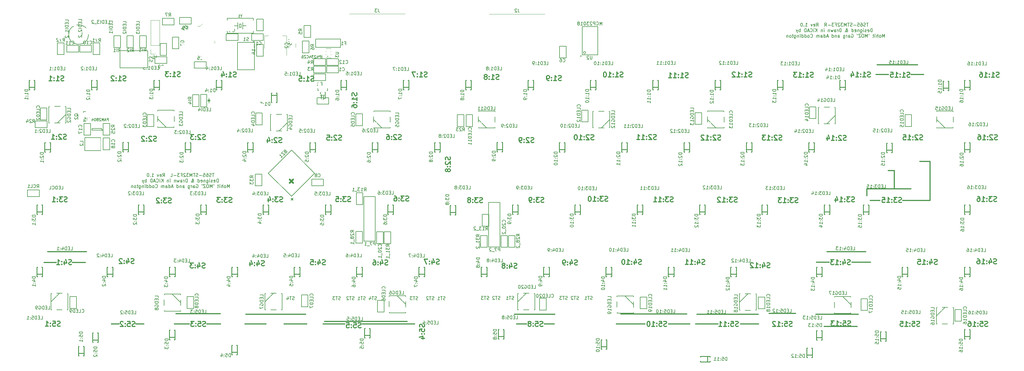
<source format=gbo>
G04 #@! TF.GenerationSoftware,KiCad,Pcbnew,6.0.0-rc1-unknown-ba8647f~66~ubuntu18.04.1*
G04 #@! TF.CreationDate,2018-09-16T18:21:36-07:00*
G04 #@! TF.ProjectId,TS65,545336352E6B696361645F7063620000,0.7*
G04 #@! TF.SameCoordinates,Original*
G04 #@! TF.FileFunction,Legend,Bot*
G04 #@! TF.FilePolarity,Positive*
%FSLAX46Y46*%
G04 Gerber Fmt 4.6, Leading zero omitted, Abs format (unit mm)*
G04 Created by KiCad (PCBNEW 6.0.0-rc1-unknown-ba8647f~66~ubuntu18.04.1) date Sun Sep 16 18:21:36 2018*
%MOMM*%
%LPD*%
G01*
G04 APERTURE LIST*
%ADD10C,0.304800*%
%ADD11C,0.200000*%
%ADD12C,0.120000*%
%ADD13C,0.150000*%
%ADD14C,0.203200*%
%ADD15C,0.127000*%
%ADD16C,0.220980*%
%ADD17C,0.125000*%
%ADD18C,0.152400*%
%ADD19C,0.500000*%
%ADD20C,0.250000*%
%ADD21C,0.190500*%
%ADD22C,0.002540*%
%ADD23C,0.010000*%
%ADD24O,1.903200X1.903200*%
%ADD25R,1.903200X1.903200*%
%ADD26C,1.453200*%
%ADD27R,1.403200X1.003300*%
%ADD28O,1.703200X2.503200*%
%ADD29O,1.703200X3.503200*%
%ADD30R,0.503200X2.803200*%
%ADD31R,1.203200X1.453200*%
%ADD32R,1.453200X1.203200*%
%ADD33R,2.703200X3.203200*%
%ADD34C,0.453200*%
%ADD35R,1.703200X2.203200*%
%ADD36R,4.003200X2.203200*%
%ADD37R,2.003200X1.303200*%
%ADD38R,1.003300X1.403200*%
%ADD39C,4.191010*%
%ADD40C,1.905010*%
%ADD41C,2.703200*%
%ADD42O,2.703200X2.703200*%
%ADD43O,2.403200X2.703200*%
%ADD44C,2.103200*%
%ADD45C,2.103200*%
%ADD46C,2.540000*%
%ADD47C,3.479800*%
%ADD48O,1.603200X1.603200*%
%ADD49R,1.603200X1.603200*%
%ADD50R,1.054100X1.203960*%
%ADD51C,6.203200*%
%ADD52R,1.203960X1.054100*%
%ADD53C,3.000000*%
%ADD54R,1.400000X2.051000*%
%ADD55R,2.051000X1.400000*%
%ADD56R,2.854960X2.232660*%
%ADD57R,1.703200X3.803200*%
%ADD58R,1.402080X1.402080*%
%ADD59R,1.303200X2.003200*%
%ADD60C,2.235200*%
%ADD61R,1.953200X0.653200*%
%ADD62R,1.003200X0.753200*%
%ADD63R,2.235200X1.930400*%
%ADD64O,2.235200X1.930400*%
%ADD65R,0.853200X1.263200*%
%ADD66C,1.903200*%
%ADD67C,1.003200*%
%ADD68R,0.603200X1.953200*%
%ADD69R,2.203200X1.603200*%
%ADD70R,1.503200X3.453200*%
%ADD71R,2.028200X0.903200*%
%ADD72O,1.503200X2.003200*%
%ADD73R,1.628200X2.703200*%
%ADD74O,1.203200X1.603200*%
G04 APERTURE END LIST*
D10*
X233133900Y-161493200D02*
X236169200Y-161493200D01*
D11*
X94067119Y-120327680D02*
X94543309Y-120327680D01*
X94543309Y-119327680D01*
X93733785Y-119803871D02*
X93400452Y-119803871D01*
X93257595Y-120327680D02*
X93733785Y-120327680D01*
X93733785Y-119327680D01*
X93257595Y-119327680D01*
X92829023Y-120327680D02*
X92829023Y-119327680D01*
X92590928Y-119327680D01*
X92448071Y-119375300D01*
X92352833Y-119470538D01*
X92305214Y-119565776D01*
X92257595Y-119756252D01*
X92257595Y-119899109D01*
X92305214Y-120089585D01*
X92352833Y-120184823D01*
X92448071Y-120280061D01*
X92590928Y-120327680D01*
X92829023Y-120327680D01*
X91257595Y-120232442D02*
X91305214Y-120280061D01*
X91448071Y-120327680D01*
X91543309Y-120327680D01*
X91686166Y-120280061D01*
X91781404Y-120184823D01*
X91829023Y-120089585D01*
X91876642Y-119899109D01*
X91876642Y-119756252D01*
X91829023Y-119565776D01*
X91781404Y-119470538D01*
X91686166Y-119375300D01*
X91543309Y-119327680D01*
X91448071Y-119327680D01*
X91305214Y-119375300D01*
X91257595Y-119422919D01*
X90352833Y-120327680D02*
X90829023Y-120327680D01*
X90829023Y-119327680D01*
D10*
X359435400Y-111848900D02*
X356311200Y-111848900D01*
X340106000Y-122301000D02*
X340106000Y-120218200D01*
X348564200Y-114630200D02*
X346646500Y-114630200D01*
D11*
X211312276Y-154112861D02*
X211169419Y-154160480D01*
X210931323Y-154160480D01*
X210836085Y-154112861D01*
X210788466Y-154065242D01*
X210740847Y-153970004D01*
X210740847Y-153874766D01*
X210788466Y-153779528D01*
X210836085Y-153731909D01*
X210931323Y-153684290D01*
X211121799Y-153636671D01*
X211217038Y-153589052D01*
X211264657Y-153541433D01*
X211312276Y-153446195D01*
X211312276Y-153350957D01*
X211264657Y-153255719D01*
X211217038Y-153208100D01*
X211121799Y-153160480D01*
X210883704Y-153160480D01*
X210740847Y-153208100D01*
X210455133Y-153160480D02*
X209883704Y-153160480D01*
X210169419Y-154160480D02*
X210169419Y-153160480D01*
X209026561Y-154160480D02*
X209597990Y-154160480D01*
X209312276Y-154160480D02*
X209312276Y-153160480D01*
X209407514Y-153303338D01*
X209502752Y-153398576D01*
X209597990Y-153446195D01*
X207883704Y-154112861D02*
X207740847Y-154160480D01*
X207502752Y-154160480D01*
X207407514Y-154112861D01*
X207359895Y-154065242D01*
X207312276Y-153970004D01*
X207312276Y-153874766D01*
X207359895Y-153779528D01*
X207407514Y-153731909D01*
X207502752Y-153684290D01*
X207693228Y-153636671D01*
X207788466Y-153589052D01*
X207836085Y-153541433D01*
X207883704Y-153446195D01*
X207883704Y-153350957D01*
X207836085Y-153255719D01*
X207788466Y-153208100D01*
X207693228Y-153160480D01*
X207455133Y-153160480D01*
X207312276Y-153208100D01*
X207026561Y-153160480D02*
X206455133Y-153160480D01*
X206740847Y-154160480D02*
X206740847Y-153160480D01*
X206169419Y-153255719D02*
X206121799Y-153208100D01*
X206026561Y-153160480D01*
X205788466Y-153160480D01*
X205693228Y-153208100D01*
X205645609Y-153255719D01*
X205597990Y-153350957D01*
X205597990Y-153446195D01*
X205645609Y-153589052D01*
X206217038Y-154160480D01*
X205597990Y-154160480D01*
X202931323Y-154112861D02*
X202788466Y-154160480D01*
X202550371Y-154160480D01*
X202455133Y-154112861D01*
X202407514Y-154065242D01*
X202359895Y-153970004D01*
X202359895Y-153874766D01*
X202407514Y-153779528D01*
X202455133Y-153731909D01*
X202550371Y-153684290D01*
X202740847Y-153636671D01*
X202836085Y-153589052D01*
X202883704Y-153541433D01*
X202931323Y-153446195D01*
X202931323Y-153350957D01*
X202883704Y-153255719D01*
X202836085Y-153208100D01*
X202740847Y-153160480D01*
X202502752Y-153160480D01*
X202359895Y-153208100D01*
X202074180Y-153160480D02*
X201502752Y-153160480D01*
X201788466Y-154160480D02*
X201788466Y-153160480D01*
X201264657Y-153160480D02*
X200645609Y-153160480D01*
X200978942Y-153541433D01*
X200836085Y-153541433D01*
X200740847Y-153589052D01*
X200693228Y-153636671D01*
X200645609Y-153731909D01*
X200645609Y-153970004D01*
X200693228Y-154065242D01*
X200740847Y-154112861D01*
X200836085Y-154160480D01*
X201121799Y-154160480D01*
X201217038Y-154112861D01*
X201264657Y-154065242D01*
X190359895Y-154112861D02*
X190217038Y-154160480D01*
X189978942Y-154160480D01*
X189883704Y-154112861D01*
X189836085Y-154065242D01*
X189788466Y-153970004D01*
X189788466Y-153874766D01*
X189836085Y-153779528D01*
X189883704Y-153731909D01*
X189978942Y-153684290D01*
X190169419Y-153636671D01*
X190264657Y-153589052D01*
X190312276Y-153541433D01*
X190359895Y-153446195D01*
X190359895Y-153350957D01*
X190312276Y-153255719D01*
X190264657Y-153208100D01*
X190169419Y-153160480D01*
X189931323Y-153160480D01*
X189788466Y-153208100D01*
X189502752Y-153160480D02*
X188931323Y-153160480D01*
X189217038Y-154160480D02*
X189217038Y-153160480D01*
X188169419Y-153493814D02*
X188169419Y-154160480D01*
X188407514Y-153112861D02*
X188645609Y-153827147D01*
X188026561Y-153827147D01*
X186931323Y-154112861D02*
X186788466Y-154160480D01*
X186550371Y-154160480D01*
X186455133Y-154112861D01*
X186407514Y-154065242D01*
X186359895Y-153970004D01*
X186359895Y-153874766D01*
X186407514Y-153779528D01*
X186455133Y-153731909D01*
X186550371Y-153684290D01*
X186740847Y-153636671D01*
X186836085Y-153589052D01*
X186883704Y-153541433D01*
X186931323Y-153446195D01*
X186931323Y-153350957D01*
X186883704Y-153255719D01*
X186836085Y-153208100D01*
X186740847Y-153160480D01*
X186502752Y-153160480D01*
X186359895Y-153208100D01*
X186074180Y-153160480D02*
X185502752Y-153160480D01*
X185788466Y-154160480D02*
X185788466Y-153160480D01*
X184645609Y-154160480D02*
X185217038Y-154160480D01*
X184931323Y-154160480D02*
X184931323Y-153160480D01*
X185026561Y-153303338D01*
X185121799Y-153398576D01*
X185217038Y-153446195D01*
X183502752Y-154112861D02*
X183359895Y-154160480D01*
X183121799Y-154160480D01*
X183026561Y-154112861D01*
X182978942Y-154065242D01*
X182931323Y-153970004D01*
X182931323Y-153874766D01*
X182978942Y-153779528D01*
X183026561Y-153731909D01*
X183121799Y-153684290D01*
X183312276Y-153636671D01*
X183407514Y-153589052D01*
X183455133Y-153541433D01*
X183502752Y-153446195D01*
X183502752Y-153350957D01*
X183455133Y-153255719D01*
X183407514Y-153208100D01*
X183312276Y-153160480D01*
X183074180Y-153160480D01*
X182931323Y-153208100D01*
X182645609Y-153160480D02*
X182074180Y-153160480D01*
X182359895Y-154160480D02*
X182359895Y-153160480D01*
X181788466Y-153255719D02*
X181740847Y-153208100D01*
X181645609Y-153160480D01*
X181407514Y-153160480D01*
X181312276Y-153208100D01*
X181264657Y-153255719D01*
X181217038Y-153350957D01*
X181217038Y-153446195D01*
X181264657Y-153589052D01*
X181836085Y-154160480D01*
X181217038Y-154160480D01*
X179312276Y-154112861D02*
X179169419Y-154160480D01*
X178931323Y-154160480D01*
X178836085Y-154112861D01*
X178788466Y-154065242D01*
X178740847Y-153970004D01*
X178740847Y-153874766D01*
X178788466Y-153779528D01*
X178836085Y-153731909D01*
X178931323Y-153684290D01*
X179121800Y-153636671D01*
X179217038Y-153589052D01*
X179264657Y-153541433D01*
X179312276Y-153446195D01*
X179312276Y-153350957D01*
X179264657Y-153255719D01*
X179217038Y-153208100D01*
X179121800Y-153160480D01*
X178883704Y-153160480D01*
X178740847Y-153208100D01*
X178455133Y-153160480D02*
X177883704Y-153160480D01*
X178169419Y-154160480D02*
X178169419Y-153160480D01*
X177645609Y-153160480D02*
X177026561Y-153160480D01*
X177359895Y-153541433D01*
X177217038Y-153541433D01*
X177121800Y-153589052D01*
X177074180Y-153636671D01*
X177026561Y-153731909D01*
X177026561Y-153970004D01*
X177074180Y-154065242D01*
X177121800Y-154112861D01*
X177217038Y-154160480D01*
X177502752Y-154160480D01*
X177597990Y-154112861D01*
X177645609Y-154065242D01*
X165217038Y-154112861D02*
X165074180Y-154160480D01*
X164836085Y-154160480D01*
X164740847Y-154112861D01*
X164693228Y-154065242D01*
X164645609Y-153970004D01*
X164645609Y-153874766D01*
X164693228Y-153779528D01*
X164740847Y-153731909D01*
X164836085Y-153684290D01*
X165026561Y-153636671D01*
X165121800Y-153589052D01*
X165169419Y-153541433D01*
X165217038Y-153446195D01*
X165217038Y-153350957D01*
X165169419Y-153255719D01*
X165121800Y-153208100D01*
X165026561Y-153160480D01*
X164788466Y-153160480D01*
X164645609Y-153208100D01*
X164359895Y-153160480D02*
X163788466Y-153160480D01*
X164074180Y-154160480D02*
X164074180Y-153160480D01*
X163026561Y-153493814D02*
X163026561Y-154160480D01*
X163264657Y-153112861D02*
X163502752Y-153827147D01*
X162883704Y-153827147D01*
D10*
X156616400Y-161493200D02*
X150190200Y-161493200D01*
X162077400Y-161493200D02*
X169037000Y-161493200D01*
X174472600Y-160731200D02*
X199720200Y-160731200D01*
X186080400Y-161493200D02*
X202000000Y-161493200D01*
X180606700Y-161493200D02*
X174015400Y-161493200D01*
X150368000Y-158534100D02*
X168681400Y-158534100D01*
X129032000Y-158419800D02*
X142633700Y-158419800D01*
X133134100Y-161493200D02*
X128536700Y-161493200D01*
X138468100Y-161493200D02*
X142684500Y-161493200D01*
X111709200Y-161493200D02*
X109347000Y-161493200D01*
X116827300Y-161493200D02*
X119214900Y-161493200D01*
X89865200Y-139382500D02*
X101739700Y-139382500D01*
X92532200Y-142684500D02*
X88785700Y-142684500D01*
X97396300Y-142684500D02*
X101409500Y-142684500D01*
D11*
X140714714Y-115481380D02*
X140143285Y-115481380D01*
X140429000Y-116481380D02*
X140429000Y-115481380D01*
X139857571Y-116433761D02*
X139714714Y-116481380D01*
X139476619Y-116481380D01*
X139381380Y-116433761D01*
X139333761Y-116386142D01*
X139286142Y-116290904D01*
X139286142Y-116195666D01*
X139333761Y-116100428D01*
X139381380Y-116052809D01*
X139476619Y-116005190D01*
X139667095Y-115957571D01*
X139762333Y-115909952D01*
X139809952Y-115862333D01*
X139857571Y-115767095D01*
X139857571Y-115671857D01*
X139809952Y-115576619D01*
X139762333Y-115529000D01*
X139667095Y-115481380D01*
X139429000Y-115481380D01*
X139286142Y-115529000D01*
X138429000Y-115481380D02*
X138619476Y-115481380D01*
X138714714Y-115529000D01*
X138762333Y-115576619D01*
X138857571Y-115719476D01*
X138905190Y-115909952D01*
X138905190Y-116290904D01*
X138857571Y-116386142D01*
X138809952Y-116433761D01*
X138714714Y-116481380D01*
X138524238Y-116481380D01*
X138429000Y-116433761D01*
X138381380Y-116386142D01*
X138333761Y-116290904D01*
X138333761Y-116052809D01*
X138381380Y-115957571D01*
X138429000Y-115909952D01*
X138524238Y-115862333D01*
X138714714Y-115862333D01*
X138809952Y-115909952D01*
X138857571Y-115957571D01*
X138905190Y-116052809D01*
X137429000Y-115481380D02*
X137905190Y-115481380D01*
X137952809Y-115957571D01*
X137905190Y-115909952D01*
X137809952Y-115862333D01*
X137571857Y-115862333D01*
X137476619Y-115909952D01*
X137429000Y-115957571D01*
X137381380Y-116052809D01*
X137381380Y-116290904D01*
X137429000Y-116386142D01*
X137476619Y-116433761D01*
X137571857Y-116481380D01*
X137809952Y-116481380D01*
X137905190Y-116433761D01*
X137952809Y-116386142D01*
X136952809Y-116100428D02*
X136190904Y-116100428D01*
X135762333Y-116433761D02*
X135619476Y-116481380D01*
X135381380Y-116481380D01*
X135286142Y-116433761D01*
X135238523Y-116386142D01*
X135190904Y-116290904D01*
X135190904Y-116195666D01*
X135238523Y-116100428D01*
X135286142Y-116052809D01*
X135381380Y-116005190D01*
X135571857Y-115957571D01*
X135667095Y-115909952D01*
X135714714Y-115862333D01*
X135762333Y-115767095D01*
X135762333Y-115671857D01*
X135714714Y-115576619D01*
X135667095Y-115529000D01*
X135571857Y-115481380D01*
X135333761Y-115481380D01*
X135190904Y-115529000D01*
X134905190Y-115481380D02*
X134333761Y-115481380D01*
X134619476Y-116481380D02*
X134619476Y-115481380D01*
X134000428Y-116481380D02*
X134000428Y-115481380D01*
X133667095Y-116195666D01*
X133333761Y-115481380D01*
X133333761Y-116481380D01*
X132952809Y-115481380D02*
X132333761Y-115481380D01*
X132667095Y-115862333D01*
X132524238Y-115862333D01*
X132429000Y-115909952D01*
X132381380Y-115957571D01*
X132333761Y-116052809D01*
X132333761Y-116290904D01*
X132381380Y-116386142D01*
X132429000Y-116433761D01*
X132524238Y-116481380D01*
X132809952Y-116481380D01*
X132905190Y-116433761D01*
X132952809Y-116386142D01*
X131952809Y-115576619D02*
X131905190Y-115529000D01*
X131809952Y-115481380D01*
X131571857Y-115481380D01*
X131476619Y-115529000D01*
X131429000Y-115576619D01*
X131381380Y-115671857D01*
X131381380Y-115767095D01*
X131429000Y-115909952D01*
X132000428Y-116481380D01*
X131381380Y-116481380D01*
X130619476Y-115957571D02*
X130952809Y-115957571D01*
X130952809Y-116481380D02*
X130952809Y-115481380D01*
X130476619Y-115481380D01*
X130190904Y-115481380D02*
X129571857Y-115481380D01*
X129905190Y-115862333D01*
X129762333Y-115862333D01*
X129667095Y-115909952D01*
X129619476Y-115957571D01*
X129571857Y-116052809D01*
X129571857Y-116290904D01*
X129619476Y-116386142D01*
X129667095Y-116433761D01*
X129762333Y-116481380D01*
X130048047Y-116481380D01*
X130143285Y-116433761D01*
X130190904Y-116386142D01*
X129143285Y-116100428D02*
X128381380Y-116100428D01*
X127429000Y-116481380D02*
X127905190Y-116481380D01*
X127905190Y-115481380D01*
X125000428Y-116481380D02*
X125333761Y-116005190D01*
X125571857Y-116481380D02*
X125571857Y-115481380D01*
X125190904Y-115481380D01*
X125095666Y-115529000D01*
X125048047Y-115576619D01*
X125000428Y-115671857D01*
X125000428Y-115814714D01*
X125048047Y-115909952D01*
X125095666Y-115957571D01*
X125190904Y-116005190D01*
X125571857Y-116005190D01*
X124190904Y-116433761D02*
X124286142Y-116481380D01*
X124476619Y-116481380D01*
X124571857Y-116433761D01*
X124619476Y-116338523D01*
X124619476Y-115957571D01*
X124571857Y-115862333D01*
X124476619Y-115814714D01*
X124286142Y-115814714D01*
X124190904Y-115862333D01*
X124143285Y-115957571D01*
X124143285Y-116052809D01*
X124619476Y-116148047D01*
X123809952Y-115814714D02*
X123571857Y-116481380D01*
X123333761Y-115814714D01*
X121667095Y-116481380D02*
X122238523Y-116481380D01*
X121952809Y-116481380D02*
X121952809Y-115481380D01*
X122048047Y-115624238D01*
X122143285Y-115719476D01*
X122238523Y-115767095D01*
X121238523Y-116386142D02*
X121190904Y-116433761D01*
X121238523Y-116481380D01*
X121286142Y-116433761D01*
X121238523Y-116386142D01*
X121238523Y-116481380D01*
X120571857Y-115481380D02*
X120476619Y-115481380D01*
X120381380Y-115529000D01*
X120333761Y-115576619D01*
X120286142Y-115671857D01*
X120238523Y-115862333D01*
X120238523Y-116100428D01*
X120286142Y-116290904D01*
X120333761Y-116386142D01*
X120381380Y-116433761D01*
X120476619Y-116481380D01*
X120571857Y-116481380D01*
X120667095Y-116433761D01*
X120714714Y-116386142D01*
X120762333Y-116290904D01*
X120809952Y-116100428D01*
X120809952Y-115862333D01*
X120762333Y-115671857D01*
X120714714Y-115576619D01*
X120667095Y-115529000D01*
X120571857Y-115481380D01*
X142000428Y-118181380D02*
X142000428Y-117181380D01*
X141762333Y-117181380D01*
X141619476Y-117229000D01*
X141524238Y-117324238D01*
X141476619Y-117419476D01*
X141429000Y-117609952D01*
X141429000Y-117752809D01*
X141476619Y-117943285D01*
X141524238Y-118038523D01*
X141619476Y-118133761D01*
X141762333Y-118181380D01*
X142000428Y-118181380D01*
X140619476Y-118133761D02*
X140714714Y-118181380D01*
X140905190Y-118181380D01*
X141000428Y-118133761D01*
X141048047Y-118038523D01*
X141048047Y-117657571D01*
X141000428Y-117562333D01*
X140905190Y-117514714D01*
X140714714Y-117514714D01*
X140619476Y-117562333D01*
X140571857Y-117657571D01*
X140571857Y-117752809D01*
X141048047Y-117848047D01*
X140190904Y-118133761D02*
X140095666Y-118181380D01*
X139905190Y-118181380D01*
X139809952Y-118133761D01*
X139762333Y-118038523D01*
X139762333Y-117990904D01*
X139809952Y-117895666D01*
X139905190Y-117848047D01*
X140048047Y-117848047D01*
X140143285Y-117800428D01*
X140190904Y-117705190D01*
X140190904Y-117657571D01*
X140143285Y-117562333D01*
X140048047Y-117514714D01*
X139905190Y-117514714D01*
X139809952Y-117562333D01*
X139333761Y-118181380D02*
X139333761Y-117514714D01*
X139333761Y-117181380D02*
X139381380Y-117229000D01*
X139333761Y-117276619D01*
X139286142Y-117229000D01*
X139333761Y-117181380D01*
X139333761Y-117276619D01*
X138429000Y-117514714D02*
X138429000Y-118324238D01*
X138476619Y-118419476D01*
X138524238Y-118467095D01*
X138619476Y-118514714D01*
X138762333Y-118514714D01*
X138857571Y-118467095D01*
X138429000Y-118133761D02*
X138524238Y-118181380D01*
X138714714Y-118181380D01*
X138809952Y-118133761D01*
X138857571Y-118086142D01*
X138905190Y-117990904D01*
X138905190Y-117705190D01*
X138857571Y-117609952D01*
X138809952Y-117562333D01*
X138714714Y-117514714D01*
X138524238Y-117514714D01*
X138429000Y-117562333D01*
X137952809Y-117514714D02*
X137952809Y-118181380D01*
X137952809Y-117609952D02*
X137905190Y-117562333D01*
X137809952Y-117514714D01*
X137667095Y-117514714D01*
X137571857Y-117562333D01*
X137524238Y-117657571D01*
X137524238Y-118181380D01*
X136667095Y-118133761D02*
X136762333Y-118181380D01*
X136952809Y-118181380D01*
X137048047Y-118133761D01*
X137095666Y-118038523D01*
X137095666Y-117657571D01*
X137048047Y-117562333D01*
X136952809Y-117514714D01*
X136762333Y-117514714D01*
X136667095Y-117562333D01*
X136619476Y-117657571D01*
X136619476Y-117752809D01*
X137095666Y-117848047D01*
X135762333Y-118181380D02*
X135762333Y-117181380D01*
X135762333Y-118133761D02*
X135857571Y-118181380D01*
X136048047Y-118181380D01*
X136143285Y-118133761D01*
X136190904Y-118086142D01*
X136238523Y-117990904D01*
X136238523Y-117705190D01*
X136190904Y-117609952D01*
X136143285Y-117562333D01*
X136048047Y-117514714D01*
X135857571Y-117514714D01*
X135762333Y-117562333D01*
X133714714Y-118181380D02*
X133762333Y-118181380D01*
X133857571Y-118133761D01*
X134000428Y-117990904D01*
X134238523Y-117705190D01*
X134333761Y-117562333D01*
X134381380Y-117419476D01*
X134381380Y-117324238D01*
X134333761Y-117229000D01*
X134238523Y-117181380D01*
X134190904Y-117181380D01*
X134095666Y-117229000D01*
X134048047Y-117324238D01*
X134048047Y-117371857D01*
X134095666Y-117467095D01*
X134143285Y-117514714D01*
X134429000Y-117705190D01*
X134476619Y-117752809D01*
X134524238Y-117848047D01*
X134524238Y-117990904D01*
X134476619Y-118086142D01*
X134429000Y-118133761D01*
X134333761Y-118181380D01*
X134190904Y-118181380D01*
X134095666Y-118133761D01*
X134048047Y-118086142D01*
X133905190Y-117895666D01*
X133857571Y-117752809D01*
X133857571Y-117657571D01*
X132524238Y-118181380D02*
X132524238Y-117181380D01*
X132286142Y-117181380D01*
X132143285Y-117229000D01*
X132048047Y-117324238D01*
X132000428Y-117419476D01*
X131952809Y-117609952D01*
X131952809Y-117752809D01*
X132000428Y-117943285D01*
X132048047Y-118038523D01*
X132143285Y-118133761D01*
X132286142Y-118181380D01*
X132524238Y-118181380D01*
X131524238Y-118181380D02*
X131524238Y-117514714D01*
X131524238Y-117705190D02*
X131476619Y-117609952D01*
X131429000Y-117562333D01*
X131333761Y-117514714D01*
X131238523Y-117514714D01*
X130476619Y-118181380D02*
X130476619Y-117657571D01*
X130524238Y-117562333D01*
X130619476Y-117514714D01*
X130809952Y-117514714D01*
X130905190Y-117562333D01*
X130476619Y-118133761D02*
X130571857Y-118181380D01*
X130809952Y-118181380D01*
X130905190Y-118133761D01*
X130952809Y-118038523D01*
X130952809Y-117943285D01*
X130905190Y-117848047D01*
X130809952Y-117800428D01*
X130571857Y-117800428D01*
X130476619Y-117752809D01*
X130095666Y-117514714D02*
X129905190Y-118181380D01*
X129714714Y-117705190D01*
X129524238Y-118181380D01*
X129333761Y-117514714D01*
X128952809Y-117514714D02*
X128952809Y-118181380D01*
X128952809Y-117609952D02*
X128905190Y-117562333D01*
X128809952Y-117514714D01*
X128667095Y-117514714D01*
X128571857Y-117562333D01*
X128524238Y-117657571D01*
X128524238Y-118181380D01*
X127286142Y-118181380D02*
X127286142Y-117514714D01*
X127286142Y-117181380D02*
X127333761Y-117229000D01*
X127286142Y-117276619D01*
X127238523Y-117229000D01*
X127286142Y-117181380D01*
X127286142Y-117276619D01*
X126809952Y-117514714D02*
X126809952Y-118181380D01*
X126809952Y-117609952D02*
X126762333Y-117562333D01*
X126667095Y-117514714D01*
X126524238Y-117514714D01*
X126429000Y-117562333D01*
X126381380Y-117657571D01*
X126381380Y-118181380D01*
X125143285Y-118181380D02*
X125143285Y-117181380D01*
X124571857Y-118181380D02*
X125000428Y-117609952D01*
X124571857Y-117181380D02*
X125143285Y-117752809D01*
X124143285Y-118181380D02*
X124143285Y-117514714D01*
X124143285Y-117181380D02*
X124190904Y-117229000D01*
X124143285Y-117276619D01*
X124095666Y-117229000D01*
X124143285Y-117181380D01*
X124143285Y-117276619D01*
X123095666Y-118086142D02*
X123143285Y-118133761D01*
X123286142Y-118181380D01*
X123381380Y-118181380D01*
X123524238Y-118133761D01*
X123619476Y-118038523D01*
X123667095Y-117943285D01*
X123714714Y-117752809D01*
X123714714Y-117609952D01*
X123667095Y-117419476D01*
X123619476Y-117324238D01*
X123524238Y-117229000D01*
X123381380Y-117181380D01*
X123286142Y-117181380D01*
X123143285Y-117229000D01*
X123095666Y-117276619D01*
X122714714Y-117895666D02*
X122238523Y-117895666D01*
X122809952Y-118181380D02*
X122476619Y-117181380D01*
X122143285Y-118181380D01*
X121809952Y-118181380D02*
X121809952Y-117181380D01*
X121571857Y-117181380D01*
X121429000Y-117229000D01*
X121333761Y-117324238D01*
X121286142Y-117419476D01*
X121238523Y-117609952D01*
X121238523Y-117752809D01*
X121286142Y-117943285D01*
X121333761Y-118038523D01*
X121429000Y-118133761D01*
X121571857Y-118181380D01*
X121809952Y-118181380D01*
X120048047Y-118181380D02*
X120048047Y-117181380D01*
X120048047Y-117562333D02*
X119952809Y-117514714D01*
X119762333Y-117514714D01*
X119667095Y-117562333D01*
X119619476Y-117609952D01*
X119571857Y-117705190D01*
X119571857Y-117990904D01*
X119619476Y-118086142D01*
X119667095Y-118133761D01*
X119762333Y-118181380D01*
X119952809Y-118181380D01*
X120048047Y-118133761D01*
X119238523Y-117514714D02*
X119000428Y-118181380D01*
X118762333Y-117514714D02*
X119000428Y-118181380D01*
X119095666Y-118419476D01*
X119143285Y-118467095D01*
X119238523Y-118514714D01*
X145405190Y-119881380D02*
X145405190Y-118881380D01*
X145071857Y-119595666D01*
X144738523Y-118881380D01*
X144738523Y-119881380D01*
X144119476Y-119881380D02*
X144214714Y-119833761D01*
X144262333Y-119786142D01*
X144309952Y-119690904D01*
X144309952Y-119405190D01*
X144262333Y-119309952D01*
X144214714Y-119262333D01*
X144119476Y-119214714D01*
X143976619Y-119214714D01*
X143881380Y-119262333D01*
X143833761Y-119309952D01*
X143786142Y-119405190D01*
X143786142Y-119690904D01*
X143833761Y-119786142D01*
X143881380Y-119833761D01*
X143976619Y-119881380D01*
X144119476Y-119881380D01*
X143357571Y-119881380D02*
X143357571Y-118881380D01*
X142929000Y-119881380D02*
X142929000Y-119357571D01*
X142976619Y-119262333D01*
X143071857Y-119214714D01*
X143214714Y-119214714D01*
X143309952Y-119262333D01*
X143357571Y-119309952D01*
X142452809Y-119881380D02*
X142452809Y-119214714D01*
X142452809Y-118881380D02*
X142500428Y-118929000D01*
X142452809Y-118976619D01*
X142405190Y-118929000D01*
X142452809Y-118881380D01*
X142452809Y-118976619D01*
X142119476Y-119214714D02*
X141738523Y-119214714D01*
X141976619Y-118881380D02*
X141976619Y-119738523D01*
X141929000Y-119833761D01*
X141833761Y-119881380D01*
X141738523Y-119881380D01*
X140595666Y-118881380D02*
X140690904Y-119071857D01*
X140167095Y-119881380D02*
X140167095Y-118881380D01*
X139833761Y-119595666D01*
X139500428Y-118881380D01*
X139500428Y-119881380D01*
X138833761Y-118881380D02*
X138643285Y-118881380D01*
X138548047Y-118929000D01*
X138452809Y-119024238D01*
X138405190Y-119214714D01*
X138405190Y-119548047D01*
X138452809Y-119738523D01*
X138548047Y-119833761D01*
X138643285Y-119881380D01*
X138833761Y-119881380D01*
X138929000Y-119833761D01*
X139024238Y-119738523D01*
X139071857Y-119548047D01*
X139071857Y-119214714D01*
X139024238Y-119024238D01*
X138929000Y-118929000D01*
X138833761Y-118881380D01*
X138071857Y-118881380D02*
X137405190Y-118881380D01*
X138071857Y-119881380D01*
X137405190Y-119881380D01*
X136976619Y-118881380D02*
X137071857Y-119071857D01*
X135262333Y-118929000D02*
X135357571Y-118881380D01*
X135500428Y-118881380D01*
X135643285Y-118929000D01*
X135738523Y-119024238D01*
X135786142Y-119119476D01*
X135833761Y-119309952D01*
X135833761Y-119452809D01*
X135786142Y-119643285D01*
X135738523Y-119738523D01*
X135643285Y-119833761D01*
X135500428Y-119881380D01*
X135405190Y-119881380D01*
X135262333Y-119833761D01*
X135214714Y-119786142D01*
X135214714Y-119452809D01*
X135405190Y-119452809D01*
X134357571Y-119881380D02*
X134357571Y-119357571D01*
X134405190Y-119262333D01*
X134500428Y-119214714D01*
X134690904Y-119214714D01*
X134786142Y-119262333D01*
X134357571Y-119833761D02*
X134452809Y-119881380D01*
X134690904Y-119881380D01*
X134786142Y-119833761D01*
X134833761Y-119738523D01*
X134833761Y-119643285D01*
X134786142Y-119548047D01*
X134690904Y-119500428D01*
X134452809Y-119500428D01*
X134357571Y-119452809D01*
X133881380Y-119881380D02*
X133881380Y-119214714D01*
X133881380Y-119405190D02*
X133833761Y-119309952D01*
X133786142Y-119262333D01*
X133690904Y-119214714D01*
X133595666Y-119214714D01*
X132833761Y-119214714D02*
X132833761Y-120024238D01*
X132881380Y-120119476D01*
X132929000Y-120167095D01*
X133024238Y-120214714D01*
X133167095Y-120214714D01*
X133262333Y-120167095D01*
X132833761Y-119833761D02*
X132929000Y-119881380D01*
X133119476Y-119881380D01*
X133214714Y-119833761D01*
X133262333Y-119786142D01*
X133309952Y-119690904D01*
X133309952Y-119405190D01*
X133262333Y-119309952D01*
X133214714Y-119262333D01*
X133119476Y-119214714D01*
X132929000Y-119214714D01*
X132833761Y-119262333D01*
X131167095Y-119881380D02*
X131167095Y-119357571D01*
X131214714Y-119262333D01*
X131309952Y-119214714D01*
X131500428Y-119214714D01*
X131595666Y-119262333D01*
X131167095Y-119833761D02*
X131262333Y-119881380D01*
X131500428Y-119881380D01*
X131595666Y-119833761D01*
X131643285Y-119738523D01*
X131643285Y-119643285D01*
X131595666Y-119548047D01*
X131500428Y-119500428D01*
X131262333Y-119500428D01*
X131167095Y-119452809D01*
X130690904Y-119214714D02*
X130690904Y-119881380D01*
X130690904Y-119309952D02*
X130643285Y-119262333D01*
X130548047Y-119214714D01*
X130405190Y-119214714D01*
X130309952Y-119262333D01*
X130262333Y-119357571D01*
X130262333Y-119881380D01*
X129357571Y-119881380D02*
X129357571Y-118881380D01*
X129357571Y-119833761D02*
X129452809Y-119881380D01*
X129643285Y-119881380D01*
X129738523Y-119833761D01*
X129786142Y-119786142D01*
X129833761Y-119690904D01*
X129833761Y-119405190D01*
X129786142Y-119309952D01*
X129738523Y-119262333D01*
X129643285Y-119214714D01*
X129452809Y-119214714D01*
X129357571Y-119262333D01*
X128167095Y-119595666D02*
X127690904Y-119595666D01*
X128262333Y-119881380D02*
X127929000Y-118881380D01*
X127595666Y-119881380D01*
X126833761Y-119881380D02*
X126833761Y-118881380D01*
X126833761Y-119833761D02*
X126929000Y-119881380D01*
X127119476Y-119881380D01*
X127214714Y-119833761D01*
X127262333Y-119786142D01*
X127309952Y-119690904D01*
X127309952Y-119405190D01*
X127262333Y-119309952D01*
X127214714Y-119262333D01*
X127119476Y-119214714D01*
X126929000Y-119214714D01*
X126833761Y-119262333D01*
X125929000Y-119881380D02*
X125929000Y-119357571D01*
X125976619Y-119262333D01*
X126071857Y-119214714D01*
X126262333Y-119214714D01*
X126357571Y-119262333D01*
X125929000Y-119833761D02*
X126024238Y-119881380D01*
X126262333Y-119881380D01*
X126357571Y-119833761D01*
X126405190Y-119738523D01*
X126405190Y-119643285D01*
X126357571Y-119548047D01*
X126262333Y-119500428D01*
X126024238Y-119500428D01*
X125929000Y-119452809D01*
X125452809Y-119881380D02*
X125452809Y-119214714D01*
X125452809Y-119309952D02*
X125405190Y-119262333D01*
X125309952Y-119214714D01*
X125167095Y-119214714D01*
X125071857Y-119262333D01*
X125024238Y-119357571D01*
X125024238Y-119881380D01*
X125024238Y-119357571D02*
X124976619Y-119262333D01*
X124881380Y-119214714D01*
X124738523Y-119214714D01*
X124643285Y-119262333D01*
X124595666Y-119357571D01*
X124595666Y-119881380D01*
X122786142Y-119786142D02*
X122833761Y-119833761D01*
X122976619Y-119881380D01*
X123071857Y-119881380D01*
X123214714Y-119833761D01*
X123309952Y-119738523D01*
X123357571Y-119643285D01*
X123405190Y-119452809D01*
X123405190Y-119309952D01*
X123357571Y-119119476D01*
X123309952Y-119024238D01*
X123214714Y-118929000D01*
X123071857Y-118881380D01*
X122976619Y-118881380D01*
X122833761Y-118929000D01*
X122786142Y-118976619D01*
X122214714Y-119881380D02*
X122309952Y-119833761D01*
X122357571Y-119786142D01*
X122405190Y-119690904D01*
X122405190Y-119405190D01*
X122357571Y-119309952D01*
X122309952Y-119262333D01*
X122214714Y-119214714D01*
X122071857Y-119214714D01*
X121976619Y-119262333D01*
X121929000Y-119309952D01*
X121881380Y-119405190D01*
X121881380Y-119690904D01*
X121929000Y-119786142D01*
X121976619Y-119833761D01*
X122071857Y-119881380D01*
X122214714Y-119881380D01*
X121024238Y-119881380D02*
X121024238Y-118881380D01*
X121024238Y-119833761D02*
X121119476Y-119881380D01*
X121309952Y-119881380D01*
X121405190Y-119833761D01*
X121452809Y-119786142D01*
X121500428Y-119690904D01*
X121500428Y-119405190D01*
X121452809Y-119309952D01*
X121405190Y-119262333D01*
X121309952Y-119214714D01*
X121119476Y-119214714D01*
X121024238Y-119262333D01*
X120119476Y-119881380D02*
X120119476Y-118881380D01*
X120119476Y-119833761D02*
X120214714Y-119881380D01*
X120405190Y-119881380D01*
X120500428Y-119833761D01*
X120548047Y-119786142D01*
X120595666Y-119690904D01*
X120595666Y-119405190D01*
X120548047Y-119309952D01*
X120500428Y-119262333D01*
X120405190Y-119214714D01*
X120214714Y-119214714D01*
X120119476Y-119262333D01*
X119643285Y-119881380D02*
X119643285Y-119214714D01*
X119643285Y-118881380D02*
X119690904Y-118929000D01*
X119643285Y-118976619D01*
X119595666Y-118929000D01*
X119643285Y-118881380D01*
X119643285Y-118976619D01*
X119167095Y-119214714D02*
X119167095Y-119881380D01*
X119167095Y-119309952D02*
X119119476Y-119262333D01*
X119024238Y-119214714D01*
X118881380Y-119214714D01*
X118786142Y-119262333D01*
X118738523Y-119357571D01*
X118738523Y-119881380D01*
X117833761Y-119214714D02*
X117833761Y-120024238D01*
X117881380Y-120119476D01*
X117929000Y-120167095D01*
X118024238Y-120214714D01*
X118167095Y-120214714D01*
X118262333Y-120167095D01*
X117833761Y-119833761D02*
X117929000Y-119881380D01*
X118119476Y-119881380D01*
X118214714Y-119833761D01*
X118262333Y-119786142D01*
X118309952Y-119690904D01*
X118309952Y-119405190D01*
X118262333Y-119309952D01*
X118214714Y-119262333D01*
X118119476Y-119214714D01*
X117929000Y-119214714D01*
X117833761Y-119262333D01*
X117500428Y-119214714D02*
X117119476Y-119214714D01*
X117357571Y-118881380D02*
X117357571Y-119738523D01*
X117309952Y-119833761D01*
X117214714Y-119881380D01*
X117119476Y-119881380D01*
X116643285Y-119881380D02*
X116738523Y-119833761D01*
X116786142Y-119786142D01*
X116833761Y-119690904D01*
X116833761Y-119405190D01*
X116786142Y-119309952D01*
X116738523Y-119262333D01*
X116643285Y-119214714D01*
X116500428Y-119214714D01*
X116405190Y-119262333D01*
X116357571Y-119309952D01*
X116309952Y-119405190D01*
X116309952Y-119690904D01*
X116357571Y-119786142D01*
X116405190Y-119833761D01*
X116500428Y-119881380D01*
X116643285Y-119881380D01*
X115881380Y-119214714D02*
X115881380Y-119881380D01*
X115881380Y-119309952D02*
X115833761Y-119262333D01*
X115738523Y-119214714D01*
X115595666Y-119214714D01*
X115500428Y-119262333D01*
X115452809Y-119357571D01*
X115452809Y-119881380D01*
D10*
X346710000Y-85217000D02*
X342925400Y-85217000D01*
X353568000Y-85217000D02*
X357530400Y-85217000D01*
X343293700Y-82270600D02*
X355650800Y-82270600D01*
X348564200Y-114630200D02*
X348564200Y-120218200D01*
X340106000Y-120218200D02*
X353618800Y-120218200D01*
X359460800Y-123723400D02*
X359460800Y-111861600D01*
X351053400Y-123723400D02*
X359460800Y-123723400D01*
X344131900Y-123723400D02*
X341172800Y-123723400D01*
X327977500Y-139395200D02*
X339775800Y-139395200D01*
X328612500Y-142608300D02*
X324764400Y-142608300D01*
X335546700Y-142608300D02*
X341210900Y-142608300D01*
D11*
X256257623Y-154049361D02*
X256114766Y-154096980D01*
X255876671Y-154096980D01*
X255781433Y-154049361D01*
X255733814Y-154001742D01*
X255686195Y-153906504D01*
X255686195Y-153811266D01*
X255733814Y-153716028D01*
X255781433Y-153668409D01*
X255876671Y-153620790D01*
X256067147Y-153573171D01*
X256162385Y-153525552D01*
X256210004Y-153477933D01*
X256257623Y-153382695D01*
X256257623Y-153287457D01*
X256210004Y-153192219D01*
X256162385Y-153144600D01*
X256067147Y-153096980D01*
X255829052Y-153096980D01*
X255686195Y-153144600D01*
X255400480Y-153096980D02*
X254829052Y-153096980D01*
X255114766Y-154096980D02*
X255114766Y-153096980D01*
X253971909Y-154096980D02*
X254543338Y-154096980D01*
X254257623Y-154096980D02*
X254257623Y-153096980D01*
X254352861Y-153239838D01*
X254448100Y-153335076D01*
X254543338Y-153382695D01*
X252067147Y-154049361D02*
X251924290Y-154096980D01*
X251686195Y-154096980D01*
X251590957Y-154049361D01*
X251543338Y-154001742D01*
X251495719Y-153906504D01*
X251495719Y-153811266D01*
X251543338Y-153716028D01*
X251590957Y-153668409D01*
X251686195Y-153620790D01*
X251876671Y-153573171D01*
X251971909Y-153525552D01*
X252019528Y-153477933D01*
X252067147Y-153382695D01*
X252067147Y-153287457D01*
X252019528Y-153192219D01*
X251971909Y-153144600D01*
X251876671Y-153096980D01*
X251638576Y-153096980D01*
X251495719Y-153144600D01*
X251210004Y-153096980D02*
X250638576Y-153096980D01*
X250924290Y-154096980D02*
X250924290Y-153096980D01*
X250352861Y-153192219D02*
X250305242Y-153144600D01*
X250210004Y-153096980D01*
X249971909Y-153096980D01*
X249876671Y-153144600D01*
X249829052Y-153192219D01*
X249781433Y-153287457D01*
X249781433Y-153382695D01*
X249829052Y-153525552D01*
X250400480Y-154096980D01*
X249781433Y-154096980D01*
X248638576Y-154049361D02*
X248495719Y-154096980D01*
X248257623Y-154096980D01*
X248162385Y-154049361D01*
X248114766Y-154001742D01*
X248067147Y-153906504D01*
X248067147Y-153811266D01*
X248114766Y-153716028D01*
X248162385Y-153668409D01*
X248257623Y-153620790D01*
X248448100Y-153573171D01*
X248543338Y-153525552D01*
X248590957Y-153477933D01*
X248638576Y-153382695D01*
X248638576Y-153287457D01*
X248590957Y-153192219D01*
X248543338Y-153144600D01*
X248448100Y-153096980D01*
X248210004Y-153096980D01*
X248067147Y-153144600D01*
X247781433Y-153096980D02*
X247210004Y-153096980D01*
X247495719Y-154096980D02*
X247495719Y-153096980D01*
X246971909Y-153096980D02*
X246352861Y-153096980D01*
X246686195Y-153477933D01*
X246543338Y-153477933D01*
X246448100Y-153525552D01*
X246400480Y-153573171D01*
X246352861Y-153668409D01*
X246352861Y-153906504D01*
X246400480Y-154001742D01*
X246448100Y-154049361D01*
X246543338Y-154096980D01*
X246829052Y-154096980D01*
X246924290Y-154049361D01*
X246971909Y-154001742D01*
X232257623Y-154049361D02*
X232114766Y-154096980D01*
X231876671Y-154096980D01*
X231781433Y-154049361D01*
X231733814Y-154001742D01*
X231686195Y-153906504D01*
X231686195Y-153811266D01*
X231733814Y-153716028D01*
X231781433Y-153668409D01*
X231876671Y-153620790D01*
X232067147Y-153573171D01*
X232162385Y-153525552D01*
X232210004Y-153477933D01*
X232257623Y-153382695D01*
X232257623Y-153287457D01*
X232210004Y-153192219D01*
X232162385Y-153144600D01*
X232067147Y-153096980D01*
X231829052Y-153096980D01*
X231686195Y-153144600D01*
X231400480Y-153096980D02*
X230829052Y-153096980D01*
X231114766Y-154096980D02*
X231114766Y-153096980D01*
X229971909Y-154096980D02*
X230543338Y-154096980D01*
X230257623Y-154096980D02*
X230257623Y-153096980D01*
X230352861Y-153239838D01*
X230448100Y-153335076D01*
X230543338Y-153382695D01*
X228067147Y-154049361D02*
X227924290Y-154096980D01*
X227686195Y-154096980D01*
X227590957Y-154049361D01*
X227543338Y-154001742D01*
X227495719Y-153906504D01*
X227495719Y-153811266D01*
X227543338Y-153716028D01*
X227590957Y-153668409D01*
X227686195Y-153620790D01*
X227876671Y-153573171D01*
X227971909Y-153525552D01*
X228019528Y-153477933D01*
X228067147Y-153382695D01*
X228067147Y-153287457D01*
X228019528Y-153192219D01*
X227971909Y-153144600D01*
X227876671Y-153096980D01*
X227638576Y-153096980D01*
X227495719Y-153144600D01*
X227210004Y-153096980D02*
X226638576Y-153096980D01*
X226924290Y-154096980D02*
X226924290Y-153096980D01*
X226352861Y-153192219D02*
X226305242Y-153144600D01*
X226210004Y-153096980D01*
X225971909Y-153096980D01*
X225876671Y-153144600D01*
X225829052Y-153192219D01*
X225781433Y-153287457D01*
X225781433Y-153382695D01*
X225829052Y-153525552D01*
X226400480Y-154096980D01*
X225781433Y-154096980D01*
X224638576Y-154049361D02*
X224495719Y-154096980D01*
X224257623Y-154096980D01*
X224162385Y-154049361D01*
X224114766Y-154001742D01*
X224067147Y-153906504D01*
X224067147Y-153811266D01*
X224114766Y-153716028D01*
X224162385Y-153668409D01*
X224257623Y-153620790D01*
X224448100Y-153573171D01*
X224543338Y-153525552D01*
X224590957Y-153477933D01*
X224638576Y-153382695D01*
X224638576Y-153287457D01*
X224590957Y-153192219D01*
X224543338Y-153144600D01*
X224448100Y-153096980D01*
X224210004Y-153096980D01*
X224067147Y-153144600D01*
X223781433Y-153096980D02*
X223210004Y-153096980D01*
X223495719Y-154096980D02*
X223495719Y-153096980D01*
X222971909Y-153096980D02*
X222352861Y-153096980D01*
X222686195Y-153477933D01*
X222543338Y-153477933D01*
X222448100Y-153525552D01*
X222400480Y-153573171D01*
X222352861Y-153668409D01*
X222352861Y-153906504D01*
X222400480Y-154001742D01*
X222448100Y-154049361D01*
X222543338Y-154096980D01*
X222829052Y-154096980D01*
X222924290Y-154049361D01*
X222971909Y-154001742D01*
D10*
X241566700Y-161493200D02*
X244602000Y-161493200D01*
X232448100Y-158584900D02*
X244792500Y-158584900D01*
X279500000Y-161493200D02*
X286000000Y-161493200D01*
X263588500Y-161493200D02*
X272326100Y-161493200D01*
X264960100Y-158470600D02*
X285089600Y-158470600D01*
X310222900Y-158305500D02*
X318376300Y-158305500D01*
X327113900Y-162293300D02*
X337210400Y-162293300D01*
X324548500Y-158572200D02*
X337489800Y-158572200D01*
X288277300Y-158597600D02*
X306984400Y-158597600D01*
X287832800Y-161493200D02*
X294700000Y-161493200D01*
X301500000Y-161493200D02*
X307060600Y-161493200D01*
D11*
X340588052Y-69507580D02*
X340016623Y-69507580D01*
X340302338Y-70507580D02*
X340302338Y-69507580D01*
X339730909Y-70459961D02*
X339588052Y-70507580D01*
X339349957Y-70507580D01*
X339254719Y-70459961D01*
X339207100Y-70412342D01*
X339159480Y-70317104D01*
X339159480Y-70221866D01*
X339207100Y-70126628D01*
X339254719Y-70079009D01*
X339349957Y-70031390D01*
X339540433Y-69983771D01*
X339635671Y-69936152D01*
X339683290Y-69888533D01*
X339730909Y-69793295D01*
X339730909Y-69698057D01*
X339683290Y-69602819D01*
X339635671Y-69555200D01*
X339540433Y-69507580D01*
X339302338Y-69507580D01*
X339159480Y-69555200D01*
X338302338Y-69507580D02*
X338492814Y-69507580D01*
X338588052Y-69555200D01*
X338635671Y-69602819D01*
X338730909Y-69745676D01*
X338778528Y-69936152D01*
X338778528Y-70317104D01*
X338730909Y-70412342D01*
X338683290Y-70459961D01*
X338588052Y-70507580D01*
X338397576Y-70507580D01*
X338302338Y-70459961D01*
X338254719Y-70412342D01*
X338207100Y-70317104D01*
X338207100Y-70079009D01*
X338254719Y-69983771D01*
X338302338Y-69936152D01*
X338397576Y-69888533D01*
X338588052Y-69888533D01*
X338683290Y-69936152D01*
X338730909Y-69983771D01*
X338778528Y-70079009D01*
X337302338Y-69507580D02*
X337778528Y-69507580D01*
X337826147Y-69983771D01*
X337778528Y-69936152D01*
X337683290Y-69888533D01*
X337445195Y-69888533D01*
X337349957Y-69936152D01*
X337302338Y-69983771D01*
X337254719Y-70079009D01*
X337254719Y-70317104D01*
X337302338Y-70412342D01*
X337349957Y-70459961D01*
X337445195Y-70507580D01*
X337683290Y-70507580D01*
X337778528Y-70459961D01*
X337826147Y-70412342D01*
X336826147Y-70126628D02*
X336064242Y-70126628D01*
X335635671Y-70459961D02*
X335492814Y-70507580D01*
X335254719Y-70507580D01*
X335159480Y-70459961D01*
X335111861Y-70412342D01*
X335064242Y-70317104D01*
X335064242Y-70221866D01*
X335111861Y-70126628D01*
X335159480Y-70079009D01*
X335254719Y-70031390D01*
X335445195Y-69983771D01*
X335540433Y-69936152D01*
X335588052Y-69888533D01*
X335635671Y-69793295D01*
X335635671Y-69698057D01*
X335588052Y-69602819D01*
X335540433Y-69555200D01*
X335445195Y-69507580D01*
X335207100Y-69507580D01*
X335064242Y-69555200D01*
X334778528Y-69507580D02*
X334207100Y-69507580D01*
X334492814Y-70507580D02*
X334492814Y-69507580D01*
X333873766Y-70507580D02*
X333873766Y-69507580D01*
X333540433Y-70221866D01*
X333207100Y-69507580D01*
X333207100Y-70507580D01*
X332826147Y-69507580D02*
X332207100Y-69507580D01*
X332540433Y-69888533D01*
X332397576Y-69888533D01*
X332302338Y-69936152D01*
X332254719Y-69983771D01*
X332207100Y-70079009D01*
X332207100Y-70317104D01*
X332254719Y-70412342D01*
X332302338Y-70459961D01*
X332397576Y-70507580D01*
X332683290Y-70507580D01*
X332778528Y-70459961D01*
X332826147Y-70412342D01*
X331826147Y-69602819D02*
X331778528Y-69555200D01*
X331683290Y-69507580D01*
X331445195Y-69507580D01*
X331349957Y-69555200D01*
X331302338Y-69602819D01*
X331254719Y-69698057D01*
X331254719Y-69793295D01*
X331302338Y-69936152D01*
X331873766Y-70507580D01*
X331254719Y-70507580D01*
X330492814Y-69983771D02*
X330826147Y-69983771D01*
X330826147Y-70507580D02*
X330826147Y-69507580D01*
X330349957Y-69507580D01*
X330064242Y-69507580D02*
X329445195Y-69507580D01*
X329778528Y-69888533D01*
X329635671Y-69888533D01*
X329540433Y-69936152D01*
X329492814Y-69983771D01*
X329445195Y-70079009D01*
X329445195Y-70317104D01*
X329492814Y-70412342D01*
X329540433Y-70459961D01*
X329635671Y-70507580D01*
X329921385Y-70507580D01*
X330016623Y-70459961D01*
X330064242Y-70412342D01*
X329016623Y-70126628D02*
X328254719Y-70126628D01*
X327207100Y-70507580D02*
X327540433Y-70031390D01*
X327778528Y-70507580D02*
X327778528Y-69507580D01*
X327397576Y-69507580D01*
X327302338Y-69555200D01*
X327254719Y-69602819D01*
X327207100Y-69698057D01*
X327207100Y-69840914D01*
X327254719Y-69936152D01*
X327302338Y-69983771D01*
X327397576Y-70031390D01*
X327778528Y-70031390D01*
X324683290Y-70507580D02*
X325016623Y-70031390D01*
X325254719Y-70507580D02*
X325254719Y-69507580D01*
X324873766Y-69507580D01*
X324778528Y-69555200D01*
X324730909Y-69602819D01*
X324683290Y-69698057D01*
X324683290Y-69840914D01*
X324730909Y-69936152D01*
X324778528Y-69983771D01*
X324873766Y-70031390D01*
X325254719Y-70031390D01*
X323873766Y-70459961D02*
X323969004Y-70507580D01*
X324159480Y-70507580D01*
X324254719Y-70459961D01*
X324302338Y-70364723D01*
X324302338Y-69983771D01*
X324254719Y-69888533D01*
X324159480Y-69840914D01*
X323969004Y-69840914D01*
X323873766Y-69888533D01*
X323826147Y-69983771D01*
X323826147Y-70079009D01*
X324302338Y-70174247D01*
X323492814Y-69840914D02*
X323254719Y-70507580D01*
X323016623Y-69840914D01*
X321349957Y-70507580D02*
X321921385Y-70507580D01*
X321635671Y-70507580D02*
X321635671Y-69507580D01*
X321730909Y-69650438D01*
X321826147Y-69745676D01*
X321921385Y-69793295D01*
X320921385Y-70412342D02*
X320873766Y-70459961D01*
X320921385Y-70507580D01*
X320969004Y-70459961D01*
X320921385Y-70412342D01*
X320921385Y-70507580D01*
X320254719Y-69507580D02*
X320159480Y-69507580D01*
X320064242Y-69555200D01*
X320016623Y-69602819D01*
X319969004Y-69698057D01*
X319921385Y-69888533D01*
X319921385Y-70126628D01*
X319969004Y-70317104D01*
X320016623Y-70412342D01*
X320064242Y-70459961D01*
X320159480Y-70507580D01*
X320254719Y-70507580D01*
X320349957Y-70459961D01*
X320397576Y-70412342D01*
X320445195Y-70317104D01*
X320492814Y-70126628D01*
X320492814Y-69888533D01*
X320445195Y-69698057D01*
X320397576Y-69602819D01*
X320349957Y-69555200D01*
X320254719Y-69507580D01*
X341778528Y-72207580D02*
X341778528Y-71207580D01*
X341540433Y-71207580D01*
X341397576Y-71255200D01*
X341302338Y-71350438D01*
X341254719Y-71445676D01*
X341207100Y-71636152D01*
X341207100Y-71779009D01*
X341254719Y-71969485D01*
X341302338Y-72064723D01*
X341397576Y-72159961D01*
X341540433Y-72207580D01*
X341778528Y-72207580D01*
X340397576Y-72159961D02*
X340492814Y-72207580D01*
X340683290Y-72207580D01*
X340778528Y-72159961D01*
X340826147Y-72064723D01*
X340826147Y-71683771D01*
X340778528Y-71588533D01*
X340683290Y-71540914D01*
X340492814Y-71540914D01*
X340397576Y-71588533D01*
X340349957Y-71683771D01*
X340349957Y-71779009D01*
X340826147Y-71874247D01*
X339969004Y-72159961D02*
X339873766Y-72207580D01*
X339683290Y-72207580D01*
X339588052Y-72159961D01*
X339540433Y-72064723D01*
X339540433Y-72017104D01*
X339588052Y-71921866D01*
X339683290Y-71874247D01*
X339826147Y-71874247D01*
X339921385Y-71826628D01*
X339969004Y-71731390D01*
X339969004Y-71683771D01*
X339921385Y-71588533D01*
X339826147Y-71540914D01*
X339683290Y-71540914D01*
X339588052Y-71588533D01*
X339111861Y-72207580D02*
X339111861Y-71540914D01*
X339111861Y-71207580D02*
X339159480Y-71255200D01*
X339111861Y-71302819D01*
X339064242Y-71255200D01*
X339111861Y-71207580D01*
X339111861Y-71302819D01*
X338207100Y-71540914D02*
X338207100Y-72350438D01*
X338254719Y-72445676D01*
X338302338Y-72493295D01*
X338397576Y-72540914D01*
X338540433Y-72540914D01*
X338635671Y-72493295D01*
X338207100Y-72159961D02*
X338302338Y-72207580D01*
X338492814Y-72207580D01*
X338588052Y-72159961D01*
X338635671Y-72112342D01*
X338683290Y-72017104D01*
X338683290Y-71731390D01*
X338635671Y-71636152D01*
X338588052Y-71588533D01*
X338492814Y-71540914D01*
X338302338Y-71540914D01*
X338207100Y-71588533D01*
X337730909Y-71540914D02*
X337730909Y-72207580D01*
X337730909Y-71636152D02*
X337683290Y-71588533D01*
X337588052Y-71540914D01*
X337445195Y-71540914D01*
X337349957Y-71588533D01*
X337302338Y-71683771D01*
X337302338Y-72207580D01*
X336445195Y-72159961D02*
X336540433Y-72207580D01*
X336730909Y-72207580D01*
X336826147Y-72159961D01*
X336873766Y-72064723D01*
X336873766Y-71683771D01*
X336826147Y-71588533D01*
X336730909Y-71540914D01*
X336540433Y-71540914D01*
X336445195Y-71588533D01*
X336397576Y-71683771D01*
X336397576Y-71779009D01*
X336873766Y-71874247D01*
X335540433Y-72207580D02*
X335540433Y-71207580D01*
X335540433Y-72159961D02*
X335635671Y-72207580D01*
X335826147Y-72207580D01*
X335921385Y-72159961D01*
X335969004Y-72112342D01*
X336016623Y-72017104D01*
X336016623Y-71731390D01*
X335969004Y-71636152D01*
X335921385Y-71588533D01*
X335826147Y-71540914D01*
X335635671Y-71540914D01*
X335540433Y-71588533D01*
X333492814Y-72207580D02*
X333540433Y-72207580D01*
X333635671Y-72159961D01*
X333778528Y-72017104D01*
X334016623Y-71731390D01*
X334111861Y-71588533D01*
X334159480Y-71445676D01*
X334159480Y-71350438D01*
X334111861Y-71255200D01*
X334016623Y-71207580D01*
X333969004Y-71207580D01*
X333873766Y-71255200D01*
X333826147Y-71350438D01*
X333826147Y-71398057D01*
X333873766Y-71493295D01*
X333921385Y-71540914D01*
X334207100Y-71731390D01*
X334254719Y-71779009D01*
X334302338Y-71874247D01*
X334302338Y-72017104D01*
X334254719Y-72112342D01*
X334207100Y-72159961D01*
X334111861Y-72207580D01*
X333969004Y-72207580D01*
X333873766Y-72159961D01*
X333826147Y-72112342D01*
X333683290Y-71921866D01*
X333635671Y-71779009D01*
X333635671Y-71683771D01*
X332302338Y-72207580D02*
X332302338Y-71207580D01*
X332064242Y-71207580D01*
X331921385Y-71255200D01*
X331826147Y-71350438D01*
X331778528Y-71445676D01*
X331730909Y-71636152D01*
X331730909Y-71779009D01*
X331778528Y-71969485D01*
X331826147Y-72064723D01*
X331921385Y-72159961D01*
X332064242Y-72207580D01*
X332302338Y-72207580D01*
X331302338Y-72207580D02*
X331302338Y-71540914D01*
X331302338Y-71731390D02*
X331254719Y-71636152D01*
X331207100Y-71588533D01*
X331111861Y-71540914D01*
X331016623Y-71540914D01*
X330254719Y-72207580D02*
X330254719Y-71683771D01*
X330302338Y-71588533D01*
X330397576Y-71540914D01*
X330588052Y-71540914D01*
X330683290Y-71588533D01*
X330254719Y-72159961D02*
X330349957Y-72207580D01*
X330588052Y-72207580D01*
X330683290Y-72159961D01*
X330730909Y-72064723D01*
X330730909Y-71969485D01*
X330683290Y-71874247D01*
X330588052Y-71826628D01*
X330349957Y-71826628D01*
X330254719Y-71779009D01*
X329873766Y-71540914D02*
X329683290Y-72207580D01*
X329492814Y-71731390D01*
X329302338Y-72207580D01*
X329111861Y-71540914D01*
X328730909Y-71540914D02*
X328730909Y-72207580D01*
X328730909Y-71636152D02*
X328683290Y-71588533D01*
X328588052Y-71540914D01*
X328445195Y-71540914D01*
X328349957Y-71588533D01*
X328302338Y-71683771D01*
X328302338Y-72207580D01*
X327064242Y-72207580D02*
X327064242Y-71540914D01*
X327064242Y-71207580D02*
X327111861Y-71255200D01*
X327064242Y-71302819D01*
X327016623Y-71255200D01*
X327064242Y-71207580D01*
X327064242Y-71302819D01*
X326588052Y-71540914D02*
X326588052Y-72207580D01*
X326588052Y-71636152D02*
X326540433Y-71588533D01*
X326445195Y-71540914D01*
X326302338Y-71540914D01*
X326207100Y-71588533D01*
X326159480Y-71683771D01*
X326159480Y-72207580D01*
X324921385Y-72207580D02*
X324921385Y-71207580D01*
X324349957Y-72207580D02*
X324778528Y-71636152D01*
X324349957Y-71207580D02*
X324921385Y-71779009D01*
X323921385Y-72207580D02*
X323921385Y-71540914D01*
X323921385Y-71207580D02*
X323969004Y-71255200D01*
X323921385Y-71302819D01*
X323873766Y-71255200D01*
X323921385Y-71207580D01*
X323921385Y-71302819D01*
X322873766Y-72112342D02*
X322921385Y-72159961D01*
X323064242Y-72207580D01*
X323159480Y-72207580D01*
X323302338Y-72159961D01*
X323397576Y-72064723D01*
X323445195Y-71969485D01*
X323492814Y-71779009D01*
X323492814Y-71636152D01*
X323445195Y-71445676D01*
X323397576Y-71350438D01*
X323302338Y-71255200D01*
X323159480Y-71207580D01*
X323064242Y-71207580D01*
X322921385Y-71255200D01*
X322873766Y-71302819D01*
X322492814Y-71921866D02*
X322016623Y-71921866D01*
X322588052Y-72207580D02*
X322254719Y-71207580D01*
X321921385Y-72207580D01*
X321588052Y-72207580D02*
X321588052Y-71207580D01*
X321349957Y-71207580D01*
X321207100Y-71255200D01*
X321111861Y-71350438D01*
X321064242Y-71445676D01*
X321016623Y-71636152D01*
X321016623Y-71779009D01*
X321064242Y-71969485D01*
X321111861Y-72064723D01*
X321207100Y-72159961D01*
X321349957Y-72207580D01*
X321588052Y-72207580D01*
X319826147Y-72207580D02*
X319826147Y-71207580D01*
X319826147Y-71588533D02*
X319730909Y-71540914D01*
X319540433Y-71540914D01*
X319445195Y-71588533D01*
X319397576Y-71636152D01*
X319349957Y-71731390D01*
X319349957Y-72017104D01*
X319397576Y-72112342D01*
X319445195Y-72159961D01*
X319540433Y-72207580D01*
X319730909Y-72207580D01*
X319826147Y-72159961D01*
X319016623Y-71540914D02*
X318778528Y-72207580D01*
X318540433Y-71540914D02*
X318778528Y-72207580D01*
X318873766Y-72445676D01*
X318921385Y-72493295D01*
X319016623Y-72540914D01*
X345564242Y-73907580D02*
X345564242Y-72907580D01*
X345230909Y-73621866D01*
X344897576Y-72907580D01*
X344897576Y-73907580D01*
X344278528Y-73907580D02*
X344373766Y-73859961D01*
X344421385Y-73812342D01*
X344469004Y-73717104D01*
X344469004Y-73431390D01*
X344421385Y-73336152D01*
X344373766Y-73288533D01*
X344278528Y-73240914D01*
X344135671Y-73240914D01*
X344040433Y-73288533D01*
X343992814Y-73336152D01*
X343945195Y-73431390D01*
X343945195Y-73717104D01*
X343992814Y-73812342D01*
X344040433Y-73859961D01*
X344135671Y-73907580D01*
X344278528Y-73907580D01*
X343516623Y-73907580D02*
X343516623Y-72907580D01*
X343088052Y-73907580D02*
X343088052Y-73383771D01*
X343135671Y-73288533D01*
X343230909Y-73240914D01*
X343373766Y-73240914D01*
X343469004Y-73288533D01*
X343516623Y-73336152D01*
X342611861Y-73907580D02*
X342611861Y-73240914D01*
X342611861Y-72907580D02*
X342659480Y-72955200D01*
X342611861Y-73002819D01*
X342564242Y-72955200D01*
X342611861Y-72907580D01*
X342611861Y-73002819D01*
X342278528Y-73240914D02*
X341897576Y-73240914D01*
X342135671Y-72907580D02*
X342135671Y-73764723D01*
X342088052Y-73859961D01*
X341992814Y-73907580D01*
X341897576Y-73907580D01*
X340754719Y-72907580D02*
X340849957Y-73098057D01*
X340326147Y-73907580D02*
X340326147Y-72907580D01*
X339992814Y-73621866D01*
X339659480Y-72907580D01*
X339659480Y-73907580D01*
X338992814Y-72907580D02*
X338802338Y-72907580D01*
X338707100Y-72955200D01*
X338611861Y-73050438D01*
X338564242Y-73240914D01*
X338564242Y-73574247D01*
X338611861Y-73764723D01*
X338707100Y-73859961D01*
X338802338Y-73907580D01*
X338992814Y-73907580D01*
X339088052Y-73859961D01*
X339183290Y-73764723D01*
X339230909Y-73574247D01*
X339230909Y-73240914D01*
X339183290Y-73050438D01*
X339088052Y-72955200D01*
X338992814Y-72907580D01*
X338230909Y-72907580D02*
X337564242Y-72907580D01*
X338230909Y-73907580D01*
X337564242Y-73907580D01*
X337135671Y-72907580D02*
X337230909Y-73098057D01*
X335421385Y-72955200D02*
X335516623Y-72907580D01*
X335659480Y-72907580D01*
X335802338Y-72955200D01*
X335897576Y-73050438D01*
X335945195Y-73145676D01*
X335992814Y-73336152D01*
X335992814Y-73479009D01*
X335945195Y-73669485D01*
X335897576Y-73764723D01*
X335802338Y-73859961D01*
X335659480Y-73907580D01*
X335564242Y-73907580D01*
X335421385Y-73859961D01*
X335373766Y-73812342D01*
X335373766Y-73479009D01*
X335564242Y-73479009D01*
X334516623Y-73907580D02*
X334516623Y-73383771D01*
X334564242Y-73288533D01*
X334659480Y-73240914D01*
X334849957Y-73240914D01*
X334945195Y-73288533D01*
X334516623Y-73859961D02*
X334611861Y-73907580D01*
X334849957Y-73907580D01*
X334945195Y-73859961D01*
X334992814Y-73764723D01*
X334992814Y-73669485D01*
X334945195Y-73574247D01*
X334849957Y-73526628D01*
X334611861Y-73526628D01*
X334516623Y-73479009D01*
X334040433Y-73907580D02*
X334040433Y-73240914D01*
X334040433Y-73431390D02*
X333992814Y-73336152D01*
X333945195Y-73288533D01*
X333849957Y-73240914D01*
X333754719Y-73240914D01*
X332992814Y-73240914D02*
X332992814Y-74050438D01*
X333040433Y-74145676D01*
X333088052Y-74193295D01*
X333183290Y-74240914D01*
X333326147Y-74240914D01*
X333421385Y-74193295D01*
X332992814Y-73859961D02*
X333088052Y-73907580D01*
X333278528Y-73907580D01*
X333373766Y-73859961D01*
X333421385Y-73812342D01*
X333469004Y-73717104D01*
X333469004Y-73431390D01*
X333421385Y-73336152D01*
X333373766Y-73288533D01*
X333278528Y-73240914D01*
X333088052Y-73240914D01*
X332992814Y-73288533D01*
X331326147Y-73907580D02*
X331326147Y-73383771D01*
X331373766Y-73288533D01*
X331469004Y-73240914D01*
X331659480Y-73240914D01*
X331754719Y-73288533D01*
X331326147Y-73859961D02*
X331421385Y-73907580D01*
X331659480Y-73907580D01*
X331754719Y-73859961D01*
X331802338Y-73764723D01*
X331802338Y-73669485D01*
X331754719Y-73574247D01*
X331659480Y-73526628D01*
X331421385Y-73526628D01*
X331326147Y-73479009D01*
X330849957Y-73240914D02*
X330849957Y-73907580D01*
X330849957Y-73336152D02*
X330802338Y-73288533D01*
X330707100Y-73240914D01*
X330564242Y-73240914D01*
X330469004Y-73288533D01*
X330421385Y-73383771D01*
X330421385Y-73907580D01*
X329516623Y-73907580D02*
X329516623Y-72907580D01*
X329516623Y-73859961D02*
X329611861Y-73907580D01*
X329802338Y-73907580D01*
X329897576Y-73859961D01*
X329945195Y-73812342D01*
X329992814Y-73717104D01*
X329992814Y-73431390D01*
X329945195Y-73336152D01*
X329897576Y-73288533D01*
X329802338Y-73240914D01*
X329611861Y-73240914D01*
X329516623Y-73288533D01*
X328326147Y-73621866D02*
X327849957Y-73621866D01*
X328421385Y-73907580D02*
X328088052Y-72907580D01*
X327754719Y-73907580D01*
X326992814Y-73907580D02*
X326992814Y-72907580D01*
X326992814Y-73859961D02*
X327088052Y-73907580D01*
X327278528Y-73907580D01*
X327373766Y-73859961D01*
X327421385Y-73812342D01*
X327469004Y-73717104D01*
X327469004Y-73431390D01*
X327421385Y-73336152D01*
X327373766Y-73288533D01*
X327278528Y-73240914D01*
X327088052Y-73240914D01*
X326992814Y-73288533D01*
X326088052Y-73907580D02*
X326088052Y-73383771D01*
X326135671Y-73288533D01*
X326230909Y-73240914D01*
X326421385Y-73240914D01*
X326516623Y-73288533D01*
X326088052Y-73859961D02*
X326183290Y-73907580D01*
X326421385Y-73907580D01*
X326516623Y-73859961D01*
X326564242Y-73764723D01*
X326564242Y-73669485D01*
X326516623Y-73574247D01*
X326421385Y-73526628D01*
X326183290Y-73526628D01*
X326088052Y-73479009D01*
X325611861Y-73907580D02*
X325611861Y-73240914D01*
X325611861Y-73336152D02*
X325564242Y-73288533D01*
X325469004Y-73240914D01*
X325326147Y-73240914D01*
X325230909Y-73288533D01*
X325183290Y-73383771D01*
X325183290Y-73907580D01*
X325183290Y-73383771D02*
X325135671Y-73288533D01*
X325040433Y-73240914D01*
X324897576Y-73240914D01*
X324802338Y-73288533D01*
X324754719Y-73383771D01*
X324754719Y-73907580D01*
X322945195Y-73812342D02*
X322992814Y-73859961D01*
X323135671Y-73907580D01*
X323230909Y-73907580D01*
X323373766Y-73859961D01*
X323469004Y-73764723D01*
X323516623Y-73669485D01*
X323564242Y-73479009D01*
X323564242Y-73336152D01*
X323516623Y-73145676D01*
X323469004Y-73050438D01*
X323373766Y-72955200D01*
X323230909Y-72907580D01*
X323135671Y-72907580D01*
X322992814Y-72955200D01*
X322945195Y-73002819D01*
X322373766Y-73907580D02*
X322469004Y-73859961D01*
X322516623Y-73812342D01*
X322564242Y-73717104D01*
X322564242Y-73431390D01*
X322516623Y-73336152D01*
X322469004Y-73288533D01*
X322373766Y-73240914D01*
X322230909Y-73240914D01*
X322135671Y-73288533D01*
X322088052Y-73336152D01*
X322040433Y-73431390D01*
X322040433Y-73717104D01*
X322088052Y-73812342D01*
X322135671Y-73859961D01*
X322230909Y-73907580D01*
X322373766Y-73907580D01*
X321183290Y-73907580D02*
X321183290Y-72907580D01*
X321183290Y-73859961D02*
X321278528Y-73907580D01*
X321469004Y-73907580D01*
X321564242Y-73859961D01*
X321611861Y-73812342D01*
X321659480Y-73717104D01*
X321659480Y-73431390D01*
X321611861Y-73336152D01*
X321564242Y-73288533D01*
X321469004Y-73240914D01*
X321278528Y-73240914D01*
X321183290Y-73288533D01*
X320278528Y-73907580D02*
X320278528Y-72907580D01*
X320278528Y-73859961D02*
X320373766Y-73907580D01*
X320564242Y-73907580D01*
X320659480Y-73859961D01*
X320707100Y-73812342D01*
X320754719Y-73717104D01*
X320754719Y-73431390D01*
X320707100Y-73336152D01*
X320659480Y-73288533D01*
X320564242Y-73240914D01*
X320373766Y-73240914D01*
X320278528Y-73288533D01*
X319802338Y-73907580D02*
X319802338Y-73240914D01*
X319802338Y-72907580D02*
X319849957Y-72955200D01*
X319802338Y-73002819D01*
X319754719Y-72955200D01*
X319802338Y-72907580D01*
X319802338Y-73002819D01*
X319326147Y-73240914D02*
X319326147Y-73907580D01*
X319326147Y-73336152D02*
X319278528Y-73288533D01*
X319183290Y-73240914D01*
X319040433Y-73240914D01*
X318945195Y-73288533D01*
X318897576Y-73383771D01*
X318897576Y-73907580D01*
X317992814Y-73240914D02*
X317992814Y-74050438D01*
X318040433Y-74145676D01*
X318088052Y-74193295D01*
X318183290Y-74240914D01*
X318326147Y-74240914D01*
X318421385Y-74193295D01*
X317992814Y-73859961D02*
X318088052Y-73907580D01*
X318278528Y-73907580D01*
X318373766Y-73859961D01*
X318421385Y-73812342D01*
X318469004Y-73717104D01*
X318469004Y-73431390D01*
X318421385Y-73336152D01*
X318373766Y-73288533D01*
X318278528Y-73240914D01*
X318088052Y-73240914D01*
X317992814Y-73288533D01*
X317659480Y-73240914D02*
X317278528Y-73240914D01*
X317516623Y-72907580D02*
X317516623Y-73764723D01*
X317469004Y-73859961D01*
X317373766Y-73907580D01*
X317278528Y-73907580D01*
X316802338Y-73907580D02*
X316897576Y-73859961D01*
X316945195Y-73812342D01*
X316992814Y-73717104D01*
X316992814Y-73431390D01*
X316945195Y-73336152D01*
X316897576Y-73288533D01*
X316802338Y-73240914D01*
X316659480Y-73240914D01*
X316564242Y-73288533D01*
X316516623Y-73336152D01*
X316469004Y-73431390D01*
X316469004Y-73717104D01*
X316516623Y-73812342D01*
X316564242Y-73859961D01*
X316659480Y-73907580D01*
X316802338Y-73907580D01*
X316040433Y-73240914D02*
X316040433Y-73907580D01*
X316040433Y-73336152D02*
X315992814Y-73288533D01*
X315897576Y-73240914D01*
X315754719Y-73240914D01*
X315659480Y-73288533D01*
X315611861Y-73383771D01*
X315611861Y-73907580D01*
D12*
G04 #@! TO.C,C2*
X165617000Y-75728936D02*
X165617000Y-76933064D01*
X163797000Y-75728936D02*
X163797000Y-76933064D01*
D13*
G04 #@! TO.C,Q2*
X100806760Y-99580820D02*
X101507800Y-99580820D01*
X100806760Y-99380160D02*
X100806760Y-99580820D01*
X100806760Y-96581180D02*
X100806760Y-96830100D01*
X101507800Y-96581180D02*
X100806760Y-96581180D01*
D12*
G04 #@! TO.C,J3*
X182047000Y-66721000D02*
X199047000Y-66721000D01*
G04 #@! TO.C,J2*
X224767000Y-66741000D02*
X241767000Y-66741000D01*
G04 #@! TO.C,J1*
X121377000Y-78951000D02*
X122707000Y-78951000D01*
X121377000Y-77621000D02*
X121377000Y-78951000D01*
X121377000Y-76351000D02*
X124037000Y-76351000D01*
X124037000Y-76351000D02*
X124037000Y-68671000D01*
X121377000Y-76351000D02*
X121377000Y-68671000D01*
X121377000Y-68671000D02*
X124037000Y-68671000D01*
D13*
G04 #@! TO.C,R9*
X126257000Y-81831000D02*
X126257000Y-79831000D01*
X122657000Y-81831000D02*
X122657000Y-79831000D01*
X122657000Y-79831000D02*
X126257000Y-79831000D01*
X122657000Y-81831000D02*
X126257000Y-81831000D01*
G04 #@! TO.C,R8*
X124207000Y-79381000D02*
X126207000Y-79381000D01*
X124207000Y-75781000D02*
X126207000Y-75781000D01*
X126207000Y-75781000D02*
X126207000Y-79381000D01*
X124207000Y-75781000D02*
X124207000Y-79381000D01*
D14*
G04 #@! TO.C,Y1*
X152707000Y-68081000D02*
X152707000Y-72581000D01*
X144707000Y-68081000D02*
X152707000Y-68081000D01*
X144707000Y-72581000D02*
X144707000Y-68081000D01*
X152707000Y-72581000D02*
X144707000Y-72581000D01*
X148957000Y-70831000D02*
X148457000Y-70831000D01*
X148957000Y-69831000D02*
X148957000Y-70831000D01*
X148457000Y-69831000D02*
X148957000Y-69831000D01*
X148457000Y-70831000D02*
X148457000Y-69831000D01*
X147957000Y-71331000D02*
X147957000Y-69331000D01*
X149457000Y-71331000D02*
X149457000Y-69331000D01*
X149457000Y-70331000D02*
X152707000Y-70331000D01*
X147957000Y-70331000D02*
X144707000Y-70331000D01*
D12*
G04 #@! TO.C,U7*
X140991600Y-75331000D02*
X140694615Y-75627985D01*
X135957000Y-70296400D02*
X136253985Y-70593385D01*
X136253985Y-70593385D02*
X137229792Y-69617577D01*
X130922400Y-75331000D02*
X131219385Y-75034015D01*
X135957000Y-80365600D02*
X136253985Y-80068615D01*
X135957000Y-70296400D02*
X135660015Y-70593385D01*
X140991600Y-75331000D02*
X140694615Y-75034015D01*
X135957000Y-80365600D02*
X135660015Y-80068615D01*
X130922400Y-75331000D02*
X131219385Y-75627985D01*
G04 #@! TO.C,U6*
X162867000Y-79431000D02*
X162867000Y-73421000D01*
X156047000Y-77181000D02*
X156047000Y-73421000D01*
X162867000Y-73421000D02*
X161607000Y-73421000D01*
X156047000Y-73421000D02*
X157307000Y-73421000D01*
D15*
G04 #@! TO.C,S3*
X120407000Y-83181000D02*
X120407000Y-77981000D01*
X112007000Y-83181000D02*
X120407000Y-83181000D01*
X112007000Y-77981000D02*
X112007000Y-83181000D01*
X120407000Y-77981000D02*
X112007000Y-77981000D01*
D13*
G04 #@! TO.C,R7*
X124907000Y-68081000D02*
X124907000Y-70081000D01*
X128507000Y-68081000D02*
X128507000Y-70081000D01*
X128507000Y-70081000D02*
X124907000Y-70081000D01*
X128507000Y-68081000D02*
X124907000Y-68081000D01*
G04 #@! TO.C,R6*
X169707000Y-75031000D02*
X167707000Y-75031000D01*
X169707000Y-78631000D02*
X167707000Y-78631000D01*
X167707000Y-78631000D02*
X167707000Y-75031000D01*
X169707000Y-78631000D02*
X169707000Y-75031000D01*
G04 #@! TO.C,R5*
X168207000Y-73881000D02*
X170207000Y-73881000D01*
X168207000Y-70281000D02*
X170207000Y-70281000D01*
X170207000Y-70281000D02*
X170207000Y-73881000D01*
X168207000Y-70281000D02*
X168207000Y-73881000D01*
G04 #@! TO.C,R2*
X172157000Y-92331000D02*
X172157000Y-94331000D01*
X175757000Y-92331000D02*
X175757000Y-94331000D01*
X175757000Y-94331000D02*
X172157000Y-94331000D01*
X175757000Y-92331000D02*
X172157000Y-92331000D01*
G04 #@! TO.C,R1*
X174757000Y-87081000D02*
X174757000Y-85081000D01*
X171157000Y-87081000D02*
X171157000Y-85081000D01*
X171157000Y-85081000D02*
X174757000Y-85081000D01*
X171157000Y-87081000D02*
X174757000Y-87081000D01*
G04 #@! TO.C,Q1*
X175406820Y-90182380D02*
X175406820Y-89481340D01*
X175206160Y-90182380D02*
X175406820Y-90182380D01*
X172407180Y-90182380D02*
X172656100Y-90182380D01*
X172407180Y-89481340D02*
X172407180Y-90182380D01*
G04 #@! TO.C,C9*
X133757000Y-69831000D02*
X133757000Y-67831000D01*
X130157000Y-69831000D02*
X130157000Y-67831000D01*
X130157000Y-67831000D02*
X133757000Y-67831000D01*
X130157000Y-69831000D02*
X133757000Y-69831000D01*
G04 #@! TO.C,C7*
X129957000Y-73781000D02*
X127957000Y-73781000D01*
X129957000Y-77381000D02*
X127957000Y-77381000D01*
X127957000Y-77381000D02*
X127957000Y-73781000D01*
X129957000Y-77381000D02*
X129957000Y-73781000D01*
G04 #@! TO.C,C5*
X134657000Y-81331000D02*
X134657000Y-83331000D01*
X138257000Y-81331000D02*
X138257000Y-83331000D01*
X138257000Y-83331000D02*
X134657000Y-83331000D01*
X138257000Y-81331000D02*
X134657000Y-81331000D01*
G04 #@! TO.C,C4*
X144407000Y-72831000D02*
X144407000Y-74831000D01*
X148007000Y-72831000D02*
X148007000Y-74831000D01*
X148007000Y-74831000D02*
X144407000Y-74831000D01*
X148007000Y-72831000D02*
X144407000Y-72831000D01*
G04 #@! TO.C,C3*
X153707000Y-71881000D02*
X155707000Y-71881000D01*
X153707000Y-68281000D02*
X155707000Y-68281000D01*
X155707000Y-68281000D02*
X155707000Y-71881000D01*
X153707000Y-68281000D02*
X153707000Y-71881000D01*
D16*
G04 #@! TO.C,D1:5*
X159854900Y-91627960D02*
X158153100Y-91627960D01*
X159854900Y-90878660D02*
X159603440Y-90878660D01*
X158153100Y-90878660D02*
X158404560Y-90878660D01*
X158153100Y-93779340D02*
X158404560Y-93779340D01*
X159854900Y-93779340D02*
X159603440Y-93779340D01*
X159854900Y-93779340D02*
X159854900Y-90878660D01*
X158153100Y-93779340D02*
X158153100Y-90878660D01*
G04 #@! TO.C,D3:1*
X86595200Y-127269240D02*
X88297000Y-127269240D01*
X86595200Y-128018540D02*
X86846660Y-128018540D01*
X88297000Y-128018540D02*
X88045540Y-128018540D01*
X88297000Y-125117860D02*
X88045540Y-125117860D01*
X86595200Y-125117860D02*
X86846660Y-125117860D01*
X86595200Y-125117860D02*
X86595200Y-128018540D01*
X88297000Y-125117860D02*
X88297000Y-128018540D01*
G04 #@! TO.C,D3:2*
X117552200Y-127269240D02*
X119254000Y-127269240D01*
X117552200Y-128018540D02*
X117803660Y-128018540D01*
X119254000Y-128018540D02*
X119002540Y-128018540D01*
X119254000Y-125117860D02*
X119002540Y-125117860D01*
X117552200Y-125117860D02*
X117803660Y-125117860D01*
X117552200Y-125117860D02*
X117552200Y-128018540D01*
X119254000Y-125117860D02*
X119254000Y-128018540D01*
G04 #@! TO.C,D3:3*
X136602200Y-127269240D02*
X138304000Y-127269240D01*
X136602200Y-128018540D02*
X136853660Y-128018540D01*
X138304000Y-128018540D02*
X138052540Y-128018540D01*
X138304000Y-125117860D02*
X138052540Y-125117860D01*
X136602200Y-125117860D02*
X136853660Y-125117860D01*
X136602200Y-125117860D02*
X136602200Y-128018540D01*
X138304000Y-125117860D02*
X138304000Y-128018540D01*
G04 #@! TO.C,D3:4*
X155652200Y-127269240D02*
X157354000Y-127269240D01*
X155652200Y-128018540D02*
X155903660Y-128018540D01*
X157354000Y-128018540D02*
X157102540Y-128018540D01*
X157354000Y-125117860D02*
X157102540Y-125117860D01*
X155652200Y-125117860D02*
X155903660Y-125117860D01*
X155652200Y-125117860D02*
X155652200Y-128018540D01*
X157354000Y-125117860D02*
X157354000Y-128018540D01*
G04 #@! TO.C,D3:5*
X174718200Y-127269240D02*
X176420000Y-127269240D01*
X174718200Y-128018540D02*
X174969660Y-128018540D01*
X176420000Y-128018540D02*
X176168540Y-128018540D01*
X176420000Y-125117860D02*
X176168540Y-125117860D01*
X174718200Y-125117860D02*
X174969660Y-125117860D01*
X174718200Y-125117860D02*
X174718200Y-128018540D01*
X176420000Y-125117860D02*
X176420000Y-128018540D01*
G04 #@! TO.C,D3:6*
X193751200Y-127269240D02*
X195453000Y-127269240D01*
X193751200Y-128018540D02*
X194002660Y-128018540D01*
X195453000Y-128018540D02*
X195201540Y-128018540D01*
X195453000Y-125117860D02*
X195201540Y-125117860D01*
X193751200Y-125117860D02*
X194002660Y-125117860D01*
X193751200Y-125117860D02*
X193751200Y-128018540D01*
X195453000Y-125117860D02*
X195453000Y-128018540D01*
G04 #@! TO.C,D2:1*
X88978200Y-108219240D02*
X90680000Y-108219240D01*
X88978200Y-108968540D02*
X89229660Y-108968540D01*
X90680000Y-108968540D02*
X90428540Y-108968540D01*
X90680000Y-106067860D02*
X90428540Y-106067860D01*
X88978200Y-106067860D02*
X89229660Y-106067860D01*
X88978200Y-106067860D02*
X88978200Y-108968540D01*
X90680000Y-106067860D02*
X90680000Y-108968540D01*
G04 #@! TO.C,D2:2*
X112789200Y-108149240D02*
X114491000Y-108149240D01*
X112789200Y-108898540D02*
X113040660Y-108898540D01*
X114491000Y-108898540D02*
X114239540Y-108898540D01*
X114491000Y-105997860D02*
X114239540Y-105997860D01*
X112789200Y-105997860D02*
X113040660Y-105997860D01*
X112789200Y-105997860D02*
X112789200Y-108898540D01*
X114491000Y-105997860D02*
X114491000Y-108898540D01*
G04 #@! TO.C,D2:3*
X131839200Y-108219240D02*
X133541000Y-108219240D01*
X131839200Y-108968540D02*
X132090660Y-108968540D01*
X133541000Y-108968540D02*
X133289540Y-108968540D01*
X133541000Y-106067860D02*
X133289540Y-106067860D01*
X131839200Y-106067860D02*
X132090660Y-106067860D01*
X131839200Y-106067860D02*
X131839200Y-108968540D01*
X133541000Y-106067860D02*
X133541000Y-108968540D01*
G04 #@! TO.C,D2:5*
X169939200Y-108219240D02*
X171641000Y-108219240D01*
X169939200Y-108968540D02*
X170190660Y-108968540D01*
X171641000Y-108968540D02*
X171389540Y-108968540D01*
X171641000Y-106067860D02*
X171389540Y-106067860D01*
X169939200Y-106067860D02*
X170190660Y-106067860D01*
X169939200Y-106067860D02*
X169939200Y-108968540D01*
X171641000Y-106067860D02*
X171641000Y-108968540D01*
G04 #@! TO.C,D2:6*
X188985200Y-108219240D02*
X190687000Y-108219240D01*
X188985200Y-108968540D02*
X189236660Y-108968540D01*
X190687000Y-108968540D02*
X190435540Y-108968540D01*
X190687000Y-106067860D02*
X190435540Y-106067860D01*
X188985200Y-106067860D02*
X189236660Y-106067860D01*
X188985200Y-106067860D02*
X188985200Y-108968540D01*
X190687000Y-106067860D02*
X190687000Y-108968540D01*
G04 #@! TO.C,D1:1*
X84213700Y-89169240D02*
X85915500Y-89169240D01*
X84213700Y-89918540D02*
X84465160Y-89918540D01*
X85915500Y-89918540D02*
X85664040Y-89918540D01*
X85915500Y-87017860D02*
X85664040Y-87017860D01*
X84213700Y-87017860D02*
X84465160Y-87017860D01*
X84213700Y-87017860D02*
X84213700Y-89918540D01*
X85915500Y-87017860D02*
X85915500Y-89918540D01*
G04 #@! TO.C,D1:2*
X103263700Y-89169240D02*
X104965500Y-89169240D01*
X103263700Y-89918540D02*
X103515160Y-89918540D01*
X104965500Y-89918540D02*
X104714040Y-89918540D01*
X104965500Y-87017860D02*
X104714040Y-87017860D01*
X103263700Y-87017860D02*
X103515160Y-87017860D01*
X103263700Y-87017860D02*
X103263700Y-89918540D01*
X104965500Y-87017860D02*
X104965500Y-89918540D01*
G04 #@! TO.C,D1:6*
X179464200Y-89169240D02*
X181166000Y-89169240D01*
X179464200Y-89918540D02*
X179715660Y-89918540D01*
X181166000Y-89918540D02*
X180914540Y-89918540D01*
X181166000Y-87017860D02*
X180914540Y-87017860D01*
X179464200Y-87017860D02*
X179715660Y-87017860D01*
X179464200Y-87017860D02*
X179464200Y-89918540D01*
X181166000Y-87017860D02*
X181166000Y-89918540D01*
G04 #@! TO.C,D1:4*
X141363700Y-89169240D02*
X143065500Y-89169240D01*
X141363700Y-89918540D02*
X141615160Y-89918540D01*
X143065500Y-89918540D02*
X142814040Y-89918540D01*
X143065500Y-87017860D02*
X142814040Y-87017860D01*
X141363700Y-87017860D02*
X141615160Y-87017860D01*
X141363700Y-87017860D02*
X141363700Y-89918540D01*
X143065500Y-87017860D02*
X143065500Y-89918540D01*
G04 #@! TO.C,D1:3*
X122313700Y-89169240D02*
X124015500Y-89169240D01*
X122313700Y-89918540D02*
X122565160Y-89918540D01*
X124015500Y-89918540D02*
X123764040Y-89918540D01*
X124015500Y-87017860D02*
X123764040Y-87017860D01*
X122313700Y-87017860D02*
X122565160Y-87017860D01*
X122313700Y-87017860D02*
X122313700Y-89918540D01*
X124015500Y-87017860D02*
X124015500Y-89918540D01*
G04 #@! TO.C,D2:4*
X150889200Y-108219240D02*
X152591000Y-108219240D01*
X150889200Y-108968540D02*
X151140660Y-108968540D01*
X152591000Y-108968540D02*
X152339540Y-108968540D01*
X152591000Y-106067860D02*
X152339540Y-106067860D01*
X150889200Y-106067860D02*
X151140660Y-106067860D01*
X150889200Y-106067860D02*
X150889200Y-108968540D01*
X152591000Y-106067860D02*
X152591000Y-108968540D01*
G04 #@! TO.C,D5:1*
X99225100Y-170530520D02*
X100926900Y-170530520D01*
X99225100Y-171279820D02*
X99476560Y-171279820D01*
X100926900Y-171279820D02*
X100675440Y-171279820D01*
X100926900Y-168379140D02*
X100675440Y-168379140D01*
X99225100Y-168379140D02*
X99476560Y-168379140D01*
X99225100Y-168379140D02*
X99225100Y-171279820D01*
X100926900Y-168379140D02*
X100926900Y-171279820D01*
G04 #@! TO.C,D5:2*
X103543100Y-166397940D02*
X105244900Y-166397940D01*
X103543100Y-167147240D02*
X103794560Y-167147240D01*
X105244900Y-167147240D02*
X104993440Y-167147240D01*
X105244900Y-164246560D02*
X104993440Y-164246560D01*
X103543100Y-164246560D02*
X103794560Y-164246560D01*
X103543100Y-164246560D02*
X103543100Y-167147240D01*
X105244900Y-164246560D02*
X105244900Y-167147240D01*
G04 #@! TO.C,D5:3*
X127063500Y-165559740D02*
X128765300Y-165559740D01*
X127063500Y-166309040D02*
X127314960Y-166309040D01*
X128765300Y-166309040D02*
X128513840Y-166309040D01*
X128765300Y-163408360D02*
X128513840Y-163408360D01*
X127063500Y-163408360D02*
X127314960Y-163408360D01*
X127063500Y-163408360D02*
X127063500Y-166309040D01*
X128765300Y-163408360D02*
X128765300Y-166309040D01*
G04 #@! TO.C,D5:4*
X146075400Y-170162220D02*
X147777200Y-170162220D01*
X146075400Y-170911520D02*
X146326860Y-170911520D01*
X147777200Y-170911520D02*
X147525740Y-170911520D01*
X147777200Y-168010840D02*
X147525740Y-168010840D01*
X146075400Y-168010840D02*
X146326860Y-168010840D01*
X146075400Y-168010840D02*
X146075400Y-170911520D01*
X147777200Y-168010840D02*
X147777200Y-170911520D01*
G04 #@! TO.C,D5:5*
X186639200Y-164988240D02*
X188341000Y-164988240D01*
X186639200Y-165737540D02*
X186890660Y-165737540D01*
X188341000Y-165737540D02*
X188089540Y-165737540D01*
X188341000Y-162836860D02*
X188089540Y-162836860D01*
X186639200Y-162836860D02*
X186890660Y-162836860D01*
X186639200Y-162836860D02*
X186639200Y-165737540D01*
X188341000Y-162836860D02*
X188341000Y-165737540D01*
G04 #@! TO.C,D1:7*
X198514200Y-89169240D02*
X200216000Y-89169240D01*
X198514200Y-89918540D02*
X198765660Y-89918540D01*
X200216000Y-89918540D02*
X199964540Y-89918540D01*
X200216000Y-87017860D02*
X199964540Y-87017860D01*
X198514200Y-87017860D02*
X198765660Y-87017860D01*
X198514200Y-87017860D02*
X198514200Y-89918540D01*
X200216000Y-87017860D02*
X200216000Y-89918540D01*
G04 #@! TO.C,D4:1*
X86595200Y-146319240D02*
X88297000Y-146319240D01*
X86595200Y-147068540D02*
X86846660Y-147068540D01*
X88297000Y-147068540D02*
X88045540Y-147068540D01*
X88297000Y-144167860D02*
X88045540Y-144167860D01*
X86595200Y-144167860D02*
X86846660Y-144167860D01*
X86595200Y-144167860D02*
X86595200Y-147068540D01*
X88297000Y-144167860D02*
X88297000Y-147068540D01*
G04 #@! TO.C,D4:2*
X108028200Y-146319240D02*
X109730000Y-146319240D01*
X108028200Y-147068540D02*
X108279660Y-147068540D01*
X109730000Y-147068540D02*
X109478540Y-147068540D01*
X109730000Y-144167860D02*
X109478540Y-144167860D01*
X108028200Y-144167860D02*
X108279660Y-144167860D01*
X108028200Y-144167860D02*
X108028200Y-147068540D01*
X109730000Y-144167860D02*
X109730000Y-147068540D01*
G04 #@! TO.C,D4:3*
X127076200Y-146319240D02*
X128778000Y-146319240D01*
X127076200Y-147068540D02*
X127327660Y-147068540D01*
X128778000Y-147068540D02*
X128526540Y-147068540D01*
X128778000Y-144167860D02*
X128526540Y-144167860D01*
X127076200Y-144167860D02*
X127327660Y-144167860D01*
X127076200Y-144167860D02*
X127076200Y-147068540D01*
X128778000Y-144167860D02*
X128778000Y-147068540D01*
G04 #@! TO.C,D4:4*
X146126200Y-146319240D02*
X147828000Y-146319240D01*
X146126200Y-147068540D02*
X146377660Y-147068540D01*
X147828000Y-147068540D02*
X147576540Y-147068540D01*
X147828000Y-144167860D02*
X147576540Y-144167860D01*
X146126200Y-144167860D02*
X146377660Y-144167860D01*
X146126200Y-144167860D02*
X146126200Y-147068540D01*
X147828000Y-144167860D02*
X147828000Y-147068540D01*
G04 #@! TO.C,D4:5*
X165178200Y-146319240D02*
X166880000Y-146319240D01*
X165178200Y-147068540D02*
X165429660Y-147068540D01*
X166880000Y-147068540D02*
X166628540Y-147068540D01*
X166880000Y-144167860D02*
X166628540Y-144167860D01*
X165178200Y-144167860D02*
X165429660Y-144167860D01*
X165178200Y-144167860D02*
X165178200Y-147068540D01*
X166880000Y-144167860D02*
X166880000Y-147068540D01*
G04 #@! TO.C,D4:6*
X184226200Y-146319240D02*
X185928000Y-146319240D01*
X184226200Y-147068540D02*
X184477660Y-147068540D01*
X185928000Y-147068540D02*
X185676540Y-147068540D01*
X185928000Y-144167860D02*
X185676540Y-144167860D01*
X184226200Y-144167860D02*
X184477660Y-144167860D01*
X184226200Y-144167860D02*
X184226200Y-147068540D01*
X185928000Y-144167860D02*
X185928000Y-147068540D01*
G04 #@! TO.C,D4:7*
X203276200Y-146319240D02*
X204978000Y-146319240D01*
X203276200Y-147068540D02*
X203527660Y-147068540D01*
X204978000Y-147068540D02*
X204726540Y-147068540D01*
X204978000Y-144167860D02*
X204726540Y-144167860D01*
X203276200Y-144167860D02*
X203527660Y-144167860D01*
X203276200Y-144167860D02*
X203276200Y-147068540D01*
X204978000Y-144167860D02*
X204978000Y-147068540D01*
G04 #@! TO.C,D1:12*
X293764200Y-89169240D02*
X295466000Y-89169240D01*
X293764200Y-89918540D02*
X294015660Y-89918540D01*
X295466000Y-89918540D02*
X295214540Y-89918540D01*
X295466000Y-87017860D02*
X295214540Y-87017860D01*
X293764200Y-87017860D02*
X294015660Y-87017860D01*
X293764200Y-87017860D02*
X293764200Y-89918540D01*
X295466000Y-87017860D02*
X295466000Y-89918540D01*
G04 #@! TO.C,D3:8*
X212801200Y-127396240D02*
X214503000Y-127396240D01*
X212801200Y-128145540D02*
X213052660Y-128145540D01*
X214503000Y-128145540D02*
X214251540Y-128145540D01*
X214503000Y-125244860D02*
X214251540Y-125244860D01*
X212801200Y-125244860D02*
X213052660Y-125244860D01*
X212801200Y-125244860D02*
X212801200Y-128145540D01*
X214503000Y-125244860D02*
X214503000Y-128145540D01*
G04 #@! TO.C,D3:9*
X231852200Y-127269240D02*
X233554000Y-127269240D01*
X231852200Y-128018540D02*
X232103660Y-128018540D01*
X233554000Y-128018540D02*
X233302540Y-128018540D01*
X233554000Y-125117860D02*
X233302540Y-125117860D01*
X231852200Y-125117860D02*
X232103660Y-125117860D01*
X231852200Y-125117860D02*
X231852200Y-128018540D01*
X233554000Y-125117860D02*
X233554000Y-128018540D01*
G04 #@! TO.C,D3:10*
X250902700Y-127269240D02*
X252604500Y-127269240D01*
X250902700Y-128018540D02*
X251154160Y-128018540D01*
X252604500Y-128018540D02*
X252353040Y-128018540D01*
X252604500Y-125117860D02*
X252353040Y-125117860D01*
X250902700Y-125117860D02*
X251154160Y-125117860D01*
X250902700Y-125117860D02*
X250902700Y-128018540D01*
X252604500Y-125117860D02*
X252604500Y-128018540D01*
G04 #@! TO.C,D3:11*
X269952200Y-127269240D02*
X271654000Y-127269240D01*
X269952200Y-128018540D02*
X270203660Y-128018540D01*
X271654000Y-128018540D02*
X271402540Y-128018540D01*
X271654000Y-125117860D02*
X271402540Y-125117860D01*
X269952200Y-125117860D02*
X270203660Y-125117860D01*
X269952200Y-125117860D02*
X269952200Y-128018540D01*
X271654000Y-125117860D02*
X271654000Y-128018540D01*
G04 #@! TO.C,D3:12*
X289018200Y-127269240D02*
X290720000Y-127269240D01*
X289018200Y-128018540D02*
X289269660Y-128018540D01*
X290720000Y-128018540D02*
X290468540Y-128018540D01*
X290720000Y-125117860D02*
X290468540Y-125117860D01*
X289018200Y-125117860D02*
X289269660Y-125117860D01*
X289018200Y-125117860D02*
X289018200Y-128018540D01*
X290720000Y-125117860D02*
X290720000Y-128018540D01*
G04 #@! TO.C,D3:13*
X308068200Y-127269240D02*
X309770000Y-127269240D01*
X308068200Y-128018540D02*
X308319660Y-128018540D01*
X309770000Y-128018540D02*
X309518540Y-128018540D01*
X309770000Y-125117860D02*
X309518540Y-125117860D01*
X308068200Y-125117860D02*
X308319660Y-125117860D01*
X308068200Y-125117860D02*
X308068200Y-128018540D01*
X309770000Y-125117860D02*
X309770000Y-128018540D01*
G04 #@! TO.C,D2:8*
X208068200Y-108219240D02*
X209770000Y-108219240D01*
X208068200Y-108968540D02*
X208319660Y-108968540D01*
X209770000Y-108968540D02*
X209518540Y-108968540D01*
X209770000Y-106067860D02*
X209518540Y-106067860D01*
X208068200Y-106067860D02*
X208319660Y-106067860D01*
X208068200Y-106067860D02*
X208068200Y-108968540D01*
X209770000Y-106067860D02*
X209770000Y-108968540D01*
G04 #@! TO.C,D2:9*
X227089200Y-108149240D02*
X228791000Y-108149240D01*
X227089200Y-108898540D02*
X227340660Y-108898540D01*
X228791000Y-108898540D02*
X228539540Y-108898540D01*
X228791000Y-105997860D02*
X228539540Y-105997860D01*
X227089200Y-105997860D02*
X227340660Y-105997860D01*
X227089200Y-105997860D02*
X227089200Y-108898540D01*
X228791000Y-105997860D02*
X228791000Y-108898540D01*
G04 #@! TO.C,D2:10*
X246139200Y-108219240D02*
X247841000Y-108219240D01*
X246139200Y-108968540D02*
X246390660Y-108968540D01*
X247841000Y-108968540D02*
X247589540Y-108968540D01*
X247841000Y-106067860D02*
X247589540Y-106067860D01*
X246139200Y-106067860D02*
X246390660Y-106067860D01*
X246139200Y-106067860D02*
X246139200Y-108968540D01*
X247841000Y-106067860D02*
X247841000Y-108968540D01*
G04 #@! TO.C,D2:12*
X284239200Y-108219240D02*
X285941000Y-108219240D01*
X284239200Y-108968540D02*
X284490660Y-108968540D01*
X285941000Y-108968540D02*
X285689540Y-108968540D01*
X285941000Y-106067860D02*
X285689540Y-106067860D01*
X284239200Y-106067860D02*
X284490660Y-106067860D01*
X284239200Y-106067860D02*
X284239200Y-108968540D01*
X285941000Y-106067860D02*
X285941000Y-108968540D01*
G04 #@! TO.C,D2:13*
X303289200Y-108219240D02*
X304991000Y-108219240D01*
X303289200Y-108968540D02*
X303540660Y-108968540D01*
X304991000Y-108968540D02*
X304739540Y-108968540D01*
X304991000Y-106067860D02*
X304739540Y-106067860D01*
X303289200Y-106067860D02*
X303540660Y-106067860D01*
X303289200Y-106067860D02*
X303289200Y-108968540D01*
X304991000Y-106067860D02*
X304991000Y-108968540D01*
G04 #@! TO.C,D1:8*
X217563700Y-89169240D02*
X219265500Y-89169240D01*
X217563700Y-89918540D02*
X217815160Y-89918540D01*
X219265500Y-89918540D02*
X219014040Y-89918540D01*
X219265500Y-87017860D02*
X219014040Y-87017860D01*
X217563700Y-87017860D02*
X217815160Y-87017860D01*
X217563700Y-87017860D02*
X217563700Y-89918540D01*
X219265500Y-87017860D02*
X219265500Y-89918540D01*
G04 #@! TO.C,D1:9*
X236613700Y-89169240D02*
X238315500Y-89169240D01*
X236613700Y-89918540D02*
X236865160Y-89918540D01*
X238315500Y-89918540D02*
X238064040Y-89918540D01*
X238315500Y-87017860D02*
X238064040Y-87017860D01*
X236613700Y-87017860D02*
X236865160Y-87017860D01*
X236613700Y-87017860D02*
X236613700Y-89918540D01*
X238315500Y-87017860D02*
X238315500Y-89918540D01*
G04 #@! TO.C,D1:13*
X312814200Y-89169240D02*
X314516000Y-89169240D01*
X312814200Y-89918540D02*
X313065660Y-89918540D01*
X314516000Y-89918540D02*
X314264540Y-89918540D01*
X314516000Y-87017860D02*
X314264540Y-87017860D01*
X312814200Y-87017860D02*
X313065660Y-87017860D01*
X312814200Y-87017860D02*
X312814200Y-89918540D01*
X314516000Y-87017860D02*
X314516000Y-89918540D01*
G04 #@! TO.C,D1:11*
X274713700Y-89169240D02*
X276415500Y-89169240D01*
X274713700Y-89918540D02*
X274965160Y-89918540D01*
X276415500Y-89918540D02*
X276164040Y-89918540D01*
X276415500Y-87017860D02*
X276164040Y-87017860D01*
X274713700Y-87017860D02*
X274965160Y-87017860D01*
X274713700Y-87017860D02*
X274713700Y-89918540D01*
X276415500Y-87017860D02*
X276415500Y-89918540D01*
G04 #@! TO.C,D1:10*
X255663700Y-89169240D02*
X257365500Y-89169240D01*
X255663700Y-89918540D02*
X255915160Y-89918540D01*
X257365500Y-89918540D02*
X257114040Y-89918540D01*
X257365500Y-87017860D02*
X257114040Y-87017860D01*
X255663700Y-87017860D02*
X255915160Y-87017860D01*
X255663700Y-87017860D02*
X255663700Y-89918540D01*
X257365500Y-87017860D02*
X257365500Y-89918540D01*
G04 #@! TO.C,D2:11*
X265189200Y-108219240D02*
X266891000Y-108219240D01*
X265189200Y-108968540D02*
X265440660Y-108968540D01*
X266891000Y-108968540D02*
X266639540Y-108968540D01*
X266891000Y-106067860D02*
X266639540Y-106067860D01*
X265189200Y-106067860D02*
X265440660Y-106067860D01*
X265189200Y-106067860D02*
X265189200Y-108968540D01*
X266891000Y-106067860D02*
X266891000Y-108968540D01*
G04 #@! TO.C,D5:8*
X227507800Y-165343840D02*
X229209600Y-165343840D01*
X227507800Y-166093140D02*
X227759260Y-166093140D01*
X229209600Y-166093140D02*
X228958140Y-166093140D01*
X229209600Y-163192460D02*
X228958140Y-163192460D01*
X227507800Y-163192460D02*
X227759260Y-163192460D01*
X227507800Y-163192460D02*
X227507800Y-166093140D01*
X229209600Y-163192460D02*
X229209600Y-166093140D01*
G04 #@! TO.C,D5:10*
X258953000Y-168468040D02*
X260654800Y-168468040D01*
X258953000Y-169217340D02*
X259204460Y-169217340D01*
X260654800Y-169217340D02*
X260403340Y-169217340D01*
X260654800Y-166316660D02*
X260403340Y-166316660D01*
X258953000Y-166316660D02*
X259204460Y-166316660D01*
X258953000Y-166316660D02*
X258953000Y-169217340D01*
X260654800Y-166316660D02*
X260654800Y-169217340D01*
G04 #@! TO.C,D5:12*
X321754500Y-171033440D02*
X323456300Y-171033440D01*
X321754500Y-171782740D02*
X322005960Y-171782740D01*
X323456300Y-171782740D02*
X323204840Y-171782740D01*
X323456300Y-168882060D02*
X323204840Y-168882060D01*
X321754500Y-168882060D02*
X322005960Y-168882060D01*
X321754500Y-168882060D02*
X321754500Y-171782740D01*
X323456300Y-168882060D02*
X323456300Y-171782740D01*
G04 #@! TO.C,D5:11*
X291442140Y-173101000D02*
X291442140Y-171399200D01*
X292191440Y-173101000D02*
X292191440Y-172849540D01*
X292191440Y-171399200D02*
X292191440Y-171650660D01*
X289290760Y-171399200D02*
X289290760Y-171650660D01*
X289290760Y-173101000D02*
X289290760Y-172849540D01*
X289290760Y-173101000D02*
X292191440Y-173101000D01*
X289290760Y-171399200D02*
X292191440Y-171399200D01*
G04 #@! TO.C,D5:13*
X324739000Y-165699440D02*
X326440800Y-165699440D01*
X324739000Y-166448740D02*
X324990460Y-166448740D01*
X326440800Y-166448740D02*
X326189340Y-166448740D01*
X326440800Y-163548060D02*
X326189340Y-163548060D01*
X324739000Y-163548060D02*
X324990460Y-163548060D01*
X324739000Y-163548060D02*
X324739000Y-166448740D01*
X326440800Y-163548060D02*
X326440800Y-166448740D01*
G04 #@! TO.C,D4:8*
X222328200Y-146319240D02*
X224030000Y-146319240D01*
X222328200Y-147068540D02*
X222579660Y-147068540D01*
X224030000Y-147068540D02*
X223778540Y-147068540D01*
X224030000Y-144167860D02*
X223778540Y-144167860D01*
X222328200Y-144167860D02*
X222579660Y-144167860D01*
X222328200Y-144167860D02*
X222328200Y-147068540D01*
X224030000Y-144167860D02*
X224030000Y-147068540D01*
G04 #@! TO.C,D4:9*
X241378200Y-146319240D02*
X243080000Y-146319240D01*
X241378200Y-147068540D02*
X241629660Y-147068540D01*
X243080000Y-147068540D02*
X242828540Y-147068540D01*
X243080000Y-144167860D02*
X242828540Y-144167860D01*
X241378200Y-144167860D02*
X241629660Y-144167860D01*
X241378200Y-144167860D02*
X241378200Y-147068540D01*
X243080000Y-144167860D02*
X243080000Y-147068540D01*
G04 #@! TO.C,D4:10*
X260426200Y-146319240D02*
X262128000Y-146319240D01*
X260426200Y-147068540D02*
X260677660Y-147068540D01*
X262128000Y-147068540D02*
X261876540Y-147068540D01*
X262128000Y-144167860D02*
X261876540Y-144167860D01*
X260426200Y-144167860D02*
X260677660Y-144167860D01*
X260426200Y-144167860D02*
X260426200Y-147068540D01*
X262128000Y-144167860D02*
X262128000Y-147068540D01*
G04 #@! TO.C,D4:11*
X279476200Y-146319240D02*
X281178000Y-146319240D01*
X279476200Y-147068540D02*
X279727660Y-147068540D01*
X281178000Y-147068540D02*
X280926540Y-147068540D01*
X281178000Y-144167860D02*
X280926540Y-144167860D01*
X279476200Y-144167860D02*
X279727660Y-144167860D01*
X279476200Y-144167860D02*
X279476200Y-147068540D01*
X281178000Y-144167860D02*
X281178000Y-147068540D01*
G04 #@! TO.C,D4:12*
X298528200Y-146319240D02*
X300230000Y-146319240D01*
X298528200Y-147068540D02*
X298779660Y-147068540D01*
X300230000Y-147068540D02*
X299978540Y-147068540D01*
X300230000Y-144167860D02*
X299978540Y-144167860D01*
X298528200Y-144167860D02*
X298779660Y-144167860D01*
X298528200Y-144167860D02*
X298528200Y-147068540D01*
X300230000Y-144167860D02*
X300230000Y-147068540D01*
G04 #@! TO.C,D4:13*
X324720200Y-146319240D02*
X326422000Y-146319240D01*
X324720200Y-147068540D02*
X324971660Y-147068540D01*
X326422000Y-147068540D02*
X326170540Y-147068540D01*
X326422000Y-144167860D02*
X326170540Y-144167860D01*
X324720200Y-144167860D02*
X324971660Y-144167860D01*
X324720200Y-144167860D02*
X324720200Y-147068540D01*
X326422000Y-144167860D02*
X326422000Y-147068540D01*
G04 #@! TO.C,D4:15*
X350914200Y-146319240D02*
X352616000Y-146319240D01*
X350914200Y-147068540D02*
X351165660Y-147068540D01*
X352616000Y-147068540D02*
X352364540Y-147068540D01*
X352616000Y-144167860D02*
X352364540Y-144167860D01*
X350914200Y-144167860D02*
X351165660Y-144167860D01*
X350914200Y-144167860D02*
X350914200Y-147068540D01*
X352616000Y-144167860D02*
X352616000Y-147068540D01*
G04 #@! TO.C,D2:14*
X322339200Y-108219240D02*
X324041000Y-108219240D01*
X322339200Y-108968540D02*
X322590660Y-108968540D01*
X324041000Y-108968540D02*
X323789540Y-108968540D01*
X324041000Y-106067860D02*
X323789540Y-106067860D01*
X322339200Y-106067860D02*
X322590660Y-106067860D01*
X322339200Y-106067860D02*
X322339200Y-108968540D01*
X324041000Y-106067860D02*
X324041000Y-108968540D01*
G04 #@! TO.C,D4:16*
X369964200Y-146319240D02*
X371666000Y-146319240D01*
X369964200Y-147068540D02*
X370215660Y-147068540D01*
X371666000Y-147068540D02*
X371414540Y-147068540D01*
X371666000Y-144167860D02*
X371414540Y-144167860D01*
X369964200Y-144167860D02*
X370215660Y-144167860D01*
X369964200Y-144167860D02*
X369964200Y-147068540D01*
X371666000Y-144167860D02*
X371666000Y-147068540D01*
G04 #@! TO.C,D1:16*
X369964200Y-89169240D02*
X371666000Y-89169240D01*
X369964200Y-89918540D02*
X370215660Y-89918540D01*
X371666000Y-89918540D02*
X371414540Y-89918540D01*
X371666000Y-87017860D02*
X371414540Y-87017860D01*
X369964200Y-87017860D02*
X370215660Y-87017860D01*
X369964200Y-87017860D02*
X369964200Y-89918540D01*
X371666000Y-87017860D02*
X371666000Y-89918540D01*
G04 #@! TO.C,D1:15*
X363397800Y-89385140D02*
X365099600Y-89385140D01*
X363397800Y-90134440D02*
X363649260Y-90134440D01*
X365099600Y-90134440D02*
X364848140Y-90134440D01*
X365099600Y-87233760D02*
X364848140Y-87233760D01*
X363397800Y-87233760D02*
X363649260Y-87233760D01*
X363397800Y-87233760D02*
X363397800Y-90134440D01*
X365099600Y-87233760D02*
X365099600Y-90134440D01*
G04 #@! TO.C,D2:16*
X369964200Y-108219240D02*
X371666000Y-108219240D01*
X369964200Y-108968540D02*
X370215660Y-108968540D01*
X371666000Y-108968540D02*
X371414540Y-108968540D01*
X371666000Y-106067860D02*
X371414540Y-106067860D01*
X369964200Y-106067860D02*
X370215660Y-106067860D01*
X369964200Y-106067860D02*
X369964200Y-108968540D01*
X371666000Y-106067860D02*
X371666000Y-108968540D01*
G04 #@! TO.C,D2:15*
X346141200Y-108346240D02*
X347843000Y-108346240D01*
X346141200Y-109095540D02*
X346392660Y-109095540D01*
X347843000Y-109095540D02*
X347591540Y-109095540D01*
X347843000Y-106194860D02*
X347591540Y-106194860D01*
X346141200Y-106194860D02*
X346392660Y-106194860D01*
X346141200Y-106194860D02*
X346141200Y-109095540D01*
X347843000Y-106194860D02*
X347843000Y-109095540D01*
G04 #@! TO.C,D3:16*
X369964200Y-127269240D02*
X371666000Y-127269240D01*
X369964200Y-128018540D02*
X370215660Y-128018540D01*
X371666000Y-128018540D02*
X371414540Y-128018540D01*
X371666000Y-125117860D02*
X371414540Y-125117860D01*
X369964200Y-125117860D02*
X370215660Y-125117860D01*
X369964200Y-125117860D02*
X369964200Y-128018540D01*
X371666000Y-125117860D02*
X371666000Y-128018540D01*
G04 #@! TO.C,D3:15*
X339018200Y-127269240D02*
X340720000Y-127269240D01*
X339018200Y-128018540D02*
X339269660Y-128018540D01*
X340720000Y-128018540D02*
X340468540Y-128018540D01*
X340720000Y-125117860D02*
X340468540Y-125117860D01*
X339018200Y-125117860D02*
X339269660Y-125117860D01*
X339018200Y-125117860D02*
X339018200Y-128018540D01*
X340720000Y-125117860D02*
X340720000Y-128018540D01*
G04 #@! TO.C,D1:14*
X331868200Y-89169240D02*
X333570000Y-89169240D01*
X331868200Y-89918540D02*
X332119660Y-89918540D01*
X333570000Y-89918540D02*
X333318540Y-89918540D01*
X333570000Y-87017860D02*
X333318540Y-87017860D01*
X331868200Y-87017860D02*
X332119660Y-87017860D01*
X331868200Y-87017860D02*
X331868200Y-89918540D01*
X333570000Y-87017860D02*
X333570000Y-89918540D01*
G04 #@! TO.C,D5:16*
X369964200Y-165369240D02*
X371666000Y-165369240D01*
X369964200Y-166118540D02*
X370215660Y-166118540D01*
X371666000Y-166118540D02*
X371414540Y-166118540D01*
X371666000Y-163217860D02*
X371414540Y-163217860D01*
X369964200Y-163217860D02*
X370215660Y-163217860D01*
X369964200Y-163217860D02*
X369964200Y-166118540D01*
X371666000Y-163217860D02*
X371666000Y-166118540D01*
G04 #@! TO.C,D5:15*
X344258900Y-166016940D02*
X345960700Y-166016940D01*
X344258900Y-166766240D02*
X344510360Y-166766240D01*
X345960700Y-166766240D02*
X345709240Y-166766240D01*
X345960700Y-163865560D02*
X345709240Y-163865560D01*
X344258900Y-163865560D02*
X344510360Y-163865560D01*
X344258900Y-163865560D02*
X344258900Y-166766240D01*
X345960700Y-163865560D02*
X345960700Y-166766240D01*
G04 #@! TO.C,D3:14*
X327068200Y-127269240D02*
X328770000Y-127269240D01*
X327068200Y-128018540D02*
X327319660Y-128018540D01*
X328770000Y-128018540D02*
X328518540Y-128018540D01*
X328770000Y-125117860D02*
X328518540Y-125117860D01*
X327068200Y-125117860D02*
X327319660Y-125117860D01*
X327068200Y-125117860D02*
X327068200Y-128018540D01*
X328770000Y-125117860D02*
X328770000Y-128018540D01*
D14*
G04 #@! TO.C,LEDG2*
X90474800Y-95046800D02*
X90220800Y-95046800D01*
X90220800Y-95046800D02*
X90220800Y-95097600D01*
X90220800Y-95097600D02*
X90225880Y-95097600D01*
X90225880Y-95097600D02*
X90225880Y-100048060D01*
X90225880Y-100048060D02*
X90457020Y-100048060D01*
X95156020Y-95026480D02*
X95427800Y-95026480D01*
X95427800Y-95026480D02*
X95427800Y-95077280D01*
X95427800Y-95077280D02*
X95430340Y-95077280D01*
X95430340Y-95077280D02*
X95430340Y-100045520D01*
X95430340Y-100045520D02*
X95204280Y-100045520D01*
X93726000Y-94996000D02*
X92024200Y-94996000D01*
X91973400Y-100076000D02*
X92837000Y-100076000D01*
X92837000Y-100076000D02*
X93700600Y-100076000D01*
X92837000Y-100076000D02*
X95377000Y-97536000D01*
G04 #@! TO.C,LEDG3*
X128489200Y-96443800D02*
X128489200Y-96189800D01*
X128489200Y-96189800D02*
X128438400Y-96189800D01*
X128438400Y-96189800D02*
X128438400Y-96194880D01*
X128438400Y-96194880D02*
X123487940Y-96194880D01*
X123487940Y-96194880D02*
X123487940Y-96426020D01*
X128509520Y-101125020D02*
X128509520Y-101396800D01*
X128509520Y-101396800D02*
X128458720Y-101396800D01*
X128458720Y-101396800D02*
X128458720Y-101399340D01*
X128458720Y-101399340D02*
X123490480Y-101399340D01*
X123490480Y-101399340D02*
X123490480Y-101173280D01*
X128540000Y-99695000D02*
X128540000Y-97993200D01*
X123460000Y-97942400D02*
X123460000Y-98806000D01*
X123460000Y-98806000D02*
X123460000Y-99669600D01*
X123460000Y-98806000D02*
X126000000Y-101346000D01*
G04 #@! TO.C,LEDG4*
X158165800Y-97459800D02*
X157911800Y-97459800D01*
X157911800Y-97459800D02*
X157911800Y-97510600D01*
X157911800Y-97510600D02*
X157916880Y-97510600D01*
X157916880Y-97510600D02*
X157916880Y-102461060D01*
X157916880Y-102461060D02*
X158148020Y-102461060D01*
X162847020Y-97439480D02*
X163118800Y-97439480D01*
X163118800Y-97439480D02*
X163118800Y-97490280D01*
X163118800Y-97490280D02*
X163121340Y-97490280D01*
X163121340Y-97490280D02*
X163121340Y-102458520D01*
X163121340Y-102458520D02*
X162895280Y-102458520D01*
X161417000Y-97409000D02*
X159715200Y-97409000D01*
X159664400Y-102489000D02*
X160528000Y-102489000D01*
X160528000Y-102489000D02*
X161391600Y-102489000D01*
X160528000Y-102489000D02*
X163068000Y-99949000D01*
G04 #@! TO.C,LEDG5*
X194489200Y-96637800D02*
X194489200Y-96383800D01*
X194489200Y-96383800D02*
X194438400Y-96383800D01*
X194438400Y-96383800D02*
X194438400Y-96388880D01*
X194438400Y-96388880D02*
X189487940Y-96388880D01*
X189487940Y-96388880D02*
X189487940Y-96620020D01*
X194509520Y-101319020D02*
X194509520Y-101590800D01*
X194509520Y-101590800D02*
X194458720Y-101590800D01*
X194458720Y-101590800D02*
X194458720Y-101593340D01*
X194458720Y-101593340D02*
X189490480Y-101593340D01*
X189490480Y-101593340D02*
X189490480Y-101367280D01*
X194540000Y-99889000D02*
X194540000Y-98187200D01*
X189460000Y-98136400D02*
X189460000Y-99000000D01*
X189460000Y-99000000D02*
X189460000Y-99863600D01*
X189460000Y-99000000D02*
X192000000Y-101540000D01*
G04 #@! TO.C,LEDG6*
X194233800Y-157862200D02*
X194233800Y-158116200D01*
X194233800Y-158116200D02*
X194284600Y-158116200D01*
X194284600Y-158116200D02*
X194284600Y-158111120D01*
X194284600Y-158111120D02*
X199235060Y-158111120D01*
X199235060Y-158111120D02*
X199235060Y-157879980D01*
X194213480Y-153180980D02*
X194213480Y-152909200D01*
X194213480Y-152909200D02*
X194264280Y-152909200D01*
X194264280Y-152909200D02*
X194264280Y-152906660D01*
X194264280Y-152906660D02*
X199232520Y-152906660D01*
X199232520Y-152906660D02*
X199232520Y-153132720D01*
X194183000Y-154611000D02*
X194183000Y-156312800D01*
X199263000Y-156363600D02*
X199263000Y-155500000D01*
X199263000Y-155500000D02*
X199263000Y-154636400D01*
X199263000Y-155500000D02*
X196723000Y-152960000D01*
G04 #@! TO.C,LEDG7*
X161239200Y-157175200D02*
X161493200Y-157175200D01*
X161493200Y-157175200D02*
X161493200Y-157124400D01*
X161493200Y-157124400D02*
X161488120Y-157124400D01*
X161488120Y-157124400D02*
X161488120Y-152173940D01*
X161488120Y-152173940D02*
X161256980Y-152173940D01*
X156557980Y-157195520D02*
X156286200Y-157195520D01*
X156286200Y-157195520D02*
X156286200Y-157144720D01*
X156286200Y-157144720D02*
X156283660Y-157144720D01*
X156283660Y-157144720D02*
X156283660Y-152176480D01*
X156283660Y-152176480D02*
X156509720Y-152176480D01*
X157988000Y-157226000D02*
X159689800Y-157226000D01*
X159740600Y-152146000D02*
X158877000Y-152146000D01*
X158877000Y-152146000D02*
X158013400Y-152146000D01*
X158877000Y-152146000D02*
X156337000Y-154686000D01*
G04 #@! TO.C,LEDG8*
X125510800Y-157362200D02*
X125510800Y-157616200D01*
X125510800Y-157616200D02*
X125561600Y-157616200D01*
X125561600Y-157616200D02*
X125561600Y-157611120D01*
X125561600Y-157611120D02*
X130512060Y-157611120D01*
X130512060Y-157611120D02*
X130512060Y-157379980D01*
X125490480Y-152680980D02*
X125490480Y-152409200D01*
X125490480Y-152409200D02*
X125541280Y-152409200D01*
X125541280Y-152409200D02*
X125541280Y-152406660D01*
X125541280Y-152406660D02*
X130509520Y-152406660D01*
X130509520Y-152406660D02*
X130509520Y-152632720D01*
X125460000Y-154111000D02*
X125460000Y-155812800D01*
X130540000Y-155863600D02*
X130540000Y-155000000D01*
X130540000Y-155000000D02*
X130540000Y-154136400D01*
X130540000Y-155000000D02*
X128000000Y-152460000D01*
G04 #@! TO.C,LEDG9*
X95834200Y-157175200D02*
X96088200Y-157175200D01*
X96088200Y-157175200D02*
X96088200Y-157124400D01*
X96088200Y-157124400D02*
X96083120Y-157124400D01*
X96083120Y-157124400D02*
X96083120Y-152173940D01*
X96083120Y-152173940D02*
X95851980Y-152173940D01*
X91152980Y-157195520D02*
X90881200Y-157195520D01*
X90881200Y-157195520D02*
X90881200Y-157144720D01*
X90881200Y-157144720D02*
X90878660Y-157144720D01*
X90878660Y-157144720D02*
X90878660Y-152176480D01*
X90878660Y-152176480D02*
X91104720Y-152176480D01*
X92583000Y-157226000D02*
X94284800Y-157226000D01*
X94335600Y-152146000D02*
X93472000Y-152146000D01*
X93472000Y-152146000D02*
X92608400Y-152146000D01*
X93472000Y-152146000D02*
X90932000Y-154686000D01*
G04 #@! TO.C,LEDG11*
X226489200Y-96637800D02*
X226489200Y-96383800D01*
X226489200Y-96383800D02*
X226438400Y-96383800D01*
X226438400Y-96383800D02*
X226438400Y-96388880D01*
X226438400Y-96388880D02*
X221487940Y-96388880D01*
X221487940Y-96388880D02*
X221487940Y-96620020D01*
X226509520Y-101319020D02*
X226509520Y-101590800D01*
X226509520Y-101590800D02*
X226458720Y-101590800D01*
X226458720Y-101590800D02*
X226458720Y-101593340D01*
X226458720Y-101593340D02*
X221490480Y-101593340D01*
X221490480Y-101593340D02*
X221490480Y-101367280D01*
X226540000Y-99889000D02*
X226540000Y-98187200D01*
X221460000Y-98136400D02*
X221460000Y-99000000D01*
X221460000Y-99000000D02*
X221460000Y-99863600D01*
X221460000Y-99000000D02*
X224000000Y-101540000D01*
G04 #@! TO.C,LEDG12*
X256637800Y-96510800D02*
X256383800Y-96510800D01*
X256383800Y-96510800D02*
X256383800Y-96561600D01*
X256383800Y-96561600D02*
X256388880Y-96561600D01*
X256388880Y-96561600D02*
X256388880Y-101512060D01*
X256388880Y-101512060D02*
X256620020Y-101512060D01*
X261319020Y-96490480D02*
X261590800Y-96490480D01*
X261590800Y-96490480D02*
X261590800Y-96541280D01*
X261590800Y-96541280D02*
X261593340Y-96541280D01*
X261593340Y-96541280D02*
X261593340Y-101509520D01*
X261593340Y-101509520D02*
X261367280Y-101509520D01*
X259889000Y-96460000D02*
X258187200Y-96460000D01*
X258136400Y-101540000D02*
X259000000Y-101540000D01*
X259000000Y-101540000D02*
X259863600Y-101540000D01*
X259000000Y-101540000D02*
X261540000Y-99000000D01*
G04 #@! TO.C,LEDG13*
X296489200Y-96637800D02*
X296489200Y-96383800D01*
X296489200Y-96383800D02*
X296438400Y-96383800D01*
X296438400Y-96383800D02*
X296438400Y-96388880D01*
X296438400Y-96388880D02*
X291487940Y-96388880D01*
X291487940Y-96388880D02*
X291487940Y-96620020D01*
X296509520Y-101319020D02*
X296509520Y-101590800D01*
X296509520Y-101590800D02*
X296458720Y-101590800D01*
X296458720Y-101590800D02*
X296458720Y-101593340D01*
X296458720Y-101593340D02*
X291490480Y-101593340D01*
X291490480Y-101593340D02*
X291490480Y-101367280D01*
X296540000Y-99889000D02*
X296540000Y-98187200D01*
X291460000Y-98136400D02*
X291460000Y-99000000D01*
X291460000Y-99000000D02*
X291460000Y-99863600D01*
X291460000Y-99000000D02*
X294000000Y-101540000D01*
G04 #@! TO.C,LEDG14*
X325551800Y-95300800D02*
X325297800Y-95300800D01*
X325297800Y-95300800D02*
X325297800Y-95351600D01*
X325297800Y-95351600D02*
X325302880Y-95351600D01*
X325302880Y-95351600D02*
X325302880Y-100302060D01*
X325302880Y-100302060D02*
X325534020Y-100302060D01*
X330233020Y-95280480D02*
X330504800Y-95280480D01*
X330504800Y-95280480D02*
X330504800Y-95331280D01*
X330504800Y-95331280D02*
X330507340Y-95331280D01*
X330507340Y-95331280D02*
X330507340Y-100299520D01*
X330507340Y-100299520D02*
X330281280Y-100299520D01*
X328803000Y-95250000D02*
X327101200Y-95250000D01*
X327050400Y-100330000D02*
X327914000Y-100330000D01*
X327914000Y-100330000D02*
X328777600Y-100330000D01*
X327914000Y-100330000D02*
X330454000Y-97790000D01*
G04 #@! TO.C,LEDG15*
X366489200Y-96637800D02*
X366489200Y-96383800D01*
X366489200Y-96383800D02*
X366438400Y-96383800D01*
X366438400Y-96383800D02*
X366438400Y-96388880D01*
X366438400Y-96388880D02*
X361487940Y-96388880D01*
X361487940Y-96388880D02*
X361487940Y-96620020D01*
X366509520Y-101319020D02*
X366509520Y-101590800D01*
X366509520Y-101590800D02*
X366458720Y-101590800D01*
X366458720Y-101590800D02*
X366458720Y-101593340D01*
X366458720Y-101593340D02*
X361490480Y-101593340D01*
X361490480Y-101593340D02*
X361490480Y-101367280D01*
X366540000Y-99889000D02*
X366540000Y-98187200D01*
X361460000Y-98136400D02*
X361460000Y-99000000D01*
X361460000Y-99000000D02*
X361460000Y-99863600D01*
X361460000Y-99000000D02*
X364000000Y-101540000D01*
G04 #@! TO.C,LEDG16*
X366362200Y-161489200D02*
X366616200Y-161489200D01*
X366616200Y-161489200D02*
X366616200Y-161438400D01*
X366616200Y-161438400D02*
X366611120Y-161438400D01*
X366611120Y-161438400D02*
X366611120Y-156487940D01*
X366611120Y-156487940D02*
X366379980Y-156487940D01*
X361680980Y-161509520D02*
X361409200Y-161509520D01*
X361409200Y-161509520D02*
X361409200Y-161458720D01*
X361409200Y-161458720D02*
X361406660Y-161458720D01*
X361406660Y-161458720D02*
X361406660Y-156490480D01*
X361406660Y-156490480D02*
X361632720Y-156490480D01*
X363111000Y-161540000D02*
X364812800Y-161540000D01*
X364863600Y-156460000D02*
X364000000Y-156460000D01*
X364000000Y-156460000D02*
X363136400Y-156460000D01*
X364000000Y-156460000D02*
X361460000Y-159000000D01*
G04 #@! TO.C,LEDG17*
X330250800Y-158064200D02*
X330250800Y-158318200D01*
X330250800Y-158318200D02*
X330301600Y-158318200D01*
X330301600Y-158318200D02*
X330301600Y-158313120D01*
X330301600Y-158313120D02*
X335252060Y-158313120D01*
X335252060Y-158313120D02*
X335252060Y-158081980D01*
X330230480Y-153382980D02*
X330230480Y-153111200D01*
X330230480Y-153111200D02*
X330281280Y-153111200D01*
X330281280Y-153111200D02*
X330281280Y-153108660D01*
X330281280Y-153108660D02*
X335249520Y-153108660D01*
X335249520Y-153108660D02*
X335249520Y-153334720D01*
X330200000Y-154813000D02*
X330200000Y-156514800D01*
X335280000Y-156565600D02*
X335280000Y-155702000D01*
X335280000Y-155702000D02*
X335280000Y-154838400D01*
X335280000Y-155702000D02*
X332740000Y-153162000D01*
G04 #@! TO.C,LEDG18*
X306146200Y-157302200D02*
X306400200Y-157302200D01*
X306400200Y-157302200D02*
X306400200Y-157251400D01*
X306400200Y-157251400D02*
X306395120Y-157251400D01*
X306395120Y-157251400D02*
X306395120Y-152300940D01*
X306395120Y-152300940D02*
X306163980Y-152300940D01*
X301464980Y-157322520D02*
X301193200Y-157322520D01*
X301193200Y-157322520D02*
X301193200Y-157271720D01*
X301193200Y-157271720D02*
X301190660Y-157271720D01*
X301190660Y-157271720D02*
X301190660Y-152303480D01*
X301190660Y-152303480D02*
X301416720Y-152303480D01*
X302895000Y-157353000D02*
X304596800Y-157353000D01*
X304647600Y-152273000D02*
X303784000Y-152273000D01*
X303784000Y-152273000D02*
X302920400Y-152273000D01*
X303784000Y-152273000D02*
X301244000Y-154813000D01*
G04 #@! TO.C,LEDG19*
X263829800Y-157937200D02*
X263829800Y-158191200D01*
X263829800Y-158191200D02*
X263880600Y-158191200D01*
X263880600Y-158191200D02*
X263880600Y-158186120D01*
X263880600Y-158186120D02*
X268831060Y-158186120D01*
X268831060Y-158186120D02*
X268831060Y-157954980D01*
X263809480Y-153255980D02*
X263809480Y-152984200D01*
X263809480Y-152984200D02*
X263860280Y-152984200D01*
X263860280Y-152984200D02*
X263860280Y-152981660D01*
X263860280Y-152981660D02*
X268828520Y-152981660D01*
X268828520Y-152981660D02*
X268828520Y-153207720D01*
X263779000Y-154686000D02*
X263779000Y-156387800D01*
X268859000Y-156438600D02*
X268859000Y-155575000D01*
X268859000Y-155575000D02*
X268859000Y-154711400D01*
X268859000Y-155575000D02*
X266319000Y-153035000D01*
G04 #@! TO.C,LEDG20*
X238455200Y-157175200D02*
X238709200Y-157175200D01*
X238709200Y-157175200D02*
X238709200Y-157124400D01*
X238709200Y-157124400D02*
X238704120Y-157124400D01*
X238704120Y-157124400D02*
X238704120Y-152173940D01*
X238704120Y-152173940D02*
X238472980Y-152173940D01*
X233773980Y-157195520D02*
X233502200Y-157195520D01*
X233502200Y-157195520D02*
X233502200Y-157144720D01*
X233502200Y-157144720D02*
X233499660Y-157144720D01*
X233499660Y-157144720D02*
X233499660Y-152176480D01*
X233499660Y-152176480D02*
X233725720Y-152176480D01*
X235204000Y-157226000D02*
X236905800Y-157226000D01*
X236956600Y-152146000D02*
X236093000Y-152146000D01*
X236093000Y-152146000D02*
X235229400Y-152146000D01*
X236093000Y-152146000D02*
X233553000Y-154686000D01*
D13*
G04 #@! TO.C,RCL1*
X87287000Y-120539000D02*
X83687000Y-120539000D01*
X87287000Y-122539000D02*
X83687000Y-122539000D01*
X87287000Y-120539000D02*
X87287000Y-122539000D01*
X83687000Y-120539000D02*
X83687000Y-122539000D01*
G04 #@! TO.C,R23*
X217027000Y-101114000D02*
X217027000Y-97514000D01*
X215027000Y-101114000D02*
X215027000Y-97514000D01*
X217027000Y-101114000D02*
X215027000Y-101114000D01*
X217027000Y-97514000D02*
X215027000Y-97514000D01*
G04 #@! TO.C,R13_2*
X224647000Y-131610000D02*
X224647000Y-128010000D01*
X222647000Y-131610000D02*
X222647000Y-128010000D01*
X224647000Y-131610000D02*
X222647000Y-131610000D01*
X224647000Y-128010000D02*
X222647000Y-128010000D01*
G04 #@! TO.C,CLED20*
X242173000Y-157248000D02*
X242173000Y-153648000D01*
X240173000Y-157248000D02*
X240173000Y-153648000D01*
X242173000Y-157248000D02*
X240173000Y-157248000D01*
X242173000Y-153648000D02*
X240173000Y-153648000D01*
G04 #@! TO.C,CLED19*
X272907000Y-156867000D02*
X272907000Y-153267000D01*
X270907000Y-156867000D02*
X270907000Y-153267000D01*
X272907000Y-156867000D02*
X270907000Y-156867000D01*
X272907000Y-153267000D02*
X270907000Y-153267000D01*
G04 #@! TO.C,CLED18*
X308975000Y-156867000D02*
X308975000Y-153267000D01*
X306975000Y-156867000D02*
X306975000Y-153267000D01*
X308975000Y-156867000D02*
X306975000Y-156867000D01*
X308975000Y-153267000D02*
X306975000Y-153267000D01*
G04 #@! TO.C,CLED17*
X340344000Y-157375000D02*
X340344000Y-153775000D01*
X338344000Y-157375000D02*
X338344000Y-153775000D01*
X340344000Y-157375000D02*
X338344000Y-157375000D01*
X340344000Y-153775000D02*
X338344000Y-153775000D01*
G04 #@! TO.C,CLED16*
X369046000Y-160677000D02*
X369046000Y-157077000D01*
X367046000Y-160677000D02*
X367046000Y-157077000D01*
X369046000Y-160677000D02*
X367046000Y-160677000D01*
X369046000Y-157077000D02*
X367046000Y-157077000D01*
G04 #@! TO.C,CLED15*
X353806000Y-101114000D02*
X353806000Y-97514000D01*
X351806000Y-101114000D02*
X351806000Y-97514000D01*
X353806000Y-101114000D02*
X351806000Y-101114000D01*
X353806000Y-97514000D02*
X351806000Y-97514000D01*
G04 #@! TO.C,CLED14*
X324596000Y-98701000D02*
X324596000Y-95101000D01*
X322596000Y-98701000D02*
X322596000Y-95101000D01*
X324596000Y-98701000D02*
X322596000Y-98701000D01*
X324596000Y-95101000D02*
X322596000Y-95101000D01*
G04 #@! TO.C,CLED13*
X289671000Y-100479000D02*
X289671000Y-96879000D01*
X287671000Y-100479000D02*
X287671000Y-96879000D01*
X289671000Y-100479000D02*
X287671000Y-100479000D01*
X289671000Y-96879000D02*
X287671000Y-96879000D01*
G04 #@! TO.C,CLED12*
X255000000Y-99717000D02*
X255000000Y-96117000D01*
X253000000Y-99717000D02*
X253000000Y-96117000D01*
X255000000Y-99717000D02*
X253000000Y-99717000D01*
X255000000Y-96117000D02*
X253000000Y-96117000D01*
G04 #@! TO.C,CLED11*
X219694000Y-101114000D02*
X219694000Y-97514000D01*
X217694000Y-101114000D02*
X217694000Y-97514000D01*
X219694000Y-101114000D02*
X217694000Y-101114000D01*
X219694000Y-97514000D02*
X217694000Y-97514000D01*
G04 #@! TO.C,CLED9*
X98663000Y-156740000D02*
X98663000Y-153140000D01*
X96663000Y-156740000D02*
X96663000Y-153140000D01*
X98663000Y-156740000D02*
X96663000Y-156740000D01*
X98663000Y-153140000D02*
X96663000Y-153140000D01*
G04 #@! TO.C,CLED8*
X134477000Y-156740000D02*
X134477000Y-153140000D01*
X132477000Y-156740000D02*
X132477000Y-153140000D01*
X134477000Y-156740000D02*
X132477000Y-156740000D01*
X134477000Y-153140000D02*
X132477000Y-153140000D01*
G04 #@! TO.C,CLED7*
X169402000Y-156232000D02*
X169402000Y-152632000D01*
X167402000Y-156232000D02*
X167402000Y-152632000D01*
X169402000Y-156232000D02*
X167402000Y-156232000D01*
X169402000Y-152632000D02*
X167402000Y-152632000D01*
G04 #@! TO.C,CLED6*
X192643000Y-157883000D02*
X192643000Y-154283000D01*
X190643000Y-157883000D02*
X190643000Y-154283000D01*
X192643000Y-157883000D02*
X190643000Y-157883000D01*
X192643000Y-154283000D02*
X190643000Y-154283000D01*
G04 #@! TO.C,CLED5*
X186039000Y-100860000D02*
X186039000Y-97260000D01*
X184039000Y-100860000D02*
X184039000Y-97260000D01*
X186039000Y-100860000D02*
X184039000Y-100860000D01*
X186039000Y-97260000D02*
X184039000Y-97260000D01*
G04 #@! TO.C,CLED4*
X155432000Y-100606000D02*
X155432000Y-97006000D01*
X153432000Y-100606000D02*
X153432000Y-97006000D01*
X155432000Y-100606000D02*
X153432000Y-100606000D01*
X155432000Y-97006000D02*
X153432000Y-97006000D01*
G04 #@! TO.C,CLED3*
X122285000Y-101114000D02*
X122285000Y-97514000D01*
X120285000Y-101114000D02*
X120285000Y-97514000D01*
X122285000Y-101114000D02*
X120285000Y-101114000D01*
X122285000Y-97514000D02*
X120285000Y-97514000D01*
G04 #@! TO.C,CLED2*
X89646000Y-99082000D02*
X89646000Y-95482000D01*
X87646000Y-99082000D02*
X87646000Y-95482000D01*
X89646000Y-99082000D02*
X87646000Y-99082000D01*
X89646000Y-95482000D02*
X87646000Y-95482000D01*
G04 #@! TO.C,C20_2*
X228362000Y-134471000D02*
X228362000Y-138071000D01*
X230362000Y-134471000D02*
X230362000Y-138071000D01*
X228362000Y-134471000D02*
X230362000Y-134471000D01*
X228362000Y-138071000D02*
X230362000Y-138071000D01*
G04 #@! TO.C,C6*
X246269000Y-76559000D02*
X246269000Y-80159000D01*
X248269000Y-76559000D02*
X248269000Y-80159000D01*
X246269000Y-76559000D02*
X248269000Y-76559000D01*
X246269000Y-80159000D02*
X248269000Y-80159000D01*
G04 #@! TO.C,BZ1*
X164338000Y-108371932D02*
X171409068Y-115443000D01*
X171409068Y-115443000D02*
X164338000Y-122514068D01*
X164338000Y-122514068D02*
X157266932Y-115443000D01*
X157266932Y-115443000D02*
X164338000Y-108371932D01*
G04 #@! TO.C,C1*
X175111000Y-84693000D02*
X178711000Y-84693000D01*
X175111000Y-82693000D02*
X178711000Y-82693000D01*
X175111000Y-84693000D02*
X175111000Y-82693000D01*
X178711000Y-84693000D02*
X178711000Y-82693000D01*
G04 #@! TO.C,C8*
X174139000Y-117237000D02*
X170539000Y-117237000D01*
X174139000Y-119237000D02*
X170539000Y-119237000D01*
X174139000Y-117237000D02*
X174139000Y-119237000D01*
X170539000Y-117237000D02*
X170539000Y-119237000D01*
G04 #@! TO.C,C10*
X103273000Y-76343000D02*
X99673000Y-76343000D01*
X103273000Y-78343000D02*
X99673000Y-78343000D01*
X103273000Y-76343000D02*
X103273000Y-78343000D01*
X99673000Y-76343000D02*
X99673000Y-78343000D01*
G04 #@! TO.C,C11*
X95736000Y-78343000D02*
X99336000Y-78343000D01*
X95736000Y-76343000D02*
X99336000Y-76343000D01*
X95736000Y-78343000D02*
X95736000Y-76343000D01*
X99336000Y-78343000D02*
X99336000Y-76343000D01*
G04 #@! TO.C,C12*
X175111000Y-82407000D02*
X178711000Y-82407000D01*
X175111000Y-80407000D02*
X178711000Y-80407000D01*
X175111000Y-82407000D02*
X175111000Y-80407000D01*
X178711000Y-82407000D02*
X178711000Y-80407000D01*
G04 #@! TO.C,C13*
X152157000Y-74831000D02*
X155757000Y-74831000D01*
X152157000Y-72831000D02*
X155757000Y-72831000D01*
X152157000Y-74831000D02*
X152157000Y-72831000D01*
X155757000Y-74831000D02*
X155757000Y-72831000D01*
G04 #@! TO.C,C17*
X100981000Y-100181000D02*
X100981000Y-103781000D01*
X102981000Y-100181000D02*
X102981000Y-103781000D01*
X100981000Y-100181000D02*
X102981000Y-100181000D01*
X100981000Y-103781000D02*
X102981000Y-103781000D01*
G04 #@! TO.C,C18*
X108823000Y-108226000D02*
X108823000Y-104626000D01*
X106823000Y-108226000D02*
X106823000Y-104626000D01*
X108823000Y-108226000D02*
X106823000Y-108226000D01*
X108823000Y-104626000D02*
X106823000Y-104626000D01*
G04 #@! TO.C,C20_1*
X190389000Y-133328000D02*
X190389000Y-136928000D01*
X192389000Y-133328000D02*
X192389000Y-136928000D01*
X190389000Y-133328000D02*
X192389000Y-133328000D01*
X190389000Y-136928000D02*
X192389000Y-136928000D01*
G04 #@! TO.C,F1*
X179324000Y-76962000D02*
X171704000Y-76962000D01*
X179324000Y-74422000D02*
X179324000Y-76962000D01*
X171704000Y-74422000D02*
X179324000Y-74422000D01*
X171704000Y-76962000D02*
X171704000Y-74422000D01*
G04 #@! TO.C,L2*
X101232000Y-104553000D02*
X101232000Y-108553000D01*
X106032000Y-104553000D02*
X101232000Y-104553000D01*
X106032000Y-108553000D02*
X106032000Y-104553000D01*
X101232000Y-108553000D02*
X106032000Y-108553000D01*
G04 #@! TO.C,LEDI4*
X139128500Y-92456000D02*
X139128500Y-93916500D01*
X139278500Y-93245000D02*
X139028500Y-93245000D01*
X139028500Y-93245000D02*
X139178500Y-93095000D01*
X138778500Y-92995000D02*
X139478500Y-92995000D01*
X139128500Y-92995000D02*
X138778500Y-93345000D01*
X138778500Y-93345000D02*
X139478500Y-93345000D01*
X139478500Y-93345000D02*
X139128500Y-92995000D01*
X136591000Y-95118000D02*
X138491000Y-95118000D01*
X138491000Y-95118000D02*
X138491000Y-91318000D01*
X138491000Y-91318000D02*
X136591000Y-91318000D01*
X136591000Y-91318000D02*
X136591000Y-95118000D01*
G04 #@! TO.C,R3*
X174774000Y-82693000D02*
X171174000Y-82693000D01*
X174774000Y-84693000D02*
X171174000Y-84693000D01*
X174774000Y-82693000D02*
X174774000Y-84693000D01*
X171174000Y-82693000D02*
X171174000Y-84693000D01*
G04 #@! TO.C,R4*
X174774000Y-80407000D02*
X171174000Y-80407000D01*
X174774000Y-82407000D02*
X171174000Y-82407000D01*
X174774000Y-80407000D02*
X174774000Y-82407000D01*
X171174000Y-80407000D02*
X171174000Y-82407000D01*
G04 #@! TO.C,R13_1*
X186166000Y-124990000D02*
X186166000Y-121390000D01*
X184166000Y-124990000D02*
X184166000Y-121390000D01*
X186166000Y-124990000D02*
X184166000Y-124990000D01*
X186166000Y-121390000D02*
X184166000Y-121390000D01*
G04 #@! TO.C,R14*
X155707000Y-79631000D02*
X155707000Y-76031000D01*
X153707000Y-79631000D02*
X153707000Y-76031000D01*
X155707000Y-79631000D02*
X153707000Y-79631000D01*
X155707000Y-76031000D02*
X153707000Y-76031000D01*
G04 #@! TO.C,R24*
X89684000Y-99457000D02*
X86084000Y-99457000D01*
X89684000Y-101457000D02*
X86084000Y-101457000D01*
X89684000Y-99457000D02*
X89684000Y-101457000D01*
X86084000Y-99457000D02*
X86084000Y-101457000D01*
G04 #@! TO.C,R25*
X108823000Y-103781000D02*
X108823000Y-100181000D01*
X106823000Y-103781000D02*
X106823000Y-100181000D01*
X108823000Y-103781000D02*
X106823000Y-103781000D01*
X108823000Y-100181000D02*
X106823000Y-100181000D01*
G04 #@! TO.C,R28_1*
X184039000Y-133201000D02*
X184039000Y-136801000D01*
X186039000Y-133201000D02*
X186039000Y-136801000D01*
X184039000Y-133201000D02*
X186039000Y-133201000D01*
X184039000Y-136801000D02*
X186039000Y-136801000D01*
G04 #@! TO.C,R28_2*
X230648000Y-134471000D02*
X230648000Y-138071000D01*
X232648000Y-134471000D02*
X232648000Y-138071000D01*
X230648000Y-134471000D02*
X232648000Y-134471000D01*
X230648000Y-138071000D02*
X232648000Y-138071000D01*
G04 #@! TO.C,R31_1*
X194675000Y-136928000D02*
X194675000Y-133328000D01*
X192675000Y-136928000D02*
X192675000Y-133328000D01*
X194675000Y-136928000D02*
X192675000Y-136928000D01*
X194675000Y-133328000D02*
X192675000Y-133328000D01*
G04 #@! TO.C,R31_2*
X224139000Y-138071000D02*
X224139000Y-134471000D01*
X222139000Y-138071000D02*
X222139000Y-134471000D01*
X224139000Y-138071000D02*
X222139000Y-138071000D01*
X224139000Y-134471000D02*
X222139000Y-134471000D01*
G04 #@! TO.C,R33*
X153305000Y-115675000D02*
X153305000Y-119275000D01*
X155305000Y-115675000D02*
X155305000Y-119275000D01*
X153305000Y-115675000D02*
X155305000Y-115675000D01*
X153305000Y-119275000D02*
X155305000Y-119275000D01*
G04 #@! TO.C,R71*
X103775000Y-75543000D02*
X103775000Y-79143000D01*
X105775000Y-75543000D02*
X105775000Y-79143000D01*
X103775000Y-75543000D02*
X105775000Y-75543000D01*
X103775000Y-79143000D02*
X105775000Y-79143000D01*
G04 #@! TO.C,R72*
X94853000Y-79143000D02*
X94853000Y-75543000D01*
X92853000Y-79143000D02*
X92853000Y-75543000D01*
X94853000Y-79143000D02*
X92853000Y-79143000D01*
X94853000Y-75543000D02*
X92853000Y-75543000D01*
G04 #@! TO.C,RI1*
X110125000Y-73384000D02*
X110125000Y-76984000D01*
X112125000Y-73384000D02*
X112125000Y-76984000D01*
X110125000Y-73384000D02*
X112125000Y-73384000D01*
X110125000Y-76984000D02*
X112125000Y-76984000D01*
G04 #@! TO.C,RI2*
X114062000Y-73384000D02*
X114062000Y-76984000D01*
X116062000Y-73384000D02*
X116062000Y-76984000D01*
X114062000Y-73384000D02*
X116062000Y-73384000D01*
X114062000Y-76984000D02*
X116062000Y-76984000D01*
G04 #@! TO.C,RI3*
X117999000Y-73400000D02*
X117999000Y-77000000D01*
X119999000Y-73400000D02*
X119999000Y-77000000D01*
X117999000Y-73400000D02*
X119999000Y-73400000D01*
X117999000Y-77000000D02*
X119999000Y-77000000D01*
G04 #@! TO.C,RI4*
X136128000Y-95018000D02*
X136128000Y-91418000D01*
X134128000Y-95018000D02*
X134128000Y-91418000D01*
X136128000Y-95018000D02*
X134128000Y-95018000D01*
X136128000Y-91418000D02*
X134128000Y-91418000D01*
D15*
G04 #@! TO.C,S1*
X147857000Y-75381000D02*
X147857000Y-83781000D01*
X147857000Y-83781000D02*
X153057000Y-83781000D01*
X153057000Y-83781000D02*
X153057000Y-75381000D01*
X153057000Y-75381000D02*
X147857000Y-75381000D01*
D13*
G04 #@! TO.C,S2*
X102314000Y-73025000D02*
G75*
G03X102314000Y-73025000I-3000000J0D01*
G01*
G04 #@! TO.C,U2*
X254228601Y-78562200D02*
G75*
G03X254228601Y-78562200I-340777J0D01*
G01*
X253149000Y-70605000D02*
X253149000Y-79255000D01*
X253149000Y-79255000D02*
X257899000Y-79255000D01*
X253149000Y-70605000D02*
X257899000Y-70605000D01*
X257899000Y-70605000D02*
X257899000Y-79255000D01*
X252951188Y-79629000D02*
G75*
G03X252951188Y-79629000I-170388J0D01*
G01*
D17*
G04 #@! TO.C,U3*
X175541205Y-79730600D02*
G75*
G03X175541205Y-79730600I-179605J0D01*
G01*
X176391000Y-80190000D02*
X176391000Y-77290000D01*
X176391000Y-77290000D02*
X174891000Y-77290000D01*
X174891000Y-77290000D02*
X174891000Y-80190000D01*
X174891000Y-80190000D02*
X176391000Y-80190000D01*
X174776600Y-80467200D02*
G75*
G03X174776600Y-80467200I-50000J0D01*
G01*
D13*
G04 #@! TO.C,P7_1*
X186464000Y-136243000D02*
X186464000Y-122543000D01*
X189964000Y-136243000D02*
X189964000Y-122543000D01*
X186464000Y-136243000D02*
X189964000Y-136243000D01*
X186464000Y-122543000D02*
X189964000Y-122543000D01*
G04 #@! TO.C,P7_2*
X224564000Y-138021000D02*
X224564000Y-124321000D01*
X228064000Y-138021000D02*
X228064000Y-124321000D01*
X224564000Y-138021000D02*
X228064000Y-138021000D01*
X224564000Y-124321000D02*
X228064000Y-124321000D01*
G04 #@! TO.C,U5*
X106702000Y-102281000D02*
G75*
G03X106702000Y-102281000I-100000J0D01*
G01*
X106352000Y-101731000D02*
X106352000Y-102231000D01*
X103452000Y-101731000D02*
X106352000Y-101731000D01*
X103452000Y-102231000D02*
X103452000Y-101731000D01*
X106352000Y-102231000D02*
X103452000Y-102231000D01*
G04 #@! TO.C,C2*
X163244142Y-76164333D02*
X163291761Y-76116714D01*
X163339380Y-75973857D01*
X163339380Y-75878619D01*
X163291761Y-75735761D01*
X163196523Y-75640523D01*
X163101285Y-75592904D01*
X162910809Y-75545285D01*
X162767952Y-75545285D01*
X162577476Y-75592904D01*
X162482238Y-75640523D01*
X162387000Y-75735761D01*
X162339380Y-75878619D01*
X162339380Y-75973857D01*
X162387000Y-76116714D01*
X162434619Y-76164333D01*
X162434619Y-76545285D02*
X162387000Y-76592904D01*
X162339380Y-76688142D01*
X162339380Y-76926238D01*
X162387000Y-77021476D01*
X162434619Y-77069095D01*
X162529857Y-77116714D01*
X162625095Y-77116714D01*
X162767952Y-77069095D01*
X163339380Y-76497666D01*
X163339380Y-77116714D01*
G04 #@! TO.C,Q2*
X99210619Y-98011161D02*
X99163000Y-97915923D01*
X99067761Y-97820685D01*
X98924904Y-97677828D01*
X98877285Y-97582590D01*
X98877285Y-97487352D01*
X99115380Y-97534971D02*
X99067761Y-97439733D01*
X98972523Y-97344495D01*
X98782047Y-97296876D01*
X98448714Y-97296876D01*
X98258238Y-97344495D01*
X98163000Y-97439733D01*
X98115380Y-97534971D01*
X98115380Y-97725447D01*
X98163000Y-97820685D01*
X98258238Y-97915923D01*
X98448714Y-97963542D01*
X98782047Y-97963542D01*
X98972523Y-97915923D01*
X99067761Y-97820685D01*
X99115380Y-97725447D01*
X99115380Y-97534971D01*
X98210619Y-98344495D02*
X98163000Y-98392114D01*
X98115380Y-98487352D01*
X98115380Y-98725447D01*
X98163000Y-98820685D01*
X98210619Y-98868304D01*
X98305857Y-98915923D01*
X98401095Y-98915923D01*
X98543952Y-98868304D01*
X99115380Y-98296876D01*
X99115380Y-98915923D01*
G04 #@! TO.C,J3*
X190880333Y-65183380D02*
X190880333Y-65897666D01*
X190927952Y-66040523D01*
X191023190Y-66135761D01*
X191166047Y-66183380D01*
X191261285Y-66183380D01*
X190499380Y-65183380D02*
X189880333Y-65183380D01*
X190213666Y-65564333D01*
X190070809Y-65564333D01*
X189975571Y-65611952D01*
X189927952Y-65659571D01*
X189880333Y-65754809D01*
X189880333Y-65992904D01*
X189927952Y-66088142D01*
X189975571Y-66135761D01*
X190070809Y-66183380D01*
X190356523Y-66183380D01*
X190451761Y-66135761D01*
X190499380Y-66088142D01*
G04 #@! TO.C,J2*
X233600333Y-65203380D02*
X233600333Y-65917666D01*
X233647952Y-66060523D01*
X233743190Y-66155761D01*
X233886047Y-66203380D01*
X233981285Y-66203380D01*
X233171761Y-65298619D02*
X233124142Y-65251000D01*
X233028904Y-65203380D01*
X232790809Y-65203380D01*
X232695571Y-65251000D01*
X232647952Y-65298619D01*
X232600333Y-65393857D01*
X232600333Y-65489095D01*
X232647952Y-65631952D01*
X233219380Y-66203380D01*
X232600333Y-66203380D01*
G04 #@! TO.C,J1*
X123040333Y-79403380D02*
X123040333Y-80117666D01*
X123087952Y-80260523D01*
X123183190Y-80355761D01*
X123326047Y-80403380D01*
X123421285Y-80403380D01*
X122040333Y-80403380D02*
X122611761Y-80403380D01*
X122326047Y-80403380D02*
X122326047Y-79403380D01*
X122421285Y-79546238D01*
X122516523Y-79641476D01*
X122611761Y-79689095D01*
G04 #@! TO.C,R9*
X124623666Y-83383380D02*
X124957000Y-82907190D01*
X125195095Y-83383380D02*
X125195095Y-82383380D01*
X124814142Y-82383380D01*
X124718904Y-82431000D01*
X124671285Y-82478619D01*
X124623666Y-82573857D01*
X124623666Y-82716714D01*
X124671285Y-82811952D01*
X124718904Y-82859571D01*
X124814142Y-82907190D01*
X125195095Y-82907190D01*
X124147476Y-83383380D02*
X123957000Y-83383380D01*
X123861761Y-83335761D01*
X123814142Y-83288142D01*
X123718904Y-83145285D01*
X123671285Y-82954809D01*
X123671285Y-82573857D01*
X123718904Y-82478619D01*
X123766523Y-82431000D01*
X123861761Y-82383380D01*
X124052238Y-82383380D01*
X124147476Y-82431000D01*
X124195095Y-82478619D01*
X124242714Y-82573857D01*
X124242714Y-82811952D01*
X124195095Y-82907190D01*
X124147476Y-82954809D01*
X124052238Y-83002428D01*
X123861761Y-83002428D01*
X123766523Y-82954809D01*
X123718904Y-82907190D01*
X123671285Y-82811952D01*
G04 #@! TO.C,R8*
X123559380Y-77414333D02*
X123083190Y-77081000D01*
X123559380Y-76842904D02*
X122559380Y-76842904D01*
X122559380Y-77223857D01*
X122607000Y-77319095D01*
X122654619Y-77366714D01*
X122749857Y-77414333D01*
X122892714Y-77414333D01*
X122987952Y-77366714D01*
X123035571Y-77319095D01*
X123083190Y-77223857D01*
X123083190Y-76842904D01*
X122987952Y-77985761D02*
X122940333Y-77890523D01*
X122892714Y-77842904D01*
X122797476Y-77795285D01*
X122749857Y-77795285D01*
X122654619Y-77842904D01*
X122607000Y-77890523D01*
X122559380Y-77985761D01*
X122559380Y-78176238D01*
X122607000Y-78271476D01*
X122654619Y-78319095D01*
X122749857Y-78366714D01*
X122797476Y-78366714D01*
X122892714Y-78319095D01*
X122940333Y-78271476D01*
X122987952Y-78176238D01*
X122987952Y-77985761D01*
X123035571Y-77890523D01*
X123083190Y-77842904D01*
X123178428Y-77795285D01*
X123368904Y-77795285D01*
X123464142Y-77842904D01*
X123511761Y-77890523D01*
X123559380Y-77985761D01*
X123559380Y-78176238D01*
X123511761Y-78271476D01*
X123464142Y-78319095D01*
X123368904Y-78366714D01*
X123178428Y-78366714D01*
X123083190Y-78319095D01*
X123035571Y-78271476D01*
X122987952Y-78176238D01*
G04 #@! TO.C,Y1*
D18*
X149069857Y-67312857D02*
X149069857Y-67675714D01*
X149323857Y-66913714D02*
X149069857Y-67312857D01*
X148815857Y-66913714D01*
X148162714Y-67675714D02*
X148598142Y-67675714D01*
X148380428Y-67675714D02*
X148380428Y-66913714D01*
X148453000Y-67022571D01*
X148525571Y-67095142D01*
X148598142Y-67131428D01*
G04 #@! TO.C,U7*
D13*
X131865881Y-70162385D02*
X132438301Y-70734805D01*
X132471973Y-70835820D01*
X132471973Y-70903164D01*
X132438301Y-71004179D01*
X132303614Y-71138866D01*
X132202599Y-71172538D01*
X132135255Y-71172538D01*
X132034240Y-71138866D01*
X131461820Y-70566446D01*
X131192446Y-70835820D02*
X130721042Y-71307225D01*
X131731194Y-71711286D01*
G04 #@! TO.C,U6*
X163409380Y-74569095D02*
X164218904Y-74569095D01*
X164314142Y-74616714D01*
X164361761Y-74664333D01*
X164409380Y-74759571D01*
X164409380Y-74950047D01*
X164361761Y-75045285D01*
X164314142Y-75092904D01*
X164218904Y-75140523D01*
X163409380Y-75140523D01*
X163409380Y-76045285D02*
X163409380Y-75854809D01*
X163457000Y-75759571D01*
X163504619Y-75711952D01*
X163647476Y-75616714D01*
X163837952Y-75569095D01*
X164218904Y-75569095D01*
X164314142Y-75616714D01*
X164361761Y-75664333D01*
X164409380Y-75759571D01*
X164409380Y-75950047D01*
X164361761Y-76045285D01*
X164314142Y-76092904D01*
X164218904Y-76140523D01*
X163980809Y-76140523D01*
X163885571Y-76092904D01*
X163837952Y-76045285D01*
X163790333Y-75950047D01*
X163790333Y-75759571D01*
X163837952Y-75664333D01*
X163885571Y-75616714D01*
X163980809Y-75569095D01*
G04 #@! TO.C,S3*
D11*
X120902238Y-81342904D02*
X120854619Y-81200047D01*
X120854619Y-80961952D01*
X120902238Y-80866714D01*
X120949857Y-80819095D01*
X121045095Y-80771476D01*
X121140333Y-80771476D01*
X121235571Y-80819095D01*
X121283190Y-80866714D01*
X121330809Y-80961952D01*
X121378428Y-81152428D01*
X121426047Y-81247666D01*
X121473666Y-81295285D01*
X121568904Y-81342904D01*
X121664142Y-81342904D01*
X121759380Y-81295285D01*
X121807000Y-81247666D01*
X121854619Y-81152428D01*
X121854619Y-80914333D01*
X121807000Y-80771476D01*
X121854619Y-80438142D02*
X121854619Y-79819095D01*
X121473666Y-80152428D01*
X121473666Y-80009571D01*
X121426047Y-79914333D01*
X121378428Y-79866714D01*
X121283190Y-79819095D01*
X121045095Y-79819095D01*
X120949857Y-79866714D01*
X120902238Y-79914333D01*
X120854619Y-80009571D01*
X120854619Y-80295285D01*
X120902238Y-80390523D01*
X120949857Y-80438142D01*
G04 #@! TO.C,R7*
D13*
X126873666Y-67433380D02*
X127207000Y-66957190D01*
X127445095Y-67433380D02*
X127445095Y-66433380D01*
X127064142Y-66433380D01*
X126968904Y-66481000D01*
X126921285Y-66528619D01*
X126873666Y-66623857D01*
X126873666Y-66766714D01*
X126921285Y-66861952D01*
X126968904Y-66909571D01*
X127064142Y-66957190D01*
X127445095Y-66957190D01*
X126540333Y-66433380D02*
X125873666Y-66433380D01*
X126302238Y-67433380D01*
G04 #@! TO.C,R6*
X171259380Y-76664333D02*
X170783190Y-76331000D01*
X171259380Y-76092904D02*
X170259380Y-76092904D01*
X170259380Y-76473857D01*
X170307000Y-76569095D01*
X170354619Y-76616714D01*
X170449857Y-76664333D01*
X170592714Y-76664333D01*
X170687952Y-76616714D01*
X170735571Y-76569095D01*
X170783190Y-76473857D01*
X170783190Y-76092904D01*
X170259380Y-77521476D02*
X170259380Y-77331000D01*
X170307000Y-77235761D01*
X170354619Y-77188142D01*
X170497476Y-77092904D01*
X170687952Y-77045285D01*
X171068904Y-77045285D01*
X171164142Y-77092904D01*
X171211761Y-77140523D01*
X171259380Y-77235761D01*
X171259380Y-77426238D01*
X171211761Y-77521476D01*
X171164142Y-77569095D01*
X171068904Y-77616714D01*
X170830809Y-77616714D01*
X170735571Y-77569095D01*
X170687952Y-77521476D01*
X170640333Y-77426238D01*
X170640333Y-77235761D01*
X170687952Y-77140523D01*
X170735571Y-77092904D01*
X170830809Y-77045285D01*
G04 #@! TO.C,R5*
X167559380Y-71914333D02*
X167083190Y-71581000D01*
X167559380Y-71342904D02*
X166559380Y-71342904D01*
X166559380Y-71723857D01*
X166607000Y-71819095D01*
X166654619Y-71866714D01*
X166749857Y-71914333D01*
X166892714Y-71914333D01*
X166987952Y-71866714D01*
X167035571Y-71819095D01*
X167083190Y-71723857D01*
X167083190Y-71342904D01*
X166559380Y-72819095D02*
X166559380Y-72342904D01*
X167035571Y-72295285D01*
X166987952Y-72342904D01*
X166940333Y-72438142D01*
X166940333Y-72676238D01*
X166987952Y-72771476D01*
X167035571Y-72819095D01*
X167130809Y-72866714D01*
X167368904Y-72866714D01*
X167464142Y-72819095D01*
X167511761Y-72771476D01*
X167559380Y-72676238D01*
X167559380Y-72438142D01*
X167511761Y-72342904D01*
X167464142Y-72295285D01*
G04 #@! TO.C,R2*
X174123666Y-91683380D02*
X174457000Y-91207190D01*
X174695095Y-91683380D02*
X174695095Y-90683380D01*
X174314142Y-90683380D01*
X174218904Y-90731000D01*
X174171285Y-90778619D01*
X174123666Y-90873857D01*
X174123666Y-91016714D01*
X174171285Y-91111952D01*
X174218904Y-91159571D01*
X174314142Y-91207190D01*
X174695095Y-91207190D01*
X173742714Y-90778619D02*
X173695095Y-90731000D01*
X173599857Y-90683380D01*
X173361761Y-90683380D01*
X173266523Y-90731000D01*
X173218904Y-90778619D01*
X173171285Y-90873857D01*
X173171285Y-90969095D01*
X173218904Y-91111952D01*
X173790333Y-91683380D01*
X173171285Y-91683380D01*
G04 #@! TO.C,R1*
X173123666Y-88633380D02*
X173457000Y-88157190D01*
X173695095Y-88633380D02*
X173695095Y-87633380D01*
X173314142Y-87633380D01*
X173218904Y-87681000D01*
X173171285Y-87728619D01*
X173123666Y-87823857D01*
X173123666Y-87966714D01*
X173171285Y-88061952D01*
X173218904Y-88109571D01*
X173314142Y-88157190D01*
X173695095Y-88157190D01*
X172171285Y-88633380D02*
X172742714Y-88633380D01*
X172457000Y-88633380D02*
X172457000Y-87633380D01*
X172552238Y-87776238D01*
X172647476Y-87871476D01*
X172742714Y-87919095D01*
G04 #@! TO.C,Q1*
X174027638Y-92873759D02*
X174122876Y-92826140D01*
X174218114Y-92730901D01*
X174360971Y-92588044D01*
X174456209Y-92540425D01*
X174551447Y-92540425D01*
X174503828Y-92778520D02*
X174599066Y-92730901D01*
X174694304Y-92635663D01*
X174741923Y-92445187D01*
X174741923Y-92111854D01*
X174694304Y-91921378D01*
X174599066Y-91826140D01*
X174503828Y-91778520D01*
X174313352Y-91778520D01*
X174218114Y-91826140D01*
X174122876Y-91921378D01*
X174075257Y-92111854D01*
X174075257Y-92445187D01*
X174122876Y-92635663D01*
X174218114Y-92730901D01*
X174313352Y-92778520D01*
X174503828Y-92778520D01*
X173122876Y-92778520D02*
X173694304Y-92778520D01*
X173408590Y-92778520D02*
X173408590Y-91778520D01*
X173503828Y-91921378D01*
X173599066Y-92016616D01*
X173694304Y-92064235D01*
G04 #@! TO.C,C9*
X132123666Y-71288142D02*
X132171285Y-71335761D01*
X132314142Y-71383380D01*
X132409380Y-71383380D01*
X132552238Y-71335761D01*
X132647476Y-71240523D01*
X132695095Y-71145285D01*
X132742714Y-70954809D01*
X132742714Y-70811952D01*
X132695095Y-70621476D01*
X132647476Y-70526238D01*
X132552238Y-70431000D01*
X132409380Y-70383380D01*
X132314142Y-70383380D01*
X132171285Y-70431000D01*
X132123666Y-70478619D01*
X131647476Y-71383380D02*
X131457000Y-71383380D01*
X131361761Y-71335761D01*
X131314142Y-71288142D01*
X131218904Y-71145285D01*
X131171285Y-70954809D01*
X131171285Y-70573857D01*
X131218904Y-70478619D01*
X131266523Y-70431000D01*
X131361761Y-70383380D01*
X131552238Y-70383380D01*
X131647476Y-70431000D01*
X131695095Y-70478619D01*
X131742714Y-70573857D01*
X131742714Y-70811952D01*
X131695095Y-70907190D01*
X131647476Y-70954809D01*
X131552238Y-71002428D01*
X131361761Y-71002428D01*
X131266523Y-70954809D01*
X131218904Y-70907190D01*
X131171285Y-70811952D01*
G04 #@! TO.C,C7*
X131414142Y-75414333D02*
X131461761Y-75366714D01*
X131509380Y-75223857D01*
X131509380Y-75128619D01*
X131461761Y-74985761D01*
X131366523Y-74890523D01*
X131271285Y-74842904D01*
X131080809Y-74795285D01*
X130937952Y-74795285D01*
X130747476Y-74842904D01*
X130652238Y-74890523D01*
X130557000Y-74985761D01*
X130509380Y-75128619D01*
X130509380Y-75223857D01*
X130557000Y-75366714D01*
X130604619Y-75414333D01*
X130509380Y-75747666D02*
X130509380Y-76414333D01*
X131509380Y-75985761D01*
G04 #@! TO.C,C5*
X136623666Y-80588142D02*
X136671285Y-80635761D01*
X136814142Y-80683380D01*
X136909380Y-80683380D01*
X137052238Y-80635761D01*
X137147476Y-80540523D01*
X137195095Y-80445285D01*
X137242714Y-80254809D01*
X137242714Y-80111952D01*
X137195095Y-79921476D01*
X137147476Y-79826238D01*
X137052238Y-79731000D01*
X136909380Y-79683380D01*
X136814142Y-79683380D01*
X136671285Y-79731000D01*
X136623666Y-79778619D01*
X135718904Y-79683380D02*
X136195095Y-79683380D01*
X136242714Y-80159571D01*
X136195095Y-80111952D01*
X136099857Y-80064333D01*
X135861761Y-80064333D01*
X135766523Y-80111952D01*
X135718904Y-80159571D01*
X135671285Y-80254809D01*
X135671285Y-80492904D01*
X135718904Y-80588142D01*
X135766523Y-80635761D01*
X135861761Y-80683380D01*
X136099857Y-80683380D01*
X136195095Y-80635761D01*
X136242714Y-80588142D01*
G04 #@! TO.C,C4*
X146373666Y-72088142D02*
X146421285Y-72135761D01*
X146564142Y-72183380D01*
X146659380Y-72183380D01*
X146802238Y-72135761D01*
X146897476Y-72040523D01*
X146945095Y-71945285D01*
X146992714Y-71754809D01*
X146992714Y-71611952D01*
X146945095Y-71421476D01*
X146897476Y-71326238D01*
X146802238Y-71231000D01*
X146659380Y-71183380D01*
X146564142Y-71183380D01*
X146421285Y-71231000D01*
X146373666Y-71278619D01*
X145516523Y-71516714D02*
X145516523Y-72183380D01*
X145754619Y-71135761D02*
X145992714Y-71850047D01*
X145373666Y-71850047D01*
G04 #@! TO.C,C3*
X152964142Y-69914333D02*
X153011761Y-69866714D01*
X153059380Y-69723857D01*
X153059380Y-69628619D01*
X153011761Y-69485761D01*
X152916523Y-69390523D01*
X152821285Y-69342904D01*
X152630809Y-69295285D01*
X152487952Y-69295285D01*
X152297476Y-69342904D01*
X152202238Y-69390523D01*
X152107000Y-69485761D01*
X152059380Y-69628619D01*
X152059380Y-69723857D01*
X152107000Y-69866714D01*
X152154619Y-69914333D01*
X152059380Y-70247666D02*
X152059380Y-70866714D01*
X152440333Y-70533380D01*
X152440333Y-70676238D01*
X152487952Y-70771476D01*
X152535571Y-70819095D01*
X152630809Y-70866714D01*
X152868904Y-70866714D01*
X152964142Y-70819095D01*
X153011761Y-70771476D01*
X153059380Y-70676238D01*
X153059380Y-70390523D01*
X153011761Y-70295285D01*
X152964142Y-70247666D01*
G04 #@! TO.C,S2:12*
D10*
X295469128Y-105188657D02*
X295251414Y-105261228D01*
X294888557Y-105261228D01*
X294743414Y-105188657D01*
X294670842Y-105116085D01*
X294598271Y-104970942D01*
X294598271Y-104825800D01*
X294670842Y-104680657D01*
X294743414Y-104608085D01*
X294888557Y-104535514D01*
X295178842Y-104462942D01*
X295323985Y-104390371D01*
X295396557Y-104317800D01*
X295469128Y-104172657D01*
X295469128Y-104027514D01*
X295396557Y-103882371D01*
X295323985Y-103809800D01*
X295178842Y-103737228D01*
X294815985Y-103737228D01*
X294598271Y-103809800D01*
X294017700Y-103882371D02*
X293945128Y-103809800D01*
X293799985Y-103737228D01*
X293437128Y-103737228D01*
X293291985Y-103809800D01*
X293219414Y-103882371D01*
X293146842Y-104027514D01*
X293146842Y-104172657D01*
X293219414Y-104390371D01*
X294090271Y-105261228D01*
X293146842Y-105261228D01*
X292493700Y-105116085D02*
X292421128Y-105188657D01*
X292493700Y-105261228D01*
X292566271Y-105188657D01*
X292493700Y-105116085D01*
X292493700Y-105261228D01*
X292493700Y-104317800D02*
X292421128Y-104390371D01*
X292493700Y-104462942D01*
X292566271Y-104390371D01*
X292493700Y-104317800D01*
X292493700Y-104462942D01*
X290969700Y-105261228D02*
X291840557Y-105261228D01*
X291405128Y-105261228D02*
X291405128Y-103737228D01*
X291550271Y-103954942D01*
X291695414Y-104100085D01*
X291840557Y-104172657D01*
X290389128Y-103882371D02*
X290316557Y-103809800D01*
X290171414Y-103737228D01*
X289808557Y-103737228D01*
X289663414Y-103809800D01*
X289590842Y-103882371D01*
X289518271Y-104027514D01*
X289518271Y-104172657D01*
X289590842Y-104390371D01*
X290461700Y-105261228D01*
X289518271Y-105261228D01*
G04 #@! TO.C,S1:10*
X265624128Y-85948157D02*
X265406414Y-86020728D01*
X265043557Y-86020728D01*
X264898414Y-85948157D01*
X264825842Y-85875585D01*
X264753271Y-85730442D01*
X264753271Y-85585300D01*
X264825842Y-85440157D01*
X264898414Y-85367585D01*
X265043557Y-85295014D01*
X265333842Y-85222442D01*
X265478985Y-85149871D01*
X265551557Y-85077300D01*
X265624128Y-84932157D01*
X265624128Y-84787014D01*
X265551557Y-84641871D01*
X265478985Y-84569300D01*
X265333842Y-84496728D01*
X264970985Y-84496728D01*
X264753271Y-84569300D01*
X263301842Y-86020728D02*
X264172700Y-86020728D01*
X263737271Y-86020728D02*
X263737271Y-84496728D01*
X263882414Y-84714442D01*
X264027557Y-84859585D01*
X264172700Y-84932157D01*
X262648700Y-85875585D02*
X262576128Y-85948157D01*
X262648700Y-86020728D01*
X262721271Y-85948157D01*
X262648700Y-85875585D01*
X262648700Y-86020728D01*
X262648700Y-85077300D02*
X262576128Y-85149871D01*
X262648700Y-85222442D01*
X262721271Y-85149871D01*
X262648700Y-85077300D01*
X262648700Y-85222442D01*
X261124700Y-86020728D02*
X261995557Y-86020728D01*
X261560128Y-86020728D02*
X261560128Y-84496728D01*
X261705271Y-84714442D01*
X261850414Y-84859585D01*
X261995557Y-84932157D01*
X260181271Y-84496728D02*
X260036128Y-84496728D01*
X259890985Y-84569300D01*
X259818414Y-84641871D01*
X259745842Y-84787014D01*
X259673271Y-85077300D01*
X259673271Y-85440157D01*
X259745842Y-85730442D01*
X259818414Y-85875585D01*
X259890985Y-85948157D01*
X260036128Y-86020728D01*
X260181271Y-86020728D01*
X260326414Y-85948157D01*
X260398985Y-85875585D01*
X260471557Y-85730442D01*
X260544128Y-85440157D01*
X260544128Y-85077300D01*
X260471557Y-84787014D01*
X260398985Y-84641871D01*
X260326414Y-84569300D01*
X260181271Y-84496728D01*
G04 #@! TO.C,S5:12*
X317300428Y-162186257D02*
X317082714Y-162258828D01*
X316719857Y-162258828D01*
X316574714Y-162186257D01*
X316502142Y-162113685D01*
X316429571Y-161968542D01*
X316429571Y-161823400D01*
X316502142Y-161678257D01*
X316574714Y-161605685D01*
X316719857Y-161533114D01*
X317010142Y-161460542D01*
X317155285Y-161387971D01*
X317227857Y-161315400D01*
X317300428Y-161170257D01*
X317300428Y-161025114D01*
X317227857Y-160879971D01*
X317155285Y-160807400D01*
X317010142Y-160734828D01*
X316647285Y-160734828D01*
X316429571Y-160807400D01*
X315050714Y-160734828D02*
X315776428Y-160734828D01*
X315849000Y-161460542D01*
X315776428Y-161387971D01*
X315631285Y-161315400D01*
X315268428Y-161315400D01*
X315123285Y-161387971D01*
X315050714Y-161460542D01*
X314978142Y-161605685D01*
X314978142Y-161968542D01*
X315050714Y-162113685D01*
X315123285Y-162186257D01*
X315268428Y-162258828D01*
X315631285Y-162258828D01*
X315776428Y-162186257D01*
X315849000Y-162113685D01*
X314325000Y-162113685D02*
X314252428Y-162186257D01*
X314325000Y-162258828D01*
X314397571Y-162186257D01*
X314325000Y-162113685D01*
X314325000Y-162258828D01*
X314325000Y-161315400D02*
X314252428Y-161387971D01*
X314325000Y-161460542D01*
X314397571Y-161387971D01*
X314325000Y-161315400D01*
X314325000Y-161460542D01*
X312801000Y-162258828D02*
X313671857Y-162258828D01*
X313236428Y-162258828D02*
X313236428Y-160734828D01*
X313381571Y-160952542D01*
X313526714Y-161097685D01*
X313671857Y-161170257D01*
X312220428Y-160879971D02*
X312147857Y-160807400D01*
X312002714Y-160734828D01*
X311639857Y-160734828D01*
X311494714Y-160807400D01*
X311422142Y-160879971D01*
X311349571Y-161025114D01*
X311349571Y-161170257D01*
X311422142Y-161387971D01*
X312293000Y-162258828D01*
X311349571Y-162258828D01*
G04 #@! TO.C,S1:5*
X171147014Y-87230857D02*
X170929300Y-87303428D01*
X170566442Y-87303428D01*
X170421300Y-87230857D01*
X170348728Y-87158285D01*
X170276157Y-87013142D01*
X170276157Y-86868000D01*
X170348728Y-86722857D01*
X170421300Y-86650285D01*
X170566442Y-86577714D01*
X170856728Y-86505142D01*
X171001871Y-86432571D01*
X171074442Y-86360000D01*
X171147014Y-86214857D01*
X171147014Y-86069714D01*
X171074442Y-85924571D01*
X171001871Y-85852000D01*
X170856728Y-85779428D01*
X170493871Y-85779428D01*
X170276157Y-85852000D01*
X168824728Y-87303428D02*
X169695585Y-87303428D01*
X169260157Y-87303428D02*
X169260157Y-85779428D01*
X169405300Y-85997142D01*
X169550442Y-86142285D01*
X169695585Y-86214857D01*
X168171585Y-87158285D02*
X168099014Y-87230857D01*
X168171585Y-87303428D01*
X168244157Y-87230857D01*
X168171585Y-87158285D01*
X168171585Y-87303428D01*
X168171585Y-86360000D02*
X168099014Y-86432571D01*
X168171585Y-86505142D01*
X168244157Y-86432571D01*
X168171585Y-86360000D01*
X168171585Y-86505142D01*
X166720157Y-85779428D02*
X167445871Y-85779428D01*
X167518442Y-86505142D01*
X167445871Y-86432571D01*
X167300728Y-86360000D01*
X166937871Y-86360000D01*
X166792728Y-86432571D01*
X166720157Y-86505142D01*
X166647585Y-86650285D01*
X166647585Y-87013142D01*
X166720157Y-87158285D01*
X166792728Y-87230857D01*
X166937871Y-87303428D01*
X167300728Y-87303428D01*
X167445871Y-87230857D01*
X167518442Y-87158285D01*
G04 #@! TO.C,S2:4*
X161393414Y-106014157D02*
X161175700Y-106086728D01*
X160812842Y-106086728D01*
X160667700Y-106014157D01*
X160595128Y-105941585D01*
X160522557Y-105796442D01*
X160522557Y-105651300D01*
X160595128Y-105506157D01*
X160667700Y-105433585D01*
X160812842Y-105361014D01*
X161103128Y-105288442D01*
X161248271Y-105215871D01*
X161320842Y-105143300D01*
X161393414Y-104998157D01*
X161393414Y-104853014D01*
X161320842Y-104707871D01*
X161248271Y-104635300D01*
X161103128Y-104562728D01*
X160740271Y-104562728D01*
X160522557Y-104635300D01*
X159941985Y-104707871D02*
X159869414Y-104635300D01*
X159724271Y-104562728D01*
X159361414Y-104562728D01*
X159216271Y-104635300D01*
X159143700Y-104707871D01*
X159071128Y-104853014D01*
X159071128Y-104998157D01*
X159143700Y-105215871D01*
X160014557Y-106086728D01*
X159071128Y-106086728D01*
X158417985Y-105941585D02*
X158345414Y-106014157D01*
X158417985Y-106086728D01*
X158490557Y-106014157D01*
X158417985Y-105941585D01*
X158417985Y-106086728D01*
X158417985Y-105143300D02*
X158345414Y-105215871D01*
X158417985Y-105288442D01*
X158490557Y-105215871D01*
X158417985Y-105143300D01*
X158417985Y-105288442D01*
X157039128Y-105070728D02*
X157039128Y-106086728D01*
X157401985Y-104490157D02*
X157764842Y-105578728D01*
X156821414Y-105578728D01*
G04 #@! TO.C,S5:3*
X138101614Y-162186257D02*
X137883900Y-162258828D01*
X137521042Y-162258828D01*
X137375900Y-162186257D01*
X137303328Y-162113685D01*
X137230757Y-161968542D01*
X137230757Y-161823400D01*
X137303328Y-161678257D01*
X137375900Y-161605685D01*
X137521042Y-161533114D01*
X137811328Y-161460542D01*
X137956471Y-161387971D01*
X138029042Y-161315400D01*
X138101614Y-161170257D01*
X138101614Y-161025114D01*
X138029042Y-160879971D01*
X137956471Y-160807400D01*
X137811328Y-160734828D01*
X137448471Y-160734828D01*
X137230757Y-160807400D01*
X135851900Y-160734828D02*
X136577614Y-160734828D01*
X136650185Y-161460542D01*
X136577614Y-161387971D01*
X136432471Y-161315400D01*
X136069614Y-161315400D01*
X135924471Y-161387971D01*
X135851900Y-161460542D01*
X135779328Y-161605685D01*
X135779328Y-161968542D01*
X135851900Y-162113685D01*
X135924471Y-162186257D01*
X136069614Y-162258828D01*
X136432471Y-162258828D01*
X136577614Y-162186257D01*
X136650185Y-162113685D01*
X135126185Y-162113685D02*
X135053614Y-162186257D01*
X135126185Y-162258828D01*
X135198757Y-162186257D01*
X135126185Y-162113685D01*
X135126185Y-162258828D01*
X135126185Y-161315400D02*
X135053614Y-161387971D01*
X135126185Y-161460542D01*
X135198757Y-161387971D01*
X135126185Y-161315400D01*
X135126185Y-161460542D01*
X134545614Y-160734828D02*
X133602185Y-160734828D01*
X134110185Y-161315400D01*
X133892471Y-161315400D01*
X133747328Y-161387971D01*
X133674757Y-161460542D01*
X133602185Y-161605685D01*
X133602185Y-161968542D01*
X133674757Y-162113685D01*
X133747328Y-162186257D01*
X133892471Y-162258828D01*
X134327900Y-162258828D01*
X134473042Y-162186257D01*
X134545614Y-162113685D01*
G04 #@! TO.C,S5:1*
X93689714Y-162160857D02*
X93472000Y-162233428D01*
X93109142Y-162233428D01*
X92964000Y-162160857D01*
X92891428Y-162088285D01*
X92818857Y-161943142D01*
X92818857Y-161798000D01*
X92891428Y-161652857D01*
X92964000Y-161580285D01*
X93109142Y-161507714D01*
X93399428Y-161435142D01*
X93544571Y-161362571D01*
X93617142Y-161290000D01*
X93689714Y-161144857D01*
X93689714Y-160999714D01*
X93617142Y-160854571D01*
X93544571Y-160782000D01*
X93399428Y-160709428D01*
X93036571Y-160709428D01*
X92818857Y-160782000D01*
X91440000Y-160709428D02*
X92165714Y-160709428D01*
X92238285Y-161435142D01*
X92165714Y-161362571D01*
X92020571Y-161290000D01*
X91657714Y-161290000D01*
X91512571Y-161362571D01*
X91440000Y-161435142D01*
X91367428Y-161580285D01*
X91367428Y-161943142D01*
X91440000Y-162088285D01*
X91512571Y-162160857D01*
X91657714Y-162233428D01*
X92020571Y-162233428D01*
X92165714Y-162160857D01*
X92238285Y-162088285D01*
X90714285Y-162088285D02*
X90641714Y-162160857D01*
X90714285Y-162233428D01*
X90786857Y-162160857D01*
X90714285Y-162088285D01*
X90714285Y-162233428D01*
X90714285Y-161290000D02*
X90641714Y-161362571D01*
X90714285Y-161435142D01*
X90786857Y-161362571D01*
X90714285Y-161290000D01*
X90714285Y-161435142D01*
X89190285Y-162233428D02*
X90061142Y-162233428D01*
X89625714Y-162233428D02*
X89625714Y-160709428D01*
X89770857Y-160927142D01*
X89916000Y-161072285D01*
X90061142Y-161144857D01*
G04 #@! TO.C,S2:1*
X95543914Y-104972757D02*
X95326200Y-105045328D01*
X94963342Y-105045328D01*
X94818200Y-104972757D01*
X94745628Y-104900185D01*
X94673057Y-104755042D01*
X94673057Y-104609900D01*
X94745628Y-104464757D01*
X94818200Y-104392185D01*
X94963342Y-104319614D01*
X95253628Y-104247042D01*
X95398771Y-104174471D01*
X95471342Y-104101900D01*
X95543914Y-103956757D01*
X95543914Y-103811614D01*
X95471342Y-103666471D01*
X95398771Y-103593900D01*
X95253628Y-103521328D01*
X94890771Y-103521328D01*
X94673057Y-103593900D01*
X94092485Y-103666471D02*
X94019914Y-103593900D01*
X93874771Y-103521328D01*
X93511914Y-103521328D01*
X93366771Y-103593900D01*
X93294200Y-103666471D01*
X93221628Y-103811614D01*
X93221628Y-103956757D01*
X93294200Y-104174471D01*
X94165057Y-105045328D01*
X93221628Y-105045328D01*
X92568485Y-104900185D02*
X92495914Y-104972757D01*
X92568485Y-105045328D01*
X92641057Y-104972757D01*
X92568485Y-104900185D01*
X92568485Y-105045328D01*
X92568485Y-104101900D02*
X92495914Y-104174471D01*
X92568485Y-104247042D01*
X92641057Y-104174471D01*
X92568485Y-104101900D01*
X92568485Y-104247042D01*
X91044485Y-105045328D02*
X91915342Y-105045328D01*
X91479914Y-105045328D02*
X91479914Y-103521328D01*
X91625057Y-103739042D01*
X91770200Y-103884185D01*
X91915342Y-103956757D01*
G04 #@! TO.C,S1:6*
X184246157Y-90866685D02*
X184318728Y-91084400D01*
X184318728Y-91447257D01*
X184246157Y-91592400D01*
X184173585Y-91664971D01*
X184028442Y-91737542D01*
X183883300Y-91737542D01*
X183738157Y-91664971D01*
X183665585Y-91592400D01*
X183593014Y-91447257D01*
X183520442Y-91156971D01*
X183447871Y-91011828D01*
X183375300Y-90939257D01*
X183230157Y-90866685D01*
X183085014Y-90866685D01*
X182939871Y-90939257D01*
X182867300Y-91011828D01*
X182794728Y-91156971D01*
X182794728Y-91519828D01*
X182867300Y-91737542D01*
X184318728Y-93188971D02*
X184318728Y-92318114D01*
X184318728Y-92753542D02*
X182794728Y-92753542D01*
X183012442Y-92608400D01*
X183157585Y-92463257D01*
X183230157Y-92318114D01*
X184173585Y-93842114D02*
X184246157Y-93914685D01*
X184318728Y-93842114D01*
X184246157Y-93769542D01*
X184173585Y-93842114D01*
X184318728Y-93842114D01*
X183375300Y-93842114D02*
X183447871Y-93914685D01*
X183520442Y-93842114D01*
X183447871Y-93769542D01*
X183375300Y-93842114D01*
X183520442Y-93842114D01*
X182794728Y-95220971D02*
X182794728Y-94930685D01*
X182867300Y-94785542D01*
X182939871Y-94712971D01*
X183157585Y-94567828D01*
X183447871Y-94495257D01*
X184028442Y-94495257D01*
X184173585Y-94567828D01*
X184246157Y-94640400D01*
X184318728Y-94785542D01*
X184318728Y-95075828D01*
X184246157Y-95220971D01*
X184173585Y-95293542D01*
X184028442Y-95366114D01*
X183665585Y-95366114D01*
X183520442Y-95293542D01*
X183447871Y-95220971D01*
X183375300Y-95075828D01*
X183375300Y-94785542D01*
X183447871Y-94640400D01*
X183520442Y-94567828D01*
X183665585Y-94495257D01*
G04 #@! TO.C,S4:7*
X209487814Y-143187057D02*
X209270100Y-143259628D01*
X208907242Y-143259628D01*
X208762100Y-143187057D01*
X208689528Y-143114485D01*
X208616957Y-142969342D01*
X208616957Y-142824200D01*
X208689528Y-142679057D01*
X208762100Y-142606485D01*
X208907242Y-142533914D01*
X209197528Y-142461342D01*
X209342671Y-142388771D01*
X209415242Y-142316200D01*
X209487814Y-142171057D01*
X209487814Y-142025914D01*
X209415242Y-141880771D01*
X209342671Y-141808200D01*
X209197528Y-141735628D01*
X208834671Y-141735628D01*
X208616957Y-141808200D01*
X207310671Y-142243628D02*
X207310671Y-143259628D01*
X207673528Y-141663057D02*
X208036385Y-142751628D01*
X207092957Y-142751628D01*
X206512385Y-143114485D02*
X206439814Y-143187057D01*
X206512385Y-143259628D01*
X206584957Y-143187057D01*
X206512385Y-143114485D01*
X206512385Y-143259628D01*
X206512385Y-142316200D02*
X206439814Y-142388771D01*
X206512385Y-142461342D01*
X206584957Y-142388771D01*
X206512385Y-142316200D01*
X206512385Y-142461342D01*
X205931814Y-141735628D02*
X204915814Y-141735628D01*
X205568957Y-143259628D01*
G04 #@! TO.C,S5:4*
X204972557Y-161580285D02*
X205045128Y-161798000D01*
X205045128Y-162160857D01*
X204972557Y-162306000D01*
X204899985Y-162378571D01*
X204754842Y-162451142D01*
X204609700Y-162451142D01*
X204464557Y-162378571D01*
X204391985Y-162306000D01*
X204319414Y-162160857D01*
X204246842Y-161870571D01*
X204174271Y-161725428D01*
X204101700Y-161652857D01*
X203956557Y-161580285D01*
X203811414Y-161580285D01*
X203666271Y-161652857D01*
X203593700Y-161725428D01*
X203521128Y-161870571D01*
X203521128Y-162233428D01*
X203593700Y-162451142D01*
X203521128Y-163830000D02*
X203521128Y-163104285D01*
X204246842Y-163031714D01*
X204174271Y-163104285D01*
X204101700Y-163249428D01*
X204101700Y-163612285D01*
X204174271Y-163757428D01*
X204246842Y-163830000D01*
X204391985Y-163902571D01*
X204754842Y-163902571D01*
X204899985Y-163830000D01*
X204972557Y-163757428D01*
X205045128Y-163612285D01*
X205045128Y-163249428D01*
X204972557Y-163104285D01*
X204899985Y-163031714D01*
X204899985Y-164555714D02*
X204972557Y-164628285D01*
X205045128Y-164555714D01*
X204972557Y-164483142D01*
X204899985Y-164555714D01*
X205045128Y-164555714D01*
X204101700Y-164555714D02*
X204174271Y-164628285D01*
X204246842Y-164555714D01*
X204174271Y-164483142D01*
X204101700Y-164555714D01*
X204246842Y-164555714D01*
X204029128Y-165934571D02*
X205045128Y-165934571D01*
X203448557Y-165571714D02*
X204537128Y-165208857D01*
X204537128Y-166152285D01*
G04 #@! TO.C,S4:6*
X193753014Y-143441057D02*
X193535300Y-143513628D01*
X193172442Y-143513628D01*
X193027300Y-143441057D01*
X192954728Y-143368485D01*
X192882157Y-143223342D01*
X192882157Y-143078200D01*
X192954728Y-142933057D01*
X193027300Y-142860485D01*
X193172442Y-142787914D01*
X193462728Y-142715342D01*
X193607871Y-142642771D01*
X193680442Y-142570200D01*
X193753014Y-142425057D01*
X193753014Y-142279914D01*
X193680442Y-142134771D01*
X193607871Y-142062200D01*
X193462728Y-141989628D01*
X193099871Y-141989628D01*
X192882157Y-142062200D01*
X191575871Y-142497628D02*
X191575871Y-143513628D01*
X191938728Y-141917057D02*
X192301585Y-143005628D01*
X191358157Y-143005628D01*
X190777585Y-143368485D02*
X190705014Y-143441057D01*
X190777585Y-143513628D01*
X190850157Y-143441057D01*
X190777585Y-143368485D01*
X190777585Y-143513628D01*
X190777585Y-142570200D02*
X190705014Y-142642771D01*
X190777585Y-142715342D01*
X190850157Y-142642771D01*
X190777585Y-142570200D01*
X190777585Y-142715342D01*
X189398728Y-141989628D02*
X189689014Y-141989628D01*
X189834157Y-142062200D01*
X189906728Y-142134771D01*
X190051871Y-142352485D01*
X190124442Y-142642771D01*
X190124442Y-143223342D01*
X190051871Y-143368485D01*
X189979300Y-143441057D01*
X189834157Y-143513628D01*
X189543871Y-143513628D01*
X189398728Y-143441057D01*
X189326157Y-143368485D01*
X189253585Y-143223342D01*
X189253585Y-142860485D01*
X189326157Y-142715342D01*
X189398728Y-142642771D01*
X189543871Y-142570200D01*
X189834157Y-142570200D01*
X189979300Y-142642771D01*
X190051871Y-142715342D01*
X190124442Y-142860485D01*
G04 #@! TO.C,S4:5*
X174664914Y-143364857D02*
X174447200Y-143437428D01*
X174084342Y-143437428D01*
X173939200Y-143364857D01*
X173866628Y-143292285D01*
X173794057Y-143147142D01*
X173794057Y-143002000D01*
X173866628Y-142856857D01*
X173939200Y-142784285D01*
X174084342Y-142711714D01*
X174374628Y-142639142D01*
X174519771Y-142566571D01*
X174592342Y-142494000D01*
X174664914Y-142348857D01*
X174664914Y-142203714D01*
X174592342Y-142058571D01*
X174519771Y-141986000D01*
X174374628Y-141913428D01*
X174011771Y-141913428D01*
X173794057Y-141986000D01*
X172487771Y-142421428D02*
X172487771Y-143437428D01*
X172850628Y-141840857D02*
X173213485Y-142929428D01*
X172270057Y-142929428D01*
X171689485Y-143292285D02*
X171616914Y-143364857D01*
X171689485Y-143437428D01*
X171762057Y-143364857D01*
X171689485Y-143292285D01*
X171689485Y-143437428D01*
X171689485Y-142494000D02*
X171616914Y-142566571D01*
X171689485Y-142639142D01*
X171762057Y-142566571D01*
X171689485Y-142494000D01*
X171689485Y-142639142D01*
X170238057Y-141913428D02*
X170963771Y-141913428D01*
X171036342Y-142639142D01*
X170963771Y-142566571D01*
X170818628Y-142494000D01*
X170455771Y-142494000D01*
X170310628Y-142566571D01*
X170238057Y-142639142D01*
X170165485Y-142784285D01*
X170165485Y-143147142D01*
X170238057Y-143292285D01*
X170310628Y-143364857D01*
X170455771Y-143437428D01*
X170818628Y-143437428D01*
X170963771Y-143364857D01*
X171036342Y-143292285D01*
G04 #@! TO.C,S4:2*
X116232214Y-143009257D02*
X116014500Y-143081828D01*
X115651642Y-143081828D01*
X115506500Y-143009257D01*
X115433928Y-142936685D01*
X115361357Y-142791542D01*
X115361357Y-142646400D01*
X115433928Y-142501257D01*
X115506500Y-142428685D01*
X115651642Y-142356114D01*
X115941928Y-142283542D01*
X116087071Y-142210971D01*
X116159642Y-142138400D01*
X116232214Y-141993257D01*
X116232214Y-141848114D01*
X116159642Y-141702971D01*
X116087071Y-141630400D01*
X115941928Y-141557828D01*
X115579071Y-141557828D01*
X115361357Y-141630400D01*
X114055071Y-142065828D02*
X114055071Y-143081828D01*
X114417928Y-141485257D02*
X114780785Y-142573828D01*
X113837357Y-142573828D01*
X113256785Y-142936685D02*
X113184214Y-143009257D01*
X113256785Y-143081828D01*
X113329357Y-143009257D01*
X113256785Y-142936685D01*
X113256785Y-143081828D01*
X113256785Y-142138400D02*
X113184214Y-142210971D01*
X113256785Y-142283542D01*
X113329357Y-142210971D01*
X113256785Y-142138400D01*
X113256785Y-142283542D01*
X112603642Y-141702971D02*
X112531071Y-141630400D01*
X112385928Y-141557828D01*
X112023071Y-141557828D01*
X111877928Y-141630400D01*
X111805357Y-141702971D01*
X111732785Y-141848114D01*
X111732785Y-141993257D01*
X111805357Y-142210971D01*
X112676214Y-143081828D01*
X111732785Y-143081828D01*
G04 #@! TO.C,S4:1*
X97156814Y-143288657D02*
X96939100Y-143361228D01*
X96576242Y-143361228D01*
X96431100Y-143288657D01*
X96358528Y-143216085D01*
X96285957Y-143070942D01*
X96285957Y-142925800D01*
X96358528Y-142780657D01*
X96431100Y-142708085D01*
X96576242Y-142635514D01*
X96866528Y-142562942D01*
X97011671Y-142490371D01*
X97084242Y-142417800D01*
X97156814Y-142272657D01*
X97156814Y-142127514D01*
X97084242Y-141982371D01*
X97011671Y-141909800D01*
X96866528Y-141837228D01*
X96503671Y-141837228D01*
X96285957Y-141909800D01*
X94979671Y-142345228D02*
X94979671Y-143361228D01*
X95342528Y-141764657D02*
X95705385Y-142853228D01*
X94761957Y-142853228D01*
X94181385Y-143216085D02*
X94108814Y-143288657D01*
X94181385Y-143361228D01*
X94253957Y-143288657D01*
X94181385Y-143216085D01*
X94181385Y-143361228D01*
X94181385Y-142417800D02*
X94108814Y-142490371D01*
X94181385Y-142562942D01*
X94253957Y-142490371D01*
X94181385Y-142417800D01*
X94181385Y-142562942D01*
X92657385Y-143361228D02*
X93528242Y-143361228D01*
X93092814Y-143361228D02*
X93092814Y-141837228D01*
X93237957Y-142054942D01*
X93383100Y-142200085D01*
X93528242Y-142272657D01*
G04 #@! TO.C,S4:3*
X137923814Y-144330057D02*
X137706100Y-144402628D01*
X137343242Y-144402628D01*
X137198100Y-144330057D01*
X137125528Y-144257485D01*
X137052957Y-144112342D01*
X137052957Y-143967200D01*
X137125528Y-143822057D01*
X137198100Y-143749485D01*
X137343242Y-143676914D01*
X137633528Y-143604342D01*
X137778671Y-143531771D01*
X137851242Y-143459200D01*
X137923814Y-143314057D01*
X137923814Y-143168914D01*
X137851242Y-143023771D01*
X137778671Y-142951200D01*
X137633528Y-142878628D01*
X137270671Y-142878628D01*
X137052957Y-142951200D01*
X135746671Y-143386628D02*
X135746671Y-144402628D01*
X136109528Y-142806057D02*
X136472385Y-143894628D01*
X135528957Y-143894628D01*
X134948385Y-144257485D02*
X134875814Y-144330057D01*
X134948385Y-144402628D01*
X135020957Y-144330057D01*
X134948385Y-144257485D01*
X134948385Y-144402628D01*
X134948385Y-143459200D02*
X134875814Y-143531771D01*
X134948385Y-143604342D01*
X135020957Y-143531771D01*
X134948385Y-143459200D01*
X134948385Y-143604342D01*
X134367814Y-142878628D02*
X133424385Y-142878628D01*
X133932385Y-143459200D01*
X133714671Y-143459200D01*
X133569528Y-143531771D01*
X133496957Y-143604342D01*
X133424385Y-143749485D01*
X133424385Y-144112342D01*
X133496957Y-144257485D01*
X133569528Y-144330057D01*
X133714671Y-144402628D01*
X134150100Y-144402628D01*
X134295242Y-144330057D01*
X134367814Y-144257485D01*
G04 #@! TO.C,S4:4*
X156046714Y-143631557D02*
X155829000Y-143704128D01*
X155466142Y-143704128D01*
X155321000Y-143631557D01*
X155248428Y-143558985D01*
X155175857Y-143413842D01*
X155175857Y-143268700D01*
X155248428Y-143123557D01*
X155321000Y-143050985D01*
X155466142Y-142978414D01*
X155756428Y-142905842D01*
X155901571Y-142833271D01*
X155974142Y-142760700D01*
X156046714Y-142615557D01*
X156046714Y-142470414D01*
X155974142Y-142325271D01*
X155901571Y-142252700D01*
X155756428Y-142180128D01*
X155393571Y-142180128D01*
X155175857Y-142252700D01*
X153869571Y-142688128D02*
X153869571Y-143704128D01*
X154232428Y-142107557D02*
X154595285Y-143196128D01*
X153651857Y-143196128D01*
X153071285Y-143558985D02*
X152998714Y-143631557D01*
X153071285Y-143704128D01*
X153143857Y-143631557D01*
X153071285Y-143558985D01*
X153071285Y-143704128D01*
X153071285Y-142760700D02*
X152998714Y-142833271D01*
X153071285Y-142905842D01*
X153143857Y-142833271D01*
X153071285Y-142760700D01*
X153071285Y-142905842D01*
X151692428Y-142688128D02*
X151692428Y-143704128D01*
X152055285Y-142107557D02*
X152418142Y-143196128D01*
X151474714Y-143196128D01*
G04 #@! TO.C,S3:2*
X127611414Y-124454557D02*
X127393700Y-124527128D01*
X127030842Y-124527128D01*
X126885700Y-124454557D01*
X126813128Y-124381985D01*
X126740557Y-124236842D01*
X126740557Y-124091700D01*
X126813128Y-123946557D01*
X126885700Y-123873985D01*
X127030842Y-123801414D01*
X127321128Y-123728842D01*
X127466271Y-123656271D01*
X127538842Y-123583700D01*
X127611414Y-123438557D01*
X127611414Y-123293414D01*
X127538842Y-123148271D01*
X127466271Y-123075700D01*
X127321128Y-123003128D01*
X126958271Y-123003128D01*
X126740557Y-123075700D01*
X126232557Y-123003128D02*
X125289128Y-123003128D01*
X125797128Y-123583700D01*
X125579414Y-123583700D01*
X125434271Y-123656271D01*
X125361700Y-123728842D01*
X125289128Y-123873985D01*
X125289128Y-124236842D01*
X125361700Y-124381985D01*
X125434271Y-124454557D01*
X125579414Y-124527128D01*
X126014842Y-124527128D01*
X126159985Y-124454557D01*
X126232557Y-124381985D01*
X124635985Y-124381985D02*
X124563414Y-124454557D01*
X124635985Y-124527128D01*
X124708557Y-124454557D01*
X124635985Y-124381985D01*
X124635985Y-124527128D01*
X124635985Y-123583700D02*
X124563414Y-123656271D01*
X124635985Y-123728842D01*
X124708557Y-123656271D01*
X124635985Y-123583700D01*
X124635985Y-123728842D01*
X123982842Y-123148271D02*
X123910271Y-123075700D01*
X123765128Y-123003128D01*
X123402271Y-123003128D01*
X123257128Y-123075700D01*
X123184557Y-123148271D01*
X123111985Y-123293414D01*
X123111985Y-123438557D01*
X123184557Y-123656271D01*
X124055414Y-124527128D01*
X123111985Y-124527128D01*
G04 #@! TO.C,S3:1*
X95810614Y-124098957D02*
X95592900Y-124171528D01*
X95230042Y-124171528D01*
X95084900Y-124098957D01*
X95012328Y-124026385D01*
X94939757Y-123881242D01*
X94939757Y-123736100D01*
X95012328Y-123590957D01*
X95084900Y-123518385D01*
X95230042Y-123445814D01*
X95520328Y-123373242D01*
X95665471Y-123300671D01*
X95738042Y-123228100D01*
X95810614Y-123082957D01*
X95810614Y-122937814D01*
X95738042Y-122792671D01*
X95665471Y-122720100D01*
X95520328Y-122647528D01*
X95157471Y-122647528D01*
X94939757Y-122720100D01*
X94431757Y-122647528D02*
X93488328Y-122647528D01*
X93996328Y-123228100D01*
X93778614Y-123228100D01*
X93633471Y-123300671D01*
X93560900Y-123373242D01*
X93488328Y-123518385D01*
X93488328Y-123881242D01*
X93560900Y-124026385D01*
X93633471Y-124098957D01*
X93778614Y-124171528D01*
X94214042Y-124171528D01*
X94359185Y-124098957D01*
X94431757Y-124026385D01*
X92835185Y-124026385D02*
X92762614Y-124098957D01*
X92835185Y-124171528D01*
X92907757Y-124098957D01*
X92835185Y-124026385D01*
X92835185Y-124171528D01*
X92835185Y-123228100D02*
X92762614Y-123300671D01*
X92835185Y-123373242D01*
X92907757Y-123300671D01*
X92835185Y-123228100D01*
X92835185Y-123373242D01*
X91311185Y-124171528D02*
X92182042Y-124171528D01*
X91746614Y-124171528D02*
X91746614Y-122647528D01*
X91891757Y-122865242D01*
X92036900Y-123010385D01*
X92182042Y-123082957D01*
G04 #@! TO.C,S3:3*
X146140714Y-124289457D02*
X145923000Y-124362028D01*
X145560142Y-124362028D01*
X145415000Y-124289457D01*
X145342428Y-124216885D01*
X145269857Y-124071742D01*
X145269857Y-123926600D01*
X145342428Y-123781457D01*
X145415000Y-123708885D01*
X145560142Y-123636314D01*
X145850428Y-123563742D01*
X145995571Y-123491171D01*
X146068142Y-123418600D01*
X146140714Y-123273457D01*
X146140714Y-123128314D01*
X146068142Y-122983171D01*
X145995571Y-122910600D01*
X145850428Y-122838028D01*
X145487571Y-122838028D01*
X145269857Y-122910600D01*
X144761857Y-122838028D02*
X143818428Y-122838028D01*
X144326428Y-123418600D01*
X144108714Y-123418600D01*
X143963571Y-123491171D01*
X143891000Y-123563742D01*
X143818428Y-123708885D01*
X143818428Y-124071742D01*
X143891000Y-124216885D01*
X143963571Y-124289457D01*
X144108714Y-124362028D01*
X144544142Y-124362028D01*
X144689285Y-124289457D01*
X144761857Y-124216885D01*
X143165285Y-124216885D02*
X143092714Y-124289457D01*
X143165285Y-124362028D01*
X143237857Y-124289457D01*
X143165285Y-124216885D01*
X143165285Y-124362028D01*
X143165285Y-123418600D02*
X143092714Y-123491171D01*
X143165285Y-123563742D01*
X143237857Y-123491171D01*
X143165285Y-123418600D01*
X143165285Y-123563742D01*
X142584714Y-122838028D02*
X141641285Y-122838028D01*
X142149285Y-123418600D01*
X141931571Y-123418600D01*
X141786428Y-123491171D01*
X141713857Y-123563742D01*
X141641285Y-123708885D01*
X141641285Y-124071742D01*
X141713857Y-124216885D01*
X141786428Y-124289457D01*
X141931571Y-124362028D01*
X142367000Y-124362028D01*
X142512142Y-124289457D01*
X142584714Y-124216885D01*
G04 #@! TO.C,S3:4*
X161647414Y-124124357D02*
X161429700Y-124196928D01*
X161066842Y-124196928D01*
X160921700Y-124124357D01*
X160849128Y-124051785D01*
X160776557Y-123906642D01*
X160776557Y-123761500D01*
X160849128Y-123616357D01*
X160921700Y-123543785D01*
X161066842Y-123471214D01*
X161357128Y-123398642D01*
X161502271Y-123326071D01*
X161574842Y-123253500D01*
X161647414Y-123108357D01*
X161647414Y-122963214D01*
X161574842Y-122818071D01*
X161502271Y-122745500D01*
X161357128Y-122672928D01*
X160994271Y-122672928D01*
X160776557Y-122745500D01*
X160268557Y-122672928D02*
X159325128Y-122672928D01*
X159833128Y-123253500D01*
X159615414Y-123253500D01*
X159470271Y-123326071D01*
X159397700Y-123398642D01*
X159325128Y-123543785D01*
X159325128Y-123906642D01*
X159397700Y-124051785D01*
X159470271Y-124124357D01*
X159615414Y-124196928D01*
X160050842Y-124196928D01*
X160195985Y-124124357D01*
X160268557Y-124051785D01*
X158671985Y-124051785D02*
X158599414Y-124124357D01*
X158671985Y-124196928D01*
X158744557Y-124124357D01*
X158671985Y-124051785D01*
X158671985Y-124196928D01*
X158671985Y-123253500D02*
X158599414Y-123326071D01*
X158671985Y-123398642D01*
X158744557Y-123326071D01*
X158671985Y-123253500D01*
X158671985Y-123398642D01*
X157293128Y-123180928D02*
X157293128Y-124196928D01*
X157655985Y-122600357D02*
X158018842Y-123688928D01*
X157075414Y-123688928D01*
G04 #@! TO.C,S3:6*
X200166514Y-123883057D02*
X199948800Y-123955628D01*
X199585942Y-123955628D01*
X199440800Y-123883057D01*
X199368228Y-123810485D01*
X199295657Y-123665342D01*
X199295657Y-123520200D01*
X199368228Y-123375057D01*
X199440800Y-123302485D01*
X199585942Y-123229914D01*
X199876228Y-123157342D01*
X200021371Y-123084771D01*
X200093942Y-123012200D01*
X200166514Y-122867057D01*
X200166514Y-122721914D01*
X200093942Y-122576771D01*
X200021371Y-122504200D01*
X199876228Y-122431628D01*
X199513371Y-122431628D01*
X199295657Y-122504200D01*
X198787657Y-122431628D02*
X197844228Y-122431628D01*
X198352228Y-123012200D01*
X198134514Y-123012200D01*
X197989371Y-123084771D01*
X197916800Y-123157342D01*
X197844228Y-123302485D01*
X197844228Y-123665342D01*
X197916800Y-123810485D01*
X197989371Y-123883057D01*
X198134514Y-123955628D01*
X198569942Y-123955628D01*
X198715085Y-123883057D01*
X198787657Y-123810485D01*
X197191085Y-123810485D02*
X197118514Y-123883057D01*
X197191085Y-123955628D01*
X197263657Y-123883057D01*
X197191085Y-123810485D01*
X197191085Y-123955628D01*
X197191085Y-123012200D02*
X197118514Y-123084771D01*
X197191085Y-123157342D01*
X197263657Y-123084771D01*
X197191085Y-123012200D01*
X197191085Y-123157342D01*
X195812228Y-122431628D02*
X196102514Y-122431628D01*
X196247657Y-122504200D01*
X196320228Y-122576771D01*
X196465371Y-122794485D01*
X196537942Y-123084771D01*
X196537942Y-123665342D01*
X196465371Y-123810485D01*
X196392800Y-123883057D01*
X196247657Y-123955628D01*
X195957371Y-123955628D01*
X195812228Y-123883057D01*
X195739657Y-123810485D01*
X195667085Y-123665342D01*
X195667085Y-123302485D01*
X195739657Y-123157342D01*
X195812228Y-123084771D01*
X195957371Y-123012200D01*
X196247657Y-123012200D01*
X196392800Y-123084771D01*
X196465371Y-123157342D01*
X196537942Y-123302485D01*
G04 #@! TO.C,S2:3*
X138038114Y-105048957D02*
X137820400Y-105121528D01*
X137457542Y-105121528D01*
X137312400Y-105048957D01*
X137239828Y-104976385D01*
X137167257Y-104831242D01*
X137167257Y-104686100D01*
X137239828Y-104540957D01*
X137312400Y-104468385D01*
X137457542Y-104395814D01*
X137747828Y-104323242D01*
X137892971Y-104250671D01*
X137965542Y-104178100D01*
X138038114Y-104032957D01*
X138038114Y-103887814D01*
X137965542Y-103742671D01*
X137892971Y-103670100D01*
X137747828Y-103597528D01*
X137384971Y-103597528D01*
X137167257Y-103670100D01*
X136586685Y-103742671D02*
X136514114Y-103670100D01*
X136368971Y-103597528D01*
X136006114Y-103597528D01*
X135860971Y-103670100D01*
X135788400Y-103742671D01*
X135715828Y-103887814D01*
X135715828Y-104032957D01*
X135788400Y-104250671D01*
X136659257Y-105121528D01*
X135715828Y-105121528D01*
X135062685Y-104976385D02*
X134990114Y-105048957D01*
X135062685Y-105121528D01*
X135135257Y-105048957D01*
X135062685Y-104976385D01*
X135062685Y-105121528D01*
X135062685Y-104178100D02*
X134990114Y-104250671D01*
X135062685Y-104323242D01*
X135135257Y-104250671D01*
X135062685Y-104178100D01*
X135062685Y-104323242D01*
X134482114Y-103597528D02*
X133538685Y-103597528D01*
X134046685Y-104178100D01*
X133828971Y-104178100D01*
X133683828Y-104250671D01*
X133611257Y-104323242D01*
X133538685Y-104468385D01*
X133538685Y-104831242D01*
X133611257Y-104976385D01*
X133683828Y-105048957D01*
X133828971Y-105121528D01*
X134264400Y-105121528D01*
X134409542Y-105048957D01*
X134482114Y-104976385D01*
G04 #@! TO.C,S2:5*
X179656014Y-105264857D02*
X179438300Y-105337428D01*
X179075442Y-105337428D01*
X178930300Y-105264857D01*
X178857728Y-105192285D01*
X178785157Y-105047142D01*
X178785157Y-104902000D01*
X178857728Y-104756857D01*
X178930300Y-104684285D01*
X179075442Y-104611714D01*
X179365728Y-104539142D01*
X179510871Y-104466571D01*
X179583442Y-104394000D01*
X179656014Y-104248857D01*
X179656014Y-104103714D01*
X179583442Y-103958571D01*
X179510871Y-103886000D01*
X179365728Y-103813428D01*
X179002871Y-103813428D01*
X178785157Y-103886000D01*
X178204585Y-103958571D02*
X178132014Y-103886000D01*
X177986871Y-103813428D01*
X177624014Y-103813428D01*
X177478871Y-103886000D01*
X177406300Y-103958571D01*
X177333728Y-104103714D01*
X177333728Y-104248857D01*
X177406300Y-104466571D01*
X178277157Y-105337428D01*
X177333728Y-105337428D01*
X176680585Y-105192285D02*
X176608014Y-105264857D01*
X176680585Y-105337428D01*
X176753157Y-105264857D01*
X176680585Y-105192285D01*
X176680585Y-105337428D01*
X176680585Y-104394000D02*
X176608014Y-104466571D01*
X176680585Y-104539142D01*
X176753157Y-104466571D01*
X176680585Y-104394000D01*
X176680585Y-104539142D01*
X175229157Y-103813428D02*
X175954871Y-103813428D01*
X176027442Y-104539142D01*
X175954871Y-104466571D01*
X175809728Y-104394000D01*
X175446871Y-104394000D01*
X175301728Y-104466571D01*
X175229157Y-104539142D01*
X175156585Y-104684285D01*
X175156585Y-105047142D01*
X175229157Y-105192285D01*
X175301728Y-105264857D01*
X175446871Y-105337428D01*
X175809728Y-105337428D01*
X175954871Y-105264857D01*
X176027442Y-105192285D01*
G04 #@! TO.C,S1:7*
X205805314Y-85897357D02*
X205587600Y-85969928D01*
X205224742Y-85969928D01*
X205079600Y-85897357D01*
X205007028Y-85824785D01*
X204934457Y-85679642D01*
X204934457Y-85534500D01*
X205007028Y-85389357D01*
X205079600Y-85316785D01*
X205224742Y-85244214D01*
X205515028Y-85171642D01*
X205660171Y-85099071D01*
X205732742Y-85026500D01*
X205805314Y-84881357D01*
X205805314Y-84736214D01*
X205732742Y-84591071D01*
X205660171Y-84518500D01*
X205515028Y-84445928D01*
X205152171Y-84445928D01*
X204934457Y-84518500D01*
X203483028Y-85969928D02*
X204353885Y-85969928D01*
X203918457Y-85969928D02*
X203918457Y-84445928D01*
X204063600Y-84663642D01*
X204208742Y-84808785D01*
X204353885Y-84881357D01*
X202829885Y-85824785D02*
X202757314Y-85897357D01*
X202829885Y-85969928D01*
X202902457Y-85897357D01*
X202829885Y-85824785D01*
X202829885Y-85969928D01*
X202829885Y-85026500D02*
X202757314Y-85099071D01*
X202829885Y-85171642D01*
X202902457Y-85099071D01*
X202829885Y-85026500D01*
X202829885Y-85171642D01*
X202249314Y-84445928D02*
X201233314Y-84445928D01*
X201886457Y-85969928D01*
G04 #@! TO.C,S2:6*
X197893214Y-105087057D02*
X197675500Y-105159628D01*
X197312642Y-105159628D01*
X197167500Y-105087057D01*
X197094928Y-105014485D01*
X197022357Y-104869342D01*
X197022357Y-104724200D01*
X197094928Y-104579057D01*
X197167500Y-104506485D01*
X197312642Y-104433914D01*
X197602928Y-104361342D01*
X197748071Y-104288771D01*
X197820642Y-104216200D01*
X197893214Y-104071057D01*
X197893214Y-103925914D01*
X197820642Y-103780771D01*
X197748071Y-103708200D01*
X197602928Y-103635628D01*
X197240071Y-103635628D01*
X197022357Y-103708200D01*
X196441785Y-103780771D02*
X196369214Y-103708200D01*
X196224071Y-103635628D01*
X195861214Y-103635628D01*
X195716071Y-103708200D01*
X195643500Y-103780771D01*
X195570928Y-103925914D01*
X195570928Y-104071057D01*
X195643500Y-104288771D01*
X196514357Y-105159628D01*
X195570928Y-105159628D01*
X194917785Y-105014485D02*
X194845214Y-105087057D01*
X194917785Y-105159628D01*
X194990357Y-105087057D01*
X194917785Y-105014485D01*
X194917785Y-105159628D01*
X194917785Y-104216200D02*
X194845214Y-104288771D01*
X194917785Y-104361342D01*
X194990357Y-104288771D01*
X194917785Y-104216200D01*
X194917785Y-104361342D01*
X193538928Y-103635628D02*
X193829214Y-103635628D01*
X193974357Y-103708200D01*
X194046928Y-103780771D01*
X194192071Y-103998485D01*
X194264642Y-104288771D01*
X194264642Y-104869342D01*
X194192071Y-105014485D01*
X194119500Y-105087057D01*
X193974357Y-105159628D01*
X193684071Y-105159628D01*
X193538928Y-105087057D01*
X193466357Y-105014485D01*
X193393785Y-104869342D01*
X193393785Y-104506485D01*
X193466357Y-104361342D01*
X193538928Y-104288771D01*
X193684071Y-104216200D01*
X193974357Y-104216200D01*
X194119500Y-104288771D01*
X194192071Y-104361342D01*
X194264642Y-104506485D01*
G04 #@! TO.C,S3:5*
X182399214Y-124060857D02*
X182181500Y-124133428D01*
X181818642Y-124133428D01*
X181673500Y-124060857D01*
X181600928Y-123988285D01*
X181528357Y-123843142D01*
X181528357Y-123698000D01*
X181600928Y-123552857D01*
X181673500Y-123480285D01*
X181818642Y-123407714D01*
X182108928Y-123335142D01*
X182254071Y-123262571D01*
X182326642Y-123190000D01*
X182399214Y-123044857D01*
X182399214Y-122899714D01*
X182326642Y-122754571D01*
X182254071Y-122682000D01*
X182108928Y-122609428D01*
X181746071Y-122609428D01*
X181528357Y-122682000D01*
X181020357Y-122609428D02*
X180076928Y-122609428D01*
X180584928Y-123190000D01*
X180367214Y-123190000D01*
X180222071Y-123262571D01*
X180149500Y-123335142D01*
X180076928Y-123480285D01*
X180076928Y-123843142D01*
X180149500Y-123988285D01*
X180222071Y-124060857D01*
X180367214Y-124133428D01*
X180802642Y-124133428D01*
X180947785Y-124060857D01*
X181020357Y-123988285D01*
X179423785Y-123988285D02*
X179351214Y-124060857D01*
X179423785Y-124133428D01*
X179496357Y-124060857D01*
X179423785Y-123988285D01*
X179423785Y-124133428D01*
X179423785Y-123190000D02*
X179351214Y-123262571D01*
X179423785Y-123335142D01*
X179496357Y-123262571D01*
X179423785Y-123190000D01*
X179423785Y-123335142D01*
X177972357Y-122609428D02*
X178698071Y-122609428D01*
X178770642Y-123335142D01*
X178698071Y-123262571D01*
X178552928Y-123190000D01*
X178190071Y-123190000D01*
X178044928Y-123262571D01*
X177972357Y-123335142D01*
X177899785Y-123480285D01*
X177899785Y-123843142D01*
X177972357Y-123988285D01*
X178044928Y-124060857D01*
X178190071Y-124133428D01*
X178552928Y-124133428D01*
X178698071Y-124060857D01*
X178770642Y-123988285D01*
G04 #@! TO.C,S2:2*
X123077514Y-105569657D02*
X122859800Y-105642228D01*
X122496942Y-105642228D01*
X122351800Y-105569657D01*
X122279228Y-105497085D01*
X122206657Y-105351942D01*
X122206657Y-105206800D01*
X122279228Y-105061657D01*
X122351800Y-104989085D01*
X122496942Y-104916514D01*
X122787228Y-104843942D01*
X122932371Y-104771371D01*
X123004942Y-104698800D01*
X123077514Y-104553657D01*
X123077514Y-104408514D01*
X123004942Y-104263371D01*
X122932371Y-104190800D01*
X122787228Y-104118228D01*
X122424371Y-104118228D01*
X122206657Y-104190800D01*
X121626085Y-104263371D02*
X121553514Y-104190800D01*
X121408371Y-104118228D01*
X121045514Y-104118228D01*
X120900371Y-104190800D01*
X120827800Y-104263371D01*
X120755228Y-104408514D01*
X120755228Y-104553657D01*
X120827800Y-104771371D01*
X121698657Y-105642228D01*
X120755228Y-105642228D01*
X120102085Y-105497085D02*
X120029514Y-105569657D01*
X120102085Y-105642228D01*
X120174657Y-105569657D01*
X120102085Y-105497085D01*
X120102085Y-105642228D01*
X120102085Y-104698800D02*
X120029514Y-104771371D01*
X120102085Y-104843942D01*
X120174657Y-104771371D01*
X120102085Y-104698800D01*
X120102085Y-104843942D01*
X119448942Y-104263371D02*
X119376371Y-104190800D01*
X119231228Y-104118228D01*
X118868371Y-104118228D01*
X118723228Y-104190800D01*
X118650657Y-104263371D01*
X118578085Y-104408514D01*
X118578085Y-104553657D01*
X118650657Y-104771371D01*
X119521514Y-105642228D01*
X118578085Y-105642228D01*
G04 #@! TO.C,S5:5*
X185599614Y-162605357D02*
X185381900Y-162677928D01*
X185019042Y-162677928D01*
X184873900Y-162605357D01*
X184801328Y-162532785D01*
X184728757Y-162387642D01*
X184728757Y-162242500D01*
X184801328Y-162097357D01*
X184873900Y-162024785D01*
X185019042Y-161952214D01*
X185309328Y-161879642D01*
X185454471Y-161807071D01*
X185527042Y-161734500D01*
X185599614Y-161589357D01*
X185599614Y-161444214D01*
X185527042Y-161299071D01*
X185454471Y-161226500D01*
X185309328Y-161153928D01*
X184946471Y-161153928D01*
X184728757Y-161226500D01*
X183349900Y-161153928D02*
X184075614Y-161153928D01*
X184148185Y-161879642D01*
X184075614Y-161807071D01*
X183930471Y-161734500D01*
X183567614Y-161734500D01*
X183422471Y-161807071D01*
X183349900Y-161879642D01*
X183277328Y-162024785D01*
X183277328Y-162387642D01*
X183349900Y-162532785D01*
X183422471Y-162605357D01*
X183567614Y-162677928D01*
X183930471Y-162677928D01*
X184075614Y-162605357D01*
X184148185Y-162532785D01*
X182624185Y-162532785D02*
X182551614Y-162605357D01*
X182624185Y-162677928D01*
X182696757Y-162605357D01*
X182624185Y-162532785D01*
X182624185Y-162677928D01*
X182624185Y-161734500D02*
X182551614Y-161807071D01*
X182624185Y-161879642D01*
X182696757Y-161807071D01*
X182624185Y-161734500D01*
X182624185Y-161879642D01*
X181172757Y-161153928D02*
X181898471Y-161153928D01*
X181971042Y-161879642D01*
X181898471Y-161807071D01*
X181753328Y-161734500D01*
X181390471Y-161734500D01*
X181245328Y-161807071D01*
X181172757Y-161879642D01*
X181100185Y-162024785D01*
X181100185Y-162387642D01*
X181172757Y-162532785D01*
X181245328Y-162605357D01*
X181390471Y-162677928D01*
X181753328Y-162677928D01*
X181898471Y-162605357D01*
X181971042Y-162532785D01*
G04 #@! TO.C,S5:2*
X116524314Y-162249757D02*
X116306600Y-162322328D01*
X115943742Y-162322328D01*
X115798600Y-162249757D01*
X115726028Y-162177185D01*
X115653457Y-162032042D01*
X115653457Y-161886900D01*
X115726028Y-161741757D01*
X115798600Y-161669185D01*
X115943742Y-161596614D01*
X116234028Y-161524042D01*
X116379171Y-161451471D01*
X116451742Y-161378900D01*
X116524314Y-161233757D01*
X116524314Y-161088614D01*
X116451742Y-160943471D01*
X116379171Y-160870900D01*
X116234028Y-160798328D01*
X115871171Y-160798328D01*
X115653457Y-160870900D01*
X114274600Y-160798328D02*
X115000314Y-160798328D01*
X115072885Y-161524042D01*
X115000314Y-161451471D01*
X114855171Y-161378900D01*
X114492314Y-161378900D01*
X114347171Y-161451471D01*
X114274600Y-161524042D01*
X114202028Y-161669185D01*
X114202028Y-162032042D01*
X114274600Y-162177185D01*
X114347171Y-162249757D01*
X114492314Y-162322328D01*
X114855171Y-162322328D01*
X115000314Y-162249757D01*
X115072885Y-162177185D01*
X113548885Y-162177185D02*
X113476314Y-162249757D01*
X113548885Y-162322328D01*
X113621457Y-162249757D01*
X113548885Y-162177185D01*
X113548885Y-162322328D01*
X113548885Y-161378900D02*
X113476314Y-161451471D01*
X113548885Y-161524042D01*
X113621457Y-161451471D01*
X113548885Y-161378900D01*
X113548885Y-161524042D01*
X112895742Y-160943471D02*
X112823171Y-160870900D01*
X112678028Y-160798328D01*
X112315171Y-160798328D01*
X112170028Y-160870900D01*
X112097457Y-160943471D01*
X112024885Y-161088614D01*
X112024885Y-161233757D01*
X112097457Y-161451471D01*
X112968314Y-162322328D01*
X112024885Y-162322328D01*
G04 #@! TO.C,S5:10*
X278959128Y-162173557D02*
X278741414Y-162246128D01*
X278378557Y-162246128D01*
X278233414Y-162173557D01*
X278160842Y-162100985D01*
X278088271Y-161955842D01*
X278088271Y-161810700D01*
X278160842Y-161665557D01*
X278233414Y-161592985D01*
X278378557Y-161520414D01*
X278668842Y-161447842D01*
X278813985Y-161375271D01*
X278886557Y-161302700D01*
X278959128Y-161157557D01*
X278959128Y-161012414D01*
X278886557Y-160867271D01*
X278813985Y-160794700D01*
X278668842Y-160722128D01*
X278305985Y-160722128D01*
X278088271Y-160794700D01*
X276709414Y-160722128D02*
X277435128Y-160722128D01*
X277507700Y-161447842D01*
X277435128Y-161375271D01*
X277289985Y-161302700D01*
X276927128Y-161302700D01*
X276781985Y-161375271D01*
X276709414Y-161447842D01*
X276636842Y-161592985D01*
X276636842Y-161955842D01*
X276709414Y-162100985D01*
X276781985Y-162173557D01*
X276927128Y-162246128D01*
X277289985Y-162246128D01*
X277435128Y-162173557D01*
X277507700Y-162100985D01*
X275983700Y-162100985D02*
X275911128Y-162173557D01*
X275983700Y-162246128D01*
X276056271Y-162173557D01*
X275983700Y-162100985D01*
X275983700Y-162246128D01*
X275983700Y-161302700D02*
X275911128Y-161375271D01*
X275983700Y-161447842D01*
X276056271Y-161375271D01*
X275983700Y-161302700D01*
X275983700Y-161447842D01*
X274459700Y-162246128D02*
X275330557Y-162246128D01*
X274895128Y-162246128D02*
X274895128Y-160722128D01*
X275040271Y-160939842D01*
X275185414Y-161084985D01*
X275330557Y-161157557D01*
X273516271Y-160722128D02*
X273371128Y-160722128D01*
X273225985Y-160794700D01*
X273153414Y-160867271D01*
X273080842Y-161012414D01*
X273008271Y-161302700D01*
X273008271Y-161665557D01*
X273080842Y-161955842D01*
X273153414Y-162100985D01*
X273225985Y-162173557D01*
X273371128Y-162246128D01*
X273516271Y-162246128D01*
X273661414Y-162173557D01*
X273733985Y-162100985D01*
X273806557Y-161955842D01*
X273879128Y-161665557D01*
X273879128Y-161302700D01*
X273806557Y-161012414D01*
X273733985Y-160867271D01*
X273661414Y-160794700D01*
X273516271Y-160722128D01*
G04 #@! TO.C,S5:8*
X241149414Y-162186257D02*
X240931700Y-162258828D01*
X240568842Y-162258828D01*
X240423700Y-162186257D01*
X240351128Y-162113685D01*
X240278557Y-161968542D01*
X240278557Y-161823400D01*
X240351128Y-161678257D01*
X240423700Y-161605685D01*
X240568842Y-161533114D01*
X240859128Y-161460542D01*
X241004271Y-161387971D01*
X241076842Y-161315400D01*
X241149414Y-161170257D01*
X241149414Y-161025114D01*
X241076842Y-160879971D01*
X241004271Y-160807400D01*
X240859128Y-160734828D01*
X240496271Y-160734828D01*
X240278557Y-160807400D01*
X238899700Y-160734828D02*
X239625414Y-160734828D01*
X239697985Y-161460542D01*
X239625414Y-161387971D01*
X239480271Y-161315400D01*
X239117414Y-161315400D01*
X238972271Y-161387971D01*
X238899700Y-161460542D01*
X238827128Y-161605685D01*
X238827128Y-161968542D01*
X238899700Y-162113685D01*
X238972271Y-162186257D01*
X239117414Y-162258828D01*
X239480271Y-162258828D01*
X239625414Y-162186257D01*
X239697985Y-162113685D01*
X238173985Y-162113685D02*
X238101414Y-162186257D01*
X238173985Y-162258828D01*
X238246557Y-162186257D01*
X238173985Y-162113685D01*
X238173985Y-162258828D01*
X238173985Y-161315400D02*
X238101414Y-161387971D01*
X238173985Y-161460542D01*
X238246557Y-161387971D01*
X238173985Y-161315400D01*
X238173985Y-161460542D01*
X237230557Y-161387971D02*
X237375700Y-161315400D01*
X237448271Y-161242828D01*
X237520842Y-161097685D01*
X237520842Y-161025114D01*
X237448271Y-160879971D01*
X237375700Y-160807400D01*
X237230557Y-160734828D01*
X236940271Y-160734828D01*
X236795128Y-160807400D01*
X236722557Y-160879971D01*
X236649985Y-161025114D01*
X236649985Y-161097685D01*
X236722557Y-161242828D01*
X236795128Y-161315400D01*
X236940271Y-161387971D01*
X237230557Y-161387971D01*
X237375700Y-161460542D01*
X237448271Y-161533114D01*
X237520842Y-161678257D01*
X237520842Y-161968542D01*
X237448271Y-162113685D01*
X237375700Y-162186257D01*
X237230557Y-162258828D01*
X236940271Y-162258828D01*
X236795128Y-162186257D01*
X236722557Y-162113685D01*
X236649985Y-161968542D01*
X236649985Y-161678257D01*
X236722557Y-161533114D01*
X236795128Y-161460542D01*
X236940271Y-161387971D01*
G04 #@! TO.C,S1:12*
X304968728Y-85948157D02*
X304751014Y-86020728D01*
X304388157Y-86020728D01*
X304243014Y-85948157D01*
X304170442Y-85875585D01*
X304097871Y-85730442D01*
X304097871Y-85585300D01*
X304170442Y-85440157D01*
X304243014Y-85367585D01*
X304388157Y-85295014D01*
X304678442Y-85222442D01*
X304823585Y-85149871D01*
X304896157Y-85077300D01*
X304968728Y-84932157D01*
X304968728Y-84787014D01*
X304896157Y-84641871D01*
X304823585Y-84569300D01*
X304678442Y-84496728D01*
X304315585Y-84496728D01*
X304097871Y-84569300D01*
X302646442Y-86020728D02*
X303517300Y-86020728D01*
X303081871Y-86020728D02*
X303081871Y-84496728D01*
X303227014Y-84714442D01*
X303372157Y-84859585D01*
X303517300Y-84932157D01*
X301993300Y-85875585D02*
X301920728Y-85948157D01*
X301993300Y-86020728D01*
X302065871Y-85948157D01*
X301993300Y-85875585D01*
X301993300Y-86020728D01*
X301993300Y-85077300D02*
X301920728Y-85149871D01*
X301993300Y-85222442D01*
X302065871Y-85149871D01*
X301993300Y-85077300D01*
X301993300Y-85222442D01*
X300469300Y-86020728D02*
X301340157Y-86020728D01*
X300904728Y-86020728D02*
X300904728Y-84496728D01*
X301049871Y-84714442D01*
X301195014Y-84859585D01*
X301340157Y-84932157D01*
X299888728Y-84641871D02*
X299816157Y-84569300D01*
X299671014Y-84496728D01*
X299308157Y-84496728D01*
X299163014Y-84569300D01*
X299090442Y-84641871D01*
X299017871Y-84787014D01*
X299017871Y-84932157D01*
X299090442Y-85149871D01*
X299961300Y-86020728D01*
X299017871Y-86020728D01*
G04 #@! TO.C,S2:11*
X275809528Y-105036257D02*
X275591814Y-105108828D01*
X275228957Y-105108828D01*
X275083814Y-105036257D01*
X275011242Y-104963685D01*
X274938671Y-104818542D01*
X274938671Y-104673400D01*
X275011242Y-104528257D01*
X275083814Y-104455685D01*
X275228957Y-104383114D01*
X275519242Y-104310542D01*
X275664385Y-104237971D01*
X275736957Y-104165400D01*
X275809528Y-104020257D01*
X275809528Y-103875114D01*
X275736957Y-103729971D01*
X275664385Y-103657400D01*
X275519242Y-103584828D01*
X275156385Y-103584828D01*
X274938671Y-103657400D01*
X274358100Y-103729971D02*
X274285528Y-103657400D01*
X274140385Y-103584828D01*
X273777528Y-103584828D01*
X273632385Y-103657400D01*
X273559814Y-103729971D01*
X273487242Y-103875114D01*
X273487242Y-104020257D01*
X273559814Y-104237971D01*
X274430671Y-105108828D01*
X273487242Y-105108828D01*
X272834100Y-104963685D02*
X272761528Y-105036257D01*
X272834100Y-105108828D01*
X272906671Y-105036257D01*
X272834100Y-104963685D01*
X272834100Y-105108828D01*
X272834100Y-104165400D02*
X272761528Y-104237971D01*
X272834100Y-104310542D01*
X272906671Y-104237971D01*
X272834100Y-104165400D01*
X272834100Y-104310542D01*
X271310100Y-105108828D02*
X272180957Y-105108828D01*
X271745528Y-105108828D02*
X271745528Y-103584828D01*
X271890671Y-103802542D01*
X272035814Y-103947685D01*
X272180957Y-104020257D01*
X269858671Y-105108828D02*
X270729528Y-105108828D01*
X270294100Y-105108828D02*
X270294100Y-103584828D01*
X270439242Y-103802542D01*
X270584385Y-103947685D01*
X270729528Y-104020257D01*
G04 #@! TO.C,S2:8*
X212833857Y-110462785D02*
X212906428Y-110680500D01*
X212906428Y-111043357D01*
X212833857Y-111188500D01*
X212761285Y-111261071D01*
X212616142Y-111333642D01*
X212471000Y-111333642D01*
X212325857Y-111261071D01*
X212253285Y-111188500D01*
X212180714Y-111043357D01*
X212108142Y-110753071D01*
X212035571Y-110607928D01*
X211963000Y-110535357D01*
X211817857Y-110462785D01*
X211672714Y-110462785D01*
X211527571Y-110535357D01*
X211455000Y-110607928D01*
X211382428Y-110753071D01*
X211382428Y-111115928D01*
X211455000Y-111333642D01*
X211527571Y-111914214D02*
X211455000Y-111986785D01*
X211382428Y-112131928D01*
X211382428Y-112494785D01*
X211455000Y-112639928D01*
X211527571Y-112712500D01*
X211672714Y-112785071D01*
X211817857Y-112785071D01*
X212035571Y-112712500D01*
X212906428Y-111841642D01*
X212906428Y-112785071D01*
X212761285Y-113438214D02*
X212833857Y-113510785D01*
X212906428Y-113438214D01*
X212833857Y-113365642D01*
X212761285Y-113438214D01*
X212906428Y-113438214D01*
X211963000Y-113438214D02*
X212035571Y-113510785D01*
X212108142Y-113438214D01*
X212035571Y-113365642D01*
X211963000Y-113438214D01*
X212108142Y-113438214D01*
X212035571Y-114381642D02*
X211963000Y-114236500D01*
X211890428Y-114163928D01*
X211745285Y-114091357D01*
X211672714Y-114091357D01*
X211527571Y-114163928D01*
X211455000Y-114236500D01*
X211382428Y-114381642D01*
X211382428Y-114671928D01*
X211455000Y-114817071D01*
X211527571Y-114889642D01*
X211672714Y-114962214D01*
X211745285Y-114962214D01*
X211890428Y-114889642D01*
X211963000Y-114817071D01*
X212035571Y-114671928D01*
X212035571Y-114381642D01*
X212108142Y-114236500D01*
X212180714Y-114163928D01*
X212325857Y-114091357D01*
X212616142Y-114091357D01*
X212761285Y-114163928D01*
X212833857Y-114236500D01*
X212906428Y-114381642D01*
X212906428Y-114671928D01*
X212833857Y-114817071D01*
X212761285Y-114889642D01*
X212616142Y-114962214D01*
X212325857Y-114962214D01*
X212180714Y-114889642D01*
X212108142Y-114817071D01*
X212035571Y-114671928D01*
G04 #@! TO.C,S1:11*
X285563128Y-86138657D02*
X285345414Y-86211228D01*
X284982557Y-86211228D01*
X284837414Y-86138657D01*
X284764842Y-86066085D01*
X284692271Y-85920942D01*
X284692271Y-85775800D01*
X284764842Y-85630657D01*
X284837414Y-85558085D01*
X284982557Y-85485514D01*
X285272842Y-85412942D01*
X285417985Y-85340371D01*
X285490557Y-85267800D01*
X285563128Y-85122657D01*
X285563128Y-84977514D01*
X285490557Y-84832371D01*
X285417985Y-84759800D01*
X285272842Y-84687228D01*
X284909985Y-84687228D01*
X284692271Y-84759800D01*
X283240842Y-86211228D02*
X284111700Y-86211228D01*
X283676271Y-86211228D02*
X283676271Y-84687228D01*
X283821414Y-84904942D01*
X283966557Y-85050085D01*
X284111700Y-85122657D01*
X282587700Y-86066085D02*
X282515128Y-86138657D01*
X282587700Y-86211228D01*
X282660271Y-86138657D01*
X282587700Y-86066085D01*
X282587700Y-86211228D01*
X282587700Y-85267800D02*
X282515128Y-85340371D01*
X282587700Y-85412942D01*
X282660271Y-85340371D01*
X282587700Y-85267800D01*
X282587700Y-85412942D01*
X281063700Y-86211228D02*
X281934557Y-86211228D01*
X281499128Y-86211228D02*
X281499128Y-84687228D01*
X281644271Y-84904942D01*
X281789414Y-85050085D01*
X281934557Y-85122657D01*
X279612271Y-86211228D02*
X280483128Y-86211228D01*
X280047700Y-86211228D02*
X280047700Y-84687228D01*
X280192842Y-84904942D01*
X280337985Y-85050085D01*
X280483128Y-85122657D01*
G04 #@! TO.C,S1:13*
X323752028Y-86024357D02*
X323534314Y-86096928D01*
X323171457Y-86096928D01*
X323026314Y-86024357D01*
X322953742Y-85951785D01*
X322881171Y-85806642D01*
X322881171Y-85661500D01*
X322953742Y-85516357D01*
X323026314Y-85443785D01*
X323171457Y-85371214D01*
X323461742Y-85298642D01*
X323606885Y-85226071D01*
X323679457Y-85153500D01*
X323752028Y-85008357D01*
X323752028Y-84863214D01*
X323679457Y-84718071D01*
X323606885Y-84645500D01*
X323461742Y-84572928D01*
X323098885Y-84572928D01*
X322881171Y-84645500D01*
X321429742Y-86096928D02*
X322300600Y-86096928D01*
X321865171Y-86096928D02*
X321865171Y-84572928D01*
X322010314Y-84790642D01*
X322155457Y-84935785D01*
X322300600Y-85008357D01*
X320776600Y-85951785D02*
X320704028Y-86024357D01*
X320776600Y-86096928D01*
X320849171Y-86024357D01*
X320776600Y-85951785D01*
X320776600Y-86096928D01*
X320776600Y-85153500D02*
X320704028Y-85226071D01*
X320776600Y-85298642D01*
X320849171Y-85226071D01*
X320776600Y-85153500D01*
X320776600Y-85298642D01*
X319252600Y-86096928D02*
X320123457Y-86096928D01*
X319688028Y-86096928D02*
X319688028Y-84572928D01*
X319833171Y-84790642D01*
X319978314Y-84935785D01*
X320123457Y-85008357D01*
X318744600Y-84572928D02*
X317801171Y-84572928D01*
X318309171Y-85153500D01*
X318091457Y-85153500D01*
X317946314Y-85226071D01*
X317873742Y-85298642D01*
X317801171Y-85443785D01*
X317801171Y-85806642D01*
X317873742Y-85951785D01*
X317946314Y-86024357D01*
X318091457Y-86096928D01*
X318526885Y-86096928D01*
X318672028Y-86024357D01*
X318744600Y-85951785D01*
G04 #@! TO.C,S4:15*
X361610728Y-143225157D02*
X361393014Y-143297728D01*
X361030157Y-143297728D01*
X360885014Y-143225157D01*
X360812442Y-143152585D01*
X360739871Y-143007442D01*
X360739871Y-142862300D01*
X360812442Y-142717157D01*
X360885014Y-142644585D01*
X361030157Y-142572014D01*
X361320442Y-142499442D01*
X361465585Y-142426871D01*
X361538157Y-142354300D01*
X361610728Y-142209157D01*
X361610728Y-142064014D01*
X361538157Y-141918871D01*
X361465585Y-141846300D01*
X361320442Y-141773728D01*
X360957585Y-141773728D01*
X360739871Y-141846300D01*
X359433585Y-142281728D02*
X359433585Y-143297728D01*
X359796442Y-141701157D02*
X360159300Y-142789728D01*
X359215871Y-142789728D01*
X358635300Y-143152585D02*
X358562728Y-143225157D01*
X358635300Y-143297728D01*
X358707871Y-143225157D01*
X358635300Y-143152585D01*
X358635300Y-143297728D01*
X358635300Y-142354300D02*
X358562728Y-142426871D01*
X358635300Y-142499442D01*
X358707871Y-142426871D01*
X358635300Y-142354300D01*
X358635300Y-142499442D01*
X357111300Y-143297728D02*
X357982157Y-143297728D01*
X357546728Y-143297728D02*
X357546728Y-141773728D01*
X357691871Y-141991442D01*
X357837014Y-142136585D01*
X357982157Y-142209157D01*
X355732442Y-141773728D02*
X356458157Y-141773728D01*
X356530728Y-142499442D01*
X356458157Y-142426871D01*
X356313014Y-142354300D01*
X355950157Y-142354300D01*
X355805014Y-142426871D01*
X355732442Y-142499442D01*
X355659871Y-142644585D01*
X355659871Y-143007442D01*
X355732442Y-143152585D01*
X355805014Y-143225157D01*
X355950157Y-143297728D01*
X356313014Y-143297728D01*
X356458157Y-143225157D01*
X356530728Y-143152585D01*
G04 #@! TO.C,S4:13*
X335067728Y-143301357D02*
X334850014Y-143373928D01*
X334487157Y-143373928D01*
X334342014Y-143301357D01*
X334269442Y-143228785D01*
X334196871Y-143083642D01*
X334196871Y-142938500D01*
X334269442Y-142793357D01*
X334342014Y-142720785D01*
X334487157Y-142648214D01*
X334777442Y-142575642D01*
X334922585Y-142503071D01*
X334995157Y-142430500D01*
X335067728Y-142285357D01*
X335067728Y-142140214D01*
X334995157Y-141995071D01*
X334922585Y-141922500D01*
X334777442Y-141849928D01*
X334414585Y-141849928D01*
X334196871Y-141922500D01*
X332890585Y-142357928D02*
X332890585Y-143373928D01*
X333253442Y-141777357D02*
X333616300Y-142865928D01*
X332672871Y-142865928D01*
X332092300Y-143228785D02*
X332019728Y-143301357D01*
X332092300Y-143373928D01*
X332164871Y-143301357D01*
X332092300Y-143228785D01*
X332092300Y-143373928D01*
X332092300Y-142430500D02*
X332019728Y-142503071D01*
X332092300Y-142575642D01*
X332164871Y-142503071D01*
X332092300Y-142430500D01*
X332092300Y-142575642D01*
X330568300Y-143373928D02*
X331439157Y-143373928D01*
X331003728Y-143373928D02*
X331003728Y-141849928D01*
X331148871Y-142067642D01*
X331294014Y-142212785D01*
X331439157Y-142285357D01*
X330060300Y-141849928D02*
X329116871Y-141849928D01*
X329624871Y-142430500D01*
X329407157Y-142430500D01*
X329262014Y-142503071D01*
X329189442Y-142575642D01*
X329116871Y-142720785D01*
X329116871Y-143083642D01*
X329189442Y-143228785D01*
X329262014Y-143301357D01*
X329407157Y-143373928D01*
X329842585Y-143373928D01*
X329987728Y-143301357D01*
X330060300Y-143228785D01*
G04 #@! TO.C,S4:12*
X310493228Y-144266557D02*
X310275514Y-144339128D01*
X309912657Y-144339128D01*
X309767514Y-144266557D01*
X309694942Y-144193985D01*
X309622371Y-144048842D01*
X309622371Y-143903700D01*
X309694942Y-143758557D01*
X309767514Y-143685985D01*
X309912657Y-143613414D01*
X310202942Y-143540842D01*
X310348085Y-143468271D01*
X310420657Y-143395700D01*
X310493228Y-143250557D01*
X310493228Y-143105414D01*
X310420657Y-142960271D01*
X310348085Y-142887700D01*
X310202942Y-142815128D01*
X309840085Y-142815128D01*
X309622371Y-142887700D01*
X308316085Y-143323128D02*
X308316085Y-144339128D01*
X308678942Y-142742557D02*
X309041800Y-143831128D01*
X308098371Y-143831128D01*
X307517800Y-144193985D02*
X307445228Y-144266557D01*
X307517800Y-144339128D01*
X307590371Y-144266557D01*
X307517800Y-144193985D01*
X307517800Y-144339128D01*
X307517800Y-143395700D02*
X307445228Y-143468271D01*
X307517800Y-143540842D01*
X307590371Y-143468271D01*
X307517800Y-143395700D01*
X307517800Y-143540842D01*
X305993800Y-144339128D02*
X306864657Y-144339128D01*
X306429228Y-144339128D02*
X306429228Y-142815128D01*
X306574371Y-143032842D01*
X306719514Y-143177985D01*
X306864657Y-143250557D01*
X305413228Y-142960271D02*
X305340657Y-142887700D01*
X305195514Y-142815128D01*
X304832657Y-142815128D01*
X304687514Y-142887700D01*
X304614942Y-142960271D01*
X304542371Y-143105414D01*
X304542371Y-143250557D01*
X304614942Y-143468271D01*
X305485800Y-144339128D01*
X304542371Y-144339128D01*
G04 #@! TO.C,S4:9*
X251703114Y-143428357D02*
X251485400Y-143500928D01*
X251122542Y-143500928D01*
X250977400Y-143428357D01*
X250904828Y-143355785D01*
X250832257Y-143210642D01*
X250832257Y-143065500D01*
X250904828Y-142920357D01*
X250977400Y-142847785D01*
X251122542Y-142775214D01*
X251412828Y-142702642D01*
X251557971Y-142630071D01*
X251630542Y-142557500D01*
X251703114Y-142412357D01*
X251703114Y-142267214D01*
X251630542Y-142122071D01*
X251557971Y-142049500D01*
X251412828Y-141976928D01*
X251049971Y-141976928D01*
X250832257Y-142049500D01*
X249525971Y-142484928D02*
X249525971Y-143500928D01*
X249888828Y-141904357D02*
X250251685Y-142992928D01*
X249308257Y-142992928D01*
X248727685Y-143355785D02*
X248655114Y-143428357D01*
X248727685Y-143500928D01*
X248800257Y-143428357D01*
X248727685Y-143355785D01*
X248727685Y-143500928D01*
X248727685Y-142557500D02*
X248655114Y-142630071D01*
X248727685Y-142702642D01*
X248800257Y-142630071D01*
X248727685Y-142557500D01*
X248727685Y-142702642D01*
X247929400Y-143500928D02*
X247639114Y-143500928D01*
X247493971Y-143428357D01*
X247421400Y-143355785D01*
X247276257Y-143138071D01*
X247203685Y-142847785D01*
X247203685Y-142267214D01*
X247276257Y-142122071D01*
X247348828Y-142049500D01*
X247493971Y-141976928D01*
X247784257Y-141976928D01*
X247929400Y-142049500D01*
X248001971Y-142122071D01*
X248074542Y-142267214D01*
X248074542Y-142630071D01*
X248001971Y-142775214D01*
X247929400Y-142847785D01*
X247784257Y-142920357D01*
X247493971Y-142920357D01*
X247348828Y-142847785D01*
X247276257Y-142775214D01*
X247203685Y-142630071D01*
G04 #@! TO.C,S4:8*
X233211914Y-144406257D02*
X232994200Y-144478828D01*
X232631342Y-144478828D01*
X232486200Y-144406257D01*
X232413628Y-144333685D01*
X232341057Y-144188542D01*
X232341057Y-144043400D01*
X232413628Y-143898257D01*
X232486200Y-143825685D01*
X232631342Y-143753114D01*
X232921628Y-143680542D01*
X233066771Y-143607971D01*
X233139342Y-143535400D01*
X233211914Y-143390257D01*
X233211914Y-143245114D01*
X233139342Y-143099971D01*
X233066771Y-143027400D01*
X232921628Y-142954828D01*
X232558771Y-142954828D01*
X232341057Y-143027400D01*
X231034771Y-143462828D02*
X231034771Y-144478828D01*
X231397628Y-142882257D02*
X231760485Y-143970828D01*
X230817057Y-143970828D01*
X230236485Y-144333685D02*
X230163914Y-144406257D01*
X230236485Y-144478828D01*
X230309057Y-144406257D01*
X230236485Y-144333685D01*
X230236485Y-144478828D01*
X230236485Y-143535400D02*
X230163914Y-143607971D01*
X230236485Y-143680542D01*
X230309057Y-143607971D01*
X230236485Y-143535400D01*
X230236485Y-143680542D01*
X229293057Y-143607971D02*
X229438200Y-143535400D01*
X229510771Y-143462828D01*
X229583342Y-143317685D01*
X229583342Y-143245114D01*
X229510771Y-143099971D01*
X229438200Y-143027400D01*
X229293057Y-142954828D01*
X229002771Y-142954828D01*
X228857628Y-143027400D01*
X228785057Y-143099971D01*
X228712485Y-143245114D01*
X228712485Y-143317685D01*
X228785057Y-143462828D01*
X228857628Y-143535400D01*
X229002771Y-143607971D01*
X229293057Y-143607971D01*
X229438200Y-143680542D01*
X229510771Y-143753114D01*
X229583342Y-143898257D01*
X229583342Y-144188542D01*
X229510771Y-144333685D01*
X229438200Y-144406257D01*
X229293057Y-144478828D01*
X229002771Y-144478828D01*
X228857628Y-144406257D01*
X228785057Y-144333685D01*
X228712485Y-144188542D01*
X228712485Y-143898257D01*
X228785057Y-143753114D01*
X228857628Y-143680542D01*
X229002771Y-143607971D01*
G04 #@! TO.C,S4:10*
X271262928Y-143237857D02*
X271045214Y-143310428D01*
X270682357Y-143310428D01*
X270537214Y-143237857D01*
X270464642Y-143165285D01*
X270392071Y-143020142D01*
X270392071Y-142875000D01*
X270464642Y-142729857D01*
X270537214Y-142657285D01*
X270682357Y-142584714D01*
X270972642Y-142512142D01*
X271117785Y-142439571D01*
X271190357Y-142367000D01*
X271262928Y-142221857D01*
X271262928Y-142076714D01*
X271190357Y-141931571D01*
X271117785Y-141859000D01*
X270972642Y-141786428D01*
X270609785Y-141786428D01*
X270392071Y-141859000D01*
X269085785Y-142294428D02*
X269085785Y-143310428D01*
X269448642Y-141713857D02*
X269811500Y-142802428D01*
X268868071Y-142802428D01*
X268287500Y-143165285D02*
X268214928Y-143237857D01*
X268287500Y-143310428D01*
X268360071Y-143237857D01*
X268287500Y-143165285D01*
X268287500Y-143310428D01*
X268287500Y-142367000D02*
X268214928Y-142439571D01*
X268287500Y-142512142D01*
X268360071Y-142439571D01*
X268287500Y-142367000D01*
X268287500Y-142512142D01*
X266763500Y-143310428D02*
X267634357Y-143310428D01*
X267198928Y-143310428D02*
X267198928Y-141786428D01*
X267344071Y-142004142D01*
X267489214Y-142149285D01*
X267634357Y-142221857D01*
X265820071Y-141786428D02*
X265674928Y-141786428D01*
X265529785Y-141859000D01*
X265457214Y-141931571D01*
X265384642Y-142076714D01*
X265312071Y-142367000D01*
X265312071Y-142729857D01*
X265384642Y-143020142D01*
X265457214Y-143165285D01*
X265529785Y-143237857D01*
X265674928Y-143310428D01*
X265820071Y-143310428D01*
X265965214Y-143237857D01*
X266037785Y-143165285D01*
X266110357Y-143020142D01*
X266182928Y-142729857D01*
X266182928Y-142367000D01*
X266110357Y-142076714D01*
X266037785Y-141931571D01*
X265965214Y-141859000D01*
X265820071Y-141786428
... [494185 chars truncated]
</source>
